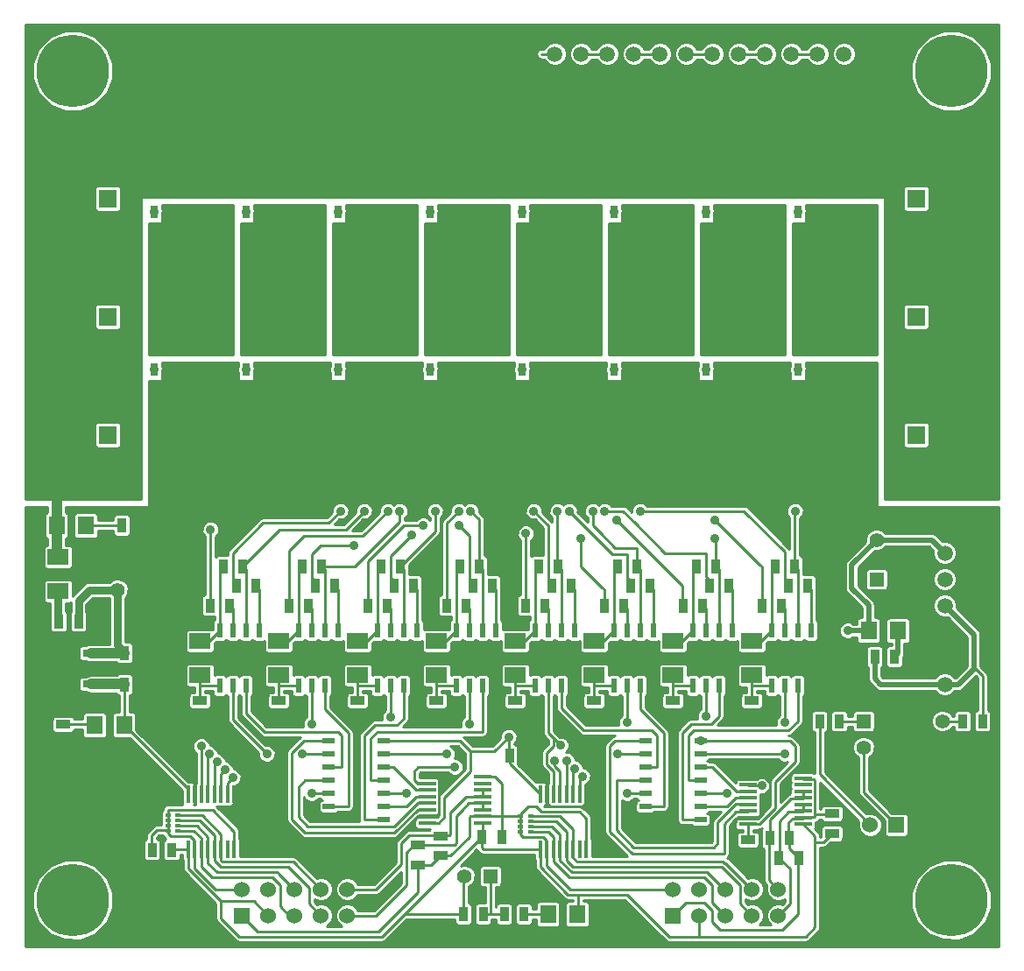
<source format=gtl>
G04 (created by PCBNEW (2013-07-07 BZR 4022)-stable) date 2015/05/03 21:07:57*
%MOIN*%
G04 Gerber Fmt 3.4, Leading zero omitted, Abs format*
%FSLAX34Y34*%
G01*
G70*
G90*
G04 APERTURE LIST*
%ADD10C,0.00590551*%
%ADD11R,2.75591X0.19685*%
%ADD12R,0.065X0.016*%
%ADD13R,0.016X0.065*%
%ADD14C,0.19685*%
%ADD15C,0.0393701*%
%ADD16R,0.0236X0.0551*%
%ADD17R,0.08X0.06*%
%ADD18R,0.035X0.055*%
%ADD19R,0.055X0.035*%
%ADD20R,0.019685X0.015748*%
%ADD21R,0.06X0.06*%
%ADD22C,0.06*%
%ADD23C,0.0590551*%
%ADD24R,0.0629X0.0709*%
%ADD25R,0.055X0.055*%
%ADD26C,0.055*%
%ADD27R,0.07X0.07*%
%ADD28C,0.07*%
%ADD29R,0.19685X0.185039*%
%ADD30R,0.125591X0.0472441*%
%ADD31R,0.0255906X0.0472441*%
%ADD32R,0.063X0.0276*%
%ADD33R,0.0827X0.0276*%
%ADD34R,0.1083X0.0787*%
%ADD35R,0.045X0.02*%
%ADD36C,0.275591*%
%ADD37C,0.035*%
%ADD38C,0.01*%
%ADD39C,0.0393701*%
%ADD40C,0.019685*%
%ADD41C,0.0295276*%
G04 APERTURE END LIST*
G54D10*
G54D11*
X100900Y-59700D03*
G54D12*
X99750Y-74525D03*
X99750Y-74275D03*
X99750Y-74025D03*
X99750Y-73775D03*
X97650Y-75275D03*
X99750Y-75275D03*
X99750Y-75025D03*
X99750Y-74775D03*
X97650Y-73525D03*
X97650Y-73775D03*
X97650Y-74025D03*
X97650Y-74275D03*
X97650Y-74525D03*
X97650Y-74775D03*
X99750Y-73525D03*
X97650Y-75025D03*
G54D13*
X89300Y-76275D03*
X89550Y-76275D03*
X89800Y-76275D03*
X90050Y-76275D03*
X88550Y-74175D03*
X88550Y-76275D03*
X88800Y-76275D03*
X89050Y-76275D03*
X90300Y-74175D03*
X90050Y-74175D03*
X89800Y-74175D03*
X89550Y-74175D03*
X89300Y-74175D03*
X89050Y-74175D03*
X90300Y-76275D03*
X88800Y-74175D03*
G54D12*
X111950Y-74575D03*
X111950Y-74325D03*
X111950Y-74075D03*
X111950Y-73825D03*
X109850Y-75325D03*
X111950Y-75325D03*
X111950Y-75075D03*
X111950Y-74825D03*
X109850Y-73575D03*
X109850Y-73825D03*
X109850Y-74075D03*
X109850Y-74325D03*
X109850Y-74575D03*
X109850Y-74825D03*
X111950Y-73575D03*
X109850Y-75075D03*
G54D13*
X102700Y-76275D03*
X102950Y-76275D03*
X103200Y-76275D03*
X103450Y-76275D03*
X101950Y-74175D03*
X101950Y-76275D03*
X102200Y-76275D03*
X102450Y-76275D03*
X103700Y-74175D03*
X103450Y-74175D03*
X103200Y-74175D03*
X102950Y-74175D03*
X102700Y-74175D03*
X102450Y-74175D03*
X103700Y-76275D03*
X102200Y-74175D03*
G54D14*
X99000Y-54000D03*
G54D15*
X99700Y-54000D03*
X99000Y-53300D03*
X98500Y-53500D03*
X98300Y-54000D03*
X98500Y-54500D03*
X99000Y-54700D03*
X99500Y-54500D03*
X99500Y-53500D03*
G54D14*
X95500Y-54000D03*
G54D15*
X96200Y-54000D03*
X95500Y-53300D03*
X95000Y-53500D03*
X94800Y-54000D03*
X95000Y-54500D03*
X95500Y-54700D03*
X96000Y-54500D03*
X96000Y-53500D03*
G54D14*
X102500Y-54000D03*
G54D15*
X103200Y-54000D03*
X102500Y-53300D03*
X102000Y-53500D03*
X101800Y-54000D03*
X102000Y-54500D03*
X102500Y-54700D03*
X103000Y-54500D03*
X103000Y-53500D03*
G54D14*
X109500Y-54000D03*
G54D15*
X110200Y-54000D03*
X109500Y-53300D03*
X109000Y-53500D03*
X108800Y-54000D03*
X109000Y-54500D03*
X109500Y-54700D03*
X110000Y-54500D03*
X110000Y-53500D03*
G54D14*
X92000Y-54000D03*
G54D15*
X92700Y-54000D03*
X92000Y-53300D03*
X91500Y-53500D03*
X91300Y-54000D03*
X91500Y-54500D03*
X92000Y-54700D03*
X92500Y-54500D03*
X92500Y-53500D03*
G54D14*
X100500Y-46000D03*
G54D15*
X101200Y-46000D03*
X100500Y-45300D03*
X100000Y-45500D03*
X99800Y-46000D03*
X100000Y-46500D03*
X100500Y-46700D03*
X101000Y-46500D03*
X101000Y-45500D03*
G54D14*
X106000Y-54000D03*
G54D15*
X106700Y-54000D03*
X106000Y-53300D03*
X105500Y-53500D03*
X105300Y-54000D03*
X105500Y-54500D03*
X106000Y-54700D03*
X106500Y-54500D03*
X106500Y-53500D03*
G54D14*
X113000Y-54000D03*
G54D15*
X113700Y-54000D03*
X113000Y-53300D03*
X112500Y-53500D03*
X112300Y-54000D03*
X112500Y-54500D03*
X113000Y-54700D03*
X113500Y-54500D03*
X113500Y-53500D03*
G54D14*
X100500Y-61900D03*
G54D15*
X101200Y-61900D03*
X100500Y-61200D03*
X100000Y-61400D03*
X99800Y-61900D03*
X100000Y-62400D03*
X100500Y-62600D03*
X101000Y-62400D03*
X101000Y-61400D03*
G54D14*
X88500Y-54000D03*
G54D15*
X89200Y-54000D03*
X88500Y-53300D03*
X88000Y-53500D03*
X87800Y-54000D03*
X88000Y-54500D03*
X88500Y-54700D03*
X89000Y-54500D03*
X89000Y-53500D03*
G54D16*
X104750Y-67950D03*
X104750Y-70050D03*
X105250Y-67950D03*
X105750Y-67950D03*
X106250Y-67950D03*
X105250Y-70050D03*
X105750Y-70050D03*
X106250Y-70050D03*
X101750Y-67950D03*
X101750Y-70050D03*
X102250Y-67950D03*
X102750Y-67950D03*
X103250Y-67950D03*
X102250Y-70050D03*
X102750Y-70050D03*
X103250Y-70050D03*
X107750Y-67950D03*
X107750Y-70050D03*
X108250Y-67950D03*
X108750Y-67950D03*
X109250Y-67950D03*
X108250Y-70050D03*
X108750Y-70050D03*
X109250Y-70050D03*
X110750Y-67950D03*
X110750Y-70050D03*
X111250Y-67950D03*
X111750Y-67950D03*
X112250Y-67950D03*
X111250Y-70050D03*
X111750Y-70050D03*
X112250Y-70050D03*
X98750Y-67950D03*
X98750Y-70050D03*
X99250Y-67950D03*
X99750Y-67950D03*
X100250Y-67950D03*
X99250Y-70050D03*
X99750Y-70050D03*
X100250Y-70050D03*
X89750Y-67950D03*
X89750Y-70050D03*
X90250Y-67950D03*
X90750Y-67950D03*
X91250Y-67950D03*
X90250Y-70050D03*
X90750Y-70050D03*
X91250Y-70050D03*
X95750Y-67950D03*
X95750Y-70050D03*
X96250Y-67950D03*
X96750Y-67950D03*
X97250Y-67950D03*
X96250Y-70050D03*
X96750Y-70050D03*
X97250Y-70050D03*
X92750Y-67950D03*
X92750Y-70050D03*
X93250Y-67950D03*
X93750Y-67950D03*
X94250Y-67950D03*
X93250Y-70050D03*
X93750Y-70050D03*
X94250Y-70050D03*
G54D17*
X110750Y-58150D03*
X110750Y-56850D03*
X83600Y-65150D03*
X83600Y-66450D03*
X104000Y-69650D03*
X104000Y-68350D03*
X92000Y-69650D03*
X92000Y-68350D03*
X89000Y-69650D03*
X89000Y-68350D03*
X100250Y-58150D03*
X100250Y-56850D03*
X93250Y-52150D03*
X93250Y-50850D03*
X93250Y-58150D03*
X93250Y-56850D03*
X100250Y-52150D03*
X100250Y-50850D03*
X98000Y-69650D03*
X98000Y-68350D03*
X110750Y-52150D03*
X110750Y-50850D03*
X96750Y-52150D03*
X96750Y-50850D03*
X96750Y-58150D03*
X96750Y-56850D03*
X95000Y-69650D03*
X95000Y-68350D03*
X110000Y-69650D03*
X110000Y-68350D03*
X101000Y-69650D03*
X101000Y-68350D03*
X89750Y-58150D03*
X89750Y-56850D03*
X89750Y-52150D03*
X89750Y-50850D03*
X103750Y-52150D03*
X103750Y-50850D03*
X103750Y-58150D03*
X103750Y-56850D03*
X107250Y-58150D03*
X107250Y-56850D03*
X107250Y-52150D03*
X107250Y-50850D03*
X114250Y-52150D03*
X114250Y-50850D03*
X107000Y-69650D03*
X107000Y-68350D03*
X114250Y-58150D03*
X114250Y-56850D03*
G54D18*
X89375Y-67000D03*
X90125Y-67000D03*
X86775Y-63950D03*
X86025Y-63950D03*
G54D19*
X89000Y-70625D03*
X89000Y-71375D03*
G54D18*
X110375Y-67000D03*
X111125Y-67000D03*
G54D19*
X109850Y-75925D03*
X109850Y-76675D03*
G54D18*
X87925Y-76300D03*
X87175Y-76300D03*
X99025Y-78750D03*
X99775Y-78750D03*
X89875Y-65500D03*
X90625Y-65500D03*
X111425Y-75850D03*
X110675Y-75850D03*
X111775Y-76600D03*
X111025Y-76600D03*
X100775Y-72700D03*
X101525Y-72700D03*
X99725Y-75800D03*
X100475Y-75800D03*
G54D19*
X97300Y-76875D03*
X97300Y-76125D03*
X113050Y-75675D03*
X113050Y-74925D03*
G54D18*
X113325Y-71400D03*
X112575Y-71400D03*
X118775Y-71400D03*
X118025Y-71400D03*
X101325Y-78750D03*
X100575Y-78750D03*
G54D19*
X83800Y-70775D03*
X83800Y-71525D03*
G54D18*
X95375Y-67000D03*
X96125Y-67000D03*
X90375Y-66250D03*
X91125Y-66250D03*
G54D19*
X98150Y-76525D03*
X98150Y-75775D03*
G54D18*
X102375Y-66250D03*
X103125Y-66250D03*
X107875Y-65500D03*
X108625Y-65500D03*
X108375Y-66250D03*
X109125Y-66250D03*
G54D19*
X110000Y-70625D03*
X110000Y-71375D03*
G54D18*
X107375Y-67000D03*
X108125Y-67000D03*
X84375Y-67600D03*
X83625Y-67600D03*
G54D19*
X98000Y-70625D03*
X98000Y-71375D03*
G54D18*
X95875Y-65500D03*
X96625Y-65500D03*
G54D19*
X104000Y-70625D03*
X104000Y-71375D03*
G54D18*
X92875Y-65500D03*
X93625Y-65500D03*
X111375Y-66250D03*
X112125Y-66250D03*
X101375Y-67000D03*
X102125Y-67000D03*
X93375Y-66250D03*
X94125Y-66250D03*
X92375Y-67000D03*
X93125Y-67000D03*
X101875Y-65500D03*
X102625Y-65500D03*
G54D19*
X107000Y-70625D03*
X107000Y-71375D03*
X95000Y-70625D03*
X95000Y-71375D03*
G54D18*
X110875Y-65500D03*
X111625Y-65500D03*
G54D19*
X101000Y-70625D03*
X101000Y-71375D03*
G54D18*
X86125Y-68800D03*
X86875Y-68800D03*
X86125Y-70000D03*
X86875Y-70000D03*
X104375Y-67000D03*
X105125Y-67000D03*
X105375Y-66250D03*
X106125Y-66250D03*
X104875Y-65500D03*
X105625Y-65500D03*
G54D19*
X92000Y-70625D03*
X92000Y-71375D03*
G54D18*
X115425Y-68950D03*
X114675Y-68950D03*
X96375Y-66250D03*
X97125Y-66250D03*
X98375Y-67000D03*
X99125Y-67000D03*
X99375Y-66250D03*
X100125Y-66250D03*
X98875Y-65500D03*
X99625Y-65500D03*
G54D20*
X101596Y-75201D03*
X101596Y-75398D03*
X101596Y-75004D03*
X101596Y-75595D03*
X101203Y-75004D03*
X101203Y-75201D03*
X101203Y-75398D03*
X101203Y-75595D03*
X88171Y-75176D03*
X88171Y-75373D03*
X88171Y-74979D03*
X88171Y-75570D03*
X87778Y-74979D03*
X87778Y-75176D03*
X87778Y-75373D03*
X87778Y-75570D03*
G54D21*
X90600Y-78800D03*
G54D22*
X90600Y-77800D03*
X91600Y-78800D03*
X91600Y-77800D03*
X92600Y-78800D03*
X92600Y-77800D03*
X93600Y-78800D03*
X93600Y-77800D03*
X94600Y-78800D03*
X94600Y-77800D03*
G54D21*
X107000Y-78800D03*
G54D22*
X107000Y-77800D03*
X108000Y-78800D03*
X108000Y-77800D03*
X109000Y-78800D03*
X109000Y-77800D03*
X110000Y-78800D03*
X110000Y-77800D03*
X111000Y-78800D03*
X111000Y-77800D03*
G54D21*
X115500Y-75350D03*
G54D22*
X114500Y-75350D03*
G54D23*
X117350Y-70000D03*
X117350Y-69000D03*
X117350Y-67000D03*
X117350Y-66000D03*
X117350Y-65000D03*
G54D24*
X103359Y-78750D03*
X102241Y-78750D03*
X86109Y-71550D03*
X84991Y-71550D03*
X83541Y-63950D03*
X84659Y-63950D03*
X114441Y-67950D03*
X115559Y-67950D03*
G54D25*
X114250Y-71400D03*
G54D26*
X114250Y-72400D03*
X117250Y-72400D03*
X117250Y-71400D03*
G54D27*
X85500Y-56000D03*
G54D28*
X83500Y-56000D03*
G54D27*
X116250Y-51500D03*
G54D28*
X118250Y-51500D03*
G54D27*
X85500Y-60500D03*
G54D28*
X83500Y-60500D03*
G54D27*
X116250Y-56000D03*
G54D28*
X118250Y-56000D03*
G54D27*
X116250Y-60500D03*
G54D28*
X118250Y-60500D03*
G54D27*
X85500Y-51500D03*
G54D28*
X83500Y-51500D03*
G54D25*
X100050Y-77300D03*
G54D26*
X99050Y-77300D03*
G54D25*
X114750Y-66000D03*
G54D26*
X114750Y-64500D03*
G54D29*
X88000Y-50523D03*
G54D30*
X88250Y-52000D03*
G54D31*
X87250Y-52000D03*
G54D29*
X91500Y-50523D03*
G54D30*
X91750Y-52000D03*
G54D31*
X90750Y-52000D03*
G54D29*
X95000Y-50523D03*
G54D30*
X95250Y-52000D03*
G54D31*
X94250Y-52000D03*
G54D29*
X98500Y-50523D03*
G54D30*
X98750Y-52000D03*
G54D31*
X97750Y-52000D03*
G54D29*
X102000Y-50523D03*
G54D30*
X102250Y-52000D03*
G54D31*
X101250Y-52000D03*
G54D29*
X105500Y-50523D03*
G54D30*
X105750Y-52000D03*
G54D31*
X104750Y-52000D03*
G54D29*
X109000Y-50523D03*
G54D30*
X109250Y-52000D03*
G54D31*
X108250Y-52000D03*
G54D29*
X112500Y-50523D03*
G54D30*
X112750Y-52000D03*
G54D31*
X111750Y-52000D03*
G54D29*
X88000Y-56523D03*
G54D30*
X88250Y-58000D03*
G54D31*
X87250Y-58000D03*
G54D29*
X91500Y-56523D03*
G54D30*
X91750Y-58000D03*
G54D31*
X90750Y-58000D03*
G54D29*
X95000Y-56523D03*
G54D30*
X95250Y-58000D03*
G54D31*
X94250Y-58000D03*
G54D29*
X102000Y-56523D03*
G54D30*
X102250Y-58000D03*
G54D31*
X101250Y-58000D03*
G54D29*
X105500Y-56523D03*
G54D30*
X105750Y-58000D03*
G54D31*
X104750Y-58000D03*
G54D29*
X109000Y-56523D03*
G54D30*
X109250Y-58000D03*
G54D31*
X108250Y-58000D03*
G54D29*
X112500Y-56523D03*
G54D30*
X112750Y-58000D03*
G54D31*
X111750Y-58000D03*
G54D29*
X98500Y-56523D03*
G54D30*
X98750Y-58000D03*
G54D31*
X97750Y-58000D03*
G54D11*
X100900Y-48300D03*
G54D32*
X84848Y-69991D03*
G54D33*
X84750Y-69400D03*
G54D32*
X84848Y-68809D03*
G54D34*
X83805Y-69400D03*
G54D35*
X105950Y-72150D03*
X105950Y-72650D03*
X105950Y-73150D03*
X105950Y-73650D03*
X105950Y-74150D03*
X105950Y-74650D03*
X105950Y-75150D03*
X108050Y-75150D03*
X108050Y-74650D03*
X108050Y-74150D03*
X108050Y-73650D03*
X108050Y-73150D03*
X108050Y-72650D03*
X108050Y-72150D03*
X93900Y-72150D03*
X93900Y-72650D03*
X93900Y-73150D03*
X93900Y-73650D03*
X93900Y-74150D03*
X93900Y-74650D03*
X93900Y-75150D03*
X96000Y-75150D03*
X96000Y-74650D03*
X96000Y-74150D03*
X96000Y-73650D03*
X96000Y-73150D03*
X96000Y-72650D03*
X96000Y-72150D03*
G54D25*
X87350Y-66400D03*
G54D26*
X85850Y-66400D03*
G54D36*
X84150Y-78200D03*
X117600Y-78200D03*
X117600Y-46650D03*
X84150Y-46650D03*
G54D23*
X113500Y-46000D03*
X112500Y-46000D03*
X111500Y-46000D03*
X110500Y-46000D03*
X109500Y-46000D03*
X108500Y-46000D03*
X107500Y-46000D03*
X106500Y-46000D03*
X105500Y-46000D03*
X104500Y-46000D03*
X103500Y-46000D03*
X102500Y-46000D03*
X113500Y-47000D03*
X112500Y-47000D03*
X111500Y-47000D03*
X110500Y-47000D03*
X109500Y-47000D03*
X108500Y-47000D03*
X107500Y-47000D03*
X106500Y-47000D03*
X105500Y-47000D03*
X104500Y-47000D03*
X103500Y-47000D03*
X102500Y-47000D03*
X101500Y-47000D03*
X88000Y-46500D03*
X99500Y-47000D03*
X98500Y-47000D03*
X97500Y-47000D03*
X96500Y-47000D03*
X95500Y-47000D03*
X94500Y-47000D03*
X93500Y-47000D03*
X92500Y-47000D03*
X91500Y-47000D03*
X90500Y-47000D03*
X89500Y-47000D03*
X88500Y-47000D03*
X99000Y-46500D03*
X98000Y-46500D03*
X97000Y-46500D03*
X96000Y-46500D03*
X95000Y-46500D03*
X94000Y-46500D03*
X93000Y-46500D03*
X92000Y-46500D03*
X91000Y-46500D03*
X90000Y-46500D03*
X89000Y-46500D03*
X98500Y-46000D03*
X97500Y-46000D03*
X96500Y-46000D03*
X95500Y-46000D03*
X94500Y-46000D03*
X93500Y-46000D03*
X92500Y-46000D03*
X91500Y-46000D03*
X90500Y-46000D03*
X89500Y-46000D03*
X88500Y-46000D03*
X88000Y-45500D03*
X89000Y-45500D03*
X90000Y-45500D03*
X91000Y-45500D03*
X92000Y-45500D03*
X93000Y-45500D03*
X94000Y-45500D03*
X95000Y-45500D03*
X96000Y-45500D03*
X97000Y-45500D03*
X98000Y-45500D03*
X99000Y-45500D03*
X114000Y-46500D03*
X113000Y-46500D03*
X112000Y-46500D03*
X111000Y-46500D03*
X110000Y-46500D03*
X109000Y-46500D03*
X108000Y-46500D03*
X107000Y-46500D03*
X106000Y-46500D03*
X105000Y-46500D03*
X104000Y-46500D03*
X103000Y-46500D03*
X102000Y-46500D03*
X114000Y-45500D03*
X102000Y-45500D03*
X103000Y-45500D03*
X104000Y-45500D03*
X105000Y-45500D03*
X106000Y-45500D03*
X107000Y-45500D03*
X108000Y-45500D03*
X109000Y-45500D03*
X110000Y-45500D03*
X111000Y-45500D03*
X112000Y-45500D03*
X113000Y-45500D03*
G54D37*
X108050Y-72150D03*
X100750Y-72000D03*
X86125Y-70000D03*
X113650Y-67950D03*
X89000Y-69650D03*
X92000Y-69650D03*
X95000Y-69650D03*
X98000Y-69650D03*
X101000Y-69650D03*
X104000Y-69650D03*
X110000Y-69650D03*
X107000Y-69650D03*
X90250Y-73550D03*
X110400Y-73850D03*
X103550Y-73500D03*
X98700Y-73150D03*
G54D23*
X107500Y-62500D03*
X107500Y-61500D03*
X108000Y-60000D03*
X107500Y-60500D03*
X108500Y-62500D03*
X109500Y-62500D03*
X110500Y-62500D03*
X111500Y-62500D03*
X112500Y-62500D03*
X113500Y-62500D03*
X113000Y-59000D03*
X114000Y-59000D03*
X114000Y-60000D03*
X114000Y-61000D03*
X114000Y-62000D03*
X113500Y-60500D03*
X113500Y-59500D03*
X113000Y-60000D03*
X113000Y-61000D03*
X113500Y-61500D03*
X113000Y-62000D03*
X92000Y-61500D03*
X92000Y-62500D03*
X93000Y-62500D03*
X93000Y-61500D03*
X93000Y-60500D03*
X92500Y-60000D03*
X92000Y-60500D03*
X91500Y-60000D03*
X92000Y-59500D03*
X91000Y-59500D03*
X91000Y-60500D03*
X91000Y-61500D03*
X91000Y-62500D03*
X90000Y-62500D03*
X90000Y-61500D03*
X90000Y-60500D03*
X90000Y-59500D03*
X89000Y-59500D03*
X89000Y-60500D03*
X89000Y-61500D03*
X89000Y-62500D03*
X88000Y-62500D03*
X88000Y-61500D03*
X88000Y-60500D03*
X88000Y-59500D03*
X112500Y-61500D03*
X112500Y-60500D03*
X112500Y-59500D03*
X111500Y-59500D03*
X110500Y-59500D03*
X109000Y-60000D03*
X110000Y-60000D03*
X111000Y-60000D03*
X110500Y-60500D03*
X109500Y-60500D03*
X108500Y-60500D03*
X108500Y-61500D03*
X109500Y-61500D03*
X110500Y-61500D03*
X111500Y-61500D03*
X111500Y-60500D03*
G54D37*
X109850Y-76675D03*
G54D23*
X112000Y-60000D03*
X112000Y-61000D03*
X112000Y-62000D03*
X111000Y-61000D03*
X110000Y-61000D03*
X109000Y-61000D03*
X108000Y-61000D03*
X108000Y-62000D03*
X109000Y-62000D03*
X110000Y-62000D03*
X111000Y-62000D03*
X91500Y-62000D03*
X91500Y-61000D03*
X93500Y-62000D03*
X92500Y-62000D03*
X92500Y-61000D03*
X93500Y-61000D03*
G54D37*
X101525Y-72700D03*
X101000Y-71375D03*
X110000Y-71375D03*
X107000Y-71375D03*
X104000Y-71375D03*
X98000Y-71375D03*
X95000Y-71375D03*
X92000Y-71375D03*
X89000Y-71375D03*
X112250Y-70050D03*
X106250Y-70050D03*
X100250Y-70050D03*
X94250Y-70050D03*
X91250Y-70050D03*
X97250Y-70050D03*
X103250Y-70050D03*
X109250Y-70050D03*
X86875Y-70000D03*
G54D23*
X87500Y-59000D03*
X87500Y-60000D03*
X87500Y-61000D03*
X87500Y-62000D03*
X88500Y-62000D03*
X88500Y-61000D03*
X88500Y-60000D03*
X88500Y-59000D03*
X89500Y-60000D03*
X89500Y-61000D03*
X89500Y-62000D03*
X90500Y-62000D03*
X90500Y-61000D03*
X90500Y-60000D03*
G54D37*
X100500Y-75800D03*
X89050Y-72350D03*
X91550Y-72650D03*
X92900Y-72650D03*
X89350Y-72650D03*
X93250Y-71500D03*
X93250Y-74150D03*
X89650Y-72950D03*
X96250Y-71250D03*
X96850Y-74150D03*
X89950Y-73250D03*
X99250Y-71500D03*
X98400Y-72650D03*
X102725Y-72325D03*
X104900Y-72650D03*
X102500Y-72900D03*
X105250Y-71450D03*
X105250Y-74150D03*
X102950Y-72900D03*
X108250Y-71200D03*
X109050Y-74150D03*
X103250Y-73200D03*
X111250Y-71450D03*
X111250Y-72650D03*
X101250Y-52000D03*
X101400Y-64250D03*
X102600Y-63400D03*
X103050Y-63400D03*
X104750Y-58000D03*
X98850Y-63950D03*
X97750Y-58000D03*
X103950Y-63400D03*
X103500Y-64450D03*
X104750Y-52000D03*
X94850Y-64700D03*
X90750Y-58000D03*
X90750Y-52000D03*
X96150Y-63400D03*
X98850Y-63400D03*
X97750Y-52000D03*
X99300Y-63400D03*
X105750Y-63400D03*
X111750Y-58000D03*
X108600Y-63750D03*
X111750Y-52000D03*
X111650Y-63400D03*
X96600Y-63400D03*
X94250Y-58000D03*
X97050Y-64300D03*
X87250Y-58000D03*
X94350Y-63400D03*
X89400Y-64100D03*
X87250Y-52000D03*
X95250Y-63400D03*
X97500Y-63950D03*
X94250Y-52000D03*
X104850Y-63750D03*
X108250Y-52000D03*
X104400Y-63400D03*
X108250Y-58000D03*
X108600Y-64450D03*
X97950Y-63400D03*
X101250Y-58000D03*
X101700Y-63400D03*
G54D38*
X102000Y-46000D02*
X102500Y-46000D01*
X111500Y-46000D02*
X112500Y-46000D01*
X109500Y-46000D02*
X110500Y-46000D01*
X107500Y-46000D02*
X108500Y-46000D01*
X105500Y-46000D02*
X106500Y-46000D01*
X103500Y-46000D02*
X104500Y-46000D01*
X102000Y-46500D02*
X101500Y-47000D01*
X112500Y-47000D02*
X113500Y-47000D01*
X110500Y-47000D02*
X111500Y-47000D01*
X108500Y-47000D02*
X109500Y-47000D01*
X106500Y-47000D02*
X107500Y-47000D01*
X104500Y-47000D02*
X105500Y-47000D01*
X102500Y-47000D02*
X103500Y-47000D01*
X88000Y-46500D02*
X88500Y-47000D01*
X97500Y-47000D02*
X98500Y-47000D01*
X95500Y-47000D02*
X96500Y-47000D01*
X93500Y-47000D02*
X94500Y-47000D01*
X91500Y-47000D02*
X92500Y-47000D01*
X89500Y-47000D02*
X90500Y-47000D01*
X98000Y-46500D02*
X97000Y-46500D01*
X96000Y-46500D02*
X95000Y-46500D01*
X94000Y-46500D02*
X93000Y-46500D01*
X92000Y-46500D02*
X91000Y-46500D01*
X90000Y-46500D02*
X89000Y-46500D01*
X99000Y-45500D02*
X99000Y-46500D01*
X96500Y-46000D02*
X97500Y-46000D01*
X94500Y-46000D02*
X95500Y-46000D01*
X92500Y-46000D02*
X93500Y-46000D01*
X90500Y-46000D02*
X91500Y-46000D01*
X88500Y-46000D02*
X89500Y-46000D01*
X100500Y-46000D02*
X99500Y-46000D01*
X90000Y-45500D02*
X89000Y-45500D01*
X92000Y-45500D02*
X91000Y-45500D01*
X94000Y-45500D02*
X93000Y-45500D01*
X96000Y-45500D02*
X95000Y-45500D01*
X98000Y-45500D02*
X97000Y-45500D01*
X99500Y-46000D02*
X99000Y-45500D01*
X112000Y-46500D02*
X113000Y-46500D01*
X110000Y-46500D02*
X111000Y-46500D01*
X108000Y-46500D02*
X109000Y-46500D01*
X106000Y-46500D02*
X107000Y-46500D01*
X104000Y-46500D02*
X105000Y-46500D01*
X102000Y-46500D02*
X103000Y-46500D01*
X101500Y-46000D02*
X102000Y-45500D01*
X103000Y-45500D02*
X104000Y-45500D01*
X105000Y-45500D02*
X106000Y-45500D01*
X107000Y-45500D02*
X108000Y-45500D01*
X109000Y-45500D02*
X110000Y-45500D01*
X111000Y-45500D02*
X112000Y-45500D01*
X114000Y-45500D02*
X113000Y-45500D01*
X101500Y-46000D02*
X100500Y-46000D01*
G54D39*
X83541Y-63950D02*
X83541Y-65141D01*
X83541Y-65141D02*
X83550Y-65150D01*
X83541Y-63950D02*
X83541Y-60541D01*
X83541Y-60541D02*
X83500Y-60500D01*
G54D38*
X99050Y-77300D02*
X99025Y-77325D01*
X99025Y-77325D02*
X99025Y-78750D01*
X99025Y-78750D02*
X96775Y-78750D01*
X103359Y-78750D02*
X103400Y-78709D01*
X103400Y-78709D02*
X103400Y-78000D01*
X87925Y-76300D02*
X87950Y-76275D01*
X87950Y-76275D02*
X88550Y-76275D01*
X113050Y-75675D02*
X112725Y-76000D01*
X112725Y-76000D02*
X112400Y-76000D01*
X103000Y-78000D02*
X103400Y-78000D01*
X103400Y-78000D02*
X105250Y-78000D01*
X105250Y-78000D02*
X106850Y-79600D01*
X111950Y-75325D02*
X112400Y-75775D01*
X112400Y-75775D02*
X112400Y-76000D01*
X112400Y-76000D02*
X112400Y-79250D01*
X108000Y-78800D02*
X108000Y-79600D01*
X101950Y-76950D02*
X103000Y-78000D01*
X101950Y-76950D02*
X101950Y-76275D01*
X106850Y-79600D02*
X108000Y-79600D01*
X108000Y-79600D02*
X108200Y-79600D01*
X108200Y-79600D02*
X111700Y-79600D01*
X111700Y-79600D02*
X112050Y-79600D01*
X112050Y-79600D02*
X112400Y-79250D01*
X89800Y-78250D02*
X89800Y-78900D01*
X95925Y-79600D02*
X96775Y-78750D01*
X96775Y-78750D02*
X99725Y-75800D01*
X90500Y-79600D02*
X95925Y-79600D01*
X89800Y-78900D02*
X90500Y-79600D01*
X99725Y-75800D02*
X99725Y-76225D01*
X99775Y-76275D02*
X101950Y-76275D01*
X99725Y-76225D02*
X99775Y-76275D01*
X88550Y-76275D02*
X88550Y-77000D01*
X91050Y-78250D02*
X91600Y-78800D01*
X89800Y-78250D02*
X91050Y-78250D01*
X88550Y-77000D02*
X89800Y-78250D01*
X99750Y-75275D02*
X99750Y-75775D01*
X99750Y-75775D02*
X99725Y-75800D01*
X108050Y-72150D02*
X111450Y-72150D01*
X111650Y-72950D02*
X111650Y-72350D01*
X110900Y-73700D02*
X111650Y-72950D01*
X110900Y-74700D02*
X110900Y-73700D01*
X110300Y-75300D02*
X110900Y-74700D01*
X109875Y-75300D02*
X110300Y-75300D01*
X109850Y-75325D02*
X109875Y-75300D01*
X111450Y-72150D02*
X111650Y-72350D01*
X118775Y-71400D02*
X118775Y-69675D01*
X118775Y-69675D02*
X118450Y-69350D01*
X109850Y-75325D02*
X109850Y-75925D01*
X101950Y-74175D02*
X100775Y-73000D01*
X100775Y-73000D02*
X100775Y-72700D01*
X88550Y-74175D02*
X88550Y-73991D01*
X88550Y-73991D02*
X86109Y-71550D01*
X100750Y-72000D02*
X100750Y-72675D01*
X100750Y-72675D02*
X100775Y-72700D01*
X99300Y-72550D02*
X100200Y-72550D01*
X100200Y-72550D02*
X100750Y-72000D01*
X98300Y-75050D02*
X98300Y-74300D01*
X98300Y-74300D02*
X99300Y-73300D01*
X99300Y-72550D02*
X99300Y-73300D01*
X98900Y-72150D02*
X99300Y-72550D01*
X96000Y-72150D02*
X98900Y-72150D01*
X98075Y-75275D02*
X97650Y-75275D01*
X98300Y-75050D02*
X98075Y-75275D01*
G54D40*
X117350Y-70000D02*
X117850Y-70000D01*
X118450Y-68100D02*
X117350Y-67000D01*
X118450Y-69400D02*
X118450Y-69350D01*
X118450Y-69350D02*
X118450Y-68100D01*
X117850Y-70000D02*
X118450Y-69400D01*
X114675Y-68950D02*
X114675Y-69775D01*
X114900Y-70000D02*
X117350Y-70000D01*
X114675Y-69775D02*
X114900Y-70000D01*
G54D38*
X86109Y-71550D02*
X86109Y-70016D01*
X86109Y-70016D02*
X86125Y-70000D01*
G54D39*
X84848Y-69991D02*
X86116Y-69991D01*
X86116Y-69991D02*
X86125Y-70000D01*
G54D41*
X84375Y-67600D02*
X84375Y-66825D01*
X84800Y-66400D02*
X85850Y-66400D01*
X84375Y-66825D02*
X84800Y-66400D01*
X85850Y-66400D02*
X85850Y-68525D01*
X85850Y-68525D02*
X86125Y-68800D01*
G54D39*
X84848Y-68809D02*
X86116Y-68809D01*
X86116Y-68809D02*
X86125Y-68800D01*
G54D40*
X114750Y-64500D02*
X116850Y-64500D01*
X116850Y-64500D02*
X117350Y-65000D01*
X114441Y-67950D02*
X114441Y-66991D01*
X113800Y-65450D02*
X114750Y-64500D01*
X113800Y-66350D02*
X113800Y-65450D01*
X114441Y-66991D02*
X113800Y-66350D01*
X113650Y-67950D02*
X114441Y-67950D01*
G54D38*
X89000Y-69650D02*
X89000Y-70000D01*
X92000Y-69650D02*
X92000Y-70250D01*
X95000Y-69650D02*
X95000Y-70000D01*
X98000Y-69650D02*
X98000Y-70000D01*
X101000Y-69650D02*
X101000Y-70000D01*
X104000Y-69650D02*
X104000Y-70000D01*
X107000Y-70000D02*
X107000Y-69650D01*
X110000Y-69650D02*
X110000Y-70000D01*
X110750Y-70050D02*
X110000Y-70050D01*
X110000Y-70050D02*
X110000Y-70000D01*
X110000Y-70000D02*
X110000Y-70625D01*
X107750Y-70050D02*
X107000Y-70050D01*
X107000Y-70050D02*
X107000Y-70000D01*
X107000Y-70000D02*
X107000Y-70625D01*
X104750Y-70050D02*
X104000Y-70050D01*
X104000Y-70050D02*
X104000Y-70000D01*
X104000Y-70000D02*
X104000Y-70625D01*
X101750Y-70050D02*
X101000Y-70050D01*
X101000Y-70050D02*
X101000Y-70000D01*
X101000Y-70000D02*
X101000Y-70625D01*
X92750Y-70050D02*
X92000Y-70050D01*
X92000Y-70050D02*
X92000Y-70250D01*
X92000Y-70625D02*
X92000Y-70250D01*
X89750Y-70050D02*
X89000Y-70050D01*
X89000Y-70050D02*
X89000Y-70000D01*
X89000Y-70000D02*
X89000Y-70625D01*
X98750Y-70050D02*
X98000Y-70050D01*
X98000Y-70050D02*
X98000Y-70000D01*
X98000Y-70000D02*
X98000Y-70625D01*
X95750Y-70050D02*
X95000Y-70050D01*
X95000Y-70050D02*
X95000Y-70000D01*
X95000Y-70000D02*
X95000Y-70625D01*
X117250Y-71400D02*
X118025Y-71400D01*
X90050Y-73750D02*
X90050Y-74175D01*
X90050Y-73750D02*
X90250Y-73550D01*
X109875Y-73850D02*
X110400Y-73850D01*
X109875Y-73850D02*
X109850Y-73825D01*
X103450Y-74175D02*
X103450Y-73550D01*
X103500Y-73550D02*
X103550Y-73500D01*
X103450Y-73550D02*
X103500Y-73550D01*
X98700Y-73150D02*
X97300Y-73150D01*
X97275Y-73775D02*
X97650Y-73775D01*
X97150Y-73650D02*
X97275Y-73775D01*
X97150Y-73300D02*
X97150Y-73650D01*
X97300Y-73150D02*
X97150Y-73300D01*
G54D41*
X87350Y-66400D02*
X87350Y-64525D01*
X87350Y-64525D02*
X86775Y-63950D01*
X87350Y-66400D02*
X87350Y-68325D01*
X87350Y-68325D02*
X86875Y-68800D01*
G54D39*
X86875Y-69375D02*
X86875Y-68800D01*
X86850Y-69400D02*
X86875Y-69375D01*
G54D38*
X107500Y-61500D02*
X107500Y-62500D01*
X107500Y-60500D02*
X108000Y-60000D01*
X113500Y-62500D02*
X114000Y-62000D01*
X109500Y-62500D02*
X110500Y-62500D01*
X111500Y-62500D02*
X112500Y-62500D01*
X108000Y-62000D02*
X108500Y-62500D01*
X114000Y-59000D02*
X113000Y-59000D01*
X114000Y-61000D02*
X114000Y-60000D01*
X112000Y-62000D02*
X113000Y-62000D01*
X113500Y-60500D02*
X100900Y-59700D01*
X113000Y-60000D02*
X113500Y-59500D01*
X113500Y-61500D02*
X113000Y-61000D01*
X93000Y-62500D02*
X92000Y-62500D01*
X93000Y-60500D02*
X93000Y-61500D01*
X92000Y-60500D02*
X92500Y-60000D01*
X92000Y-59500D02*
X91500Y-60000D01*
X91000Y-60500D02*
X91000Y-59500D01*
X91000Y-62500D02*
X91000Y-61500D01*
X90000Y-61500D02*
X90000Y-62500D01*
X90000Y-59500D02*
X90000Y-60500D01*
X89000Y-60500D02*
X89000Y-59500D01*
X89000Y-62500D02*
X89000Y-61500D01*
X88000Y-61500D02*
X88000Y-62500D01*
X88000Y-59500D02*
X88000Y-60500D01*
X108000Y-61000D02*
X108500Y-60500D01*
X112500Y-60500D02*
X112500Y-61500D01*
X111500Y-59500D02*
X112500Y-59500D01*
X109500Y-59500D02*
X110500Y-59500D01*
X109000Y-60000D02*
X109500Y-59500D01*
X111000Y-60000D02*
X110000Y-60000D01*
X109500Y-60500D02*
X110500Y-60500D01*
X108500Y-61500D02*
X109500Y-61500D01*
X110500Y-61500D02*
X111500Y-61500D01*
X111500Y-60500D02*
X110700Y-59700D01*
X110700Y-59700D02*
X100900Y-59700D01*
X92750Y-75900D02*
X92650Y-75900D01*
X92650Y-75900D02*
X90750Y-74000D01*
X96400Y-75900D02*
X92750Y-75900D01*
X97650Y-75025D02*
X97275Y-75025D01*
X97275Y-75025D02*
X96400Y-75900D01*
X109250Y-76075D02*
X109250Y-75250D01*
X109250Y-75250D02*
X109400Y-75100D01*
X109400Y-75100D02*
X109825Y-75100D01*
X109850Y-75075D02*
X109825Y-75100D01*
X109850Y-76675D02*
X109250Y-76075D01*
X112000Y-62000D02*
X111000Y-62000D01*
X112000Y-60000D02*
X112000Y-61000D01*
X113250Y-59000D02*
X112250Y-60000D01*
X112000Y-60000D02*
X112250Y-60000D01*
X109000Y-61000D02*
X110000Y-61000D01*
X108000Y-62000D02*
X108000Y-61000D01*
X110000Y-62000D02*
X109000Y-62000D01*
X90500Y-62000D02*
X91500Y-62000D01*
X91500Y-61000D02*
X92000Y-61500D01*
X92000Y-61500D02*
X92500Y-62000D01*
X92500Y-61000D02*
X93500Y-61000D01*
X110250Y-75075D02*
X110450Y-74875D01*
X110450Y-74200D02*
X110700Y-73950D01*
X110450Y-74875D02*
X110450Y-74200D01*
X102200Y-74175D02*
X102200Y-73400D01*
X102200Y-73375D02*
X101525Y-72700D01*
X102200Y-73400D02*
X102200Y-73375D01*
X110250Y-75075D02*
X109850Y-75075D01*
X110500Y-73550D02*
X110700Y-73750D01*
X109875Y-73550D02*
X110500Y-73550D01*
X110700Y-73750D02*
X110700Y-73950D01*
X109850Y-73575D02*
X109875Y-73550D01*
X90300Y-74175D02*
X90575Y-74175D01*
X89525Y-71375D02*
X89000Y-71375D01*
X90750Y-72600D02*
X89525Y-71375D01*
X90750Y-74000D02*
X90750Y-72600D01*
X90575Y-74175D02*
X90750Y-74000D01*
X88800Y-74175D02*
X88800Y-73550D01*
X88450Y-71925D02*
X89000Y-71375D01*
X88450Y-73200D02*
X88450Y-71925D01*
X88800Y-73550D02*
X88450Y-73200D01*
X102200Y-74175D02*
X102200Y-74500D01*
X103700Y-74500D02*
X103700Y-74175D01*
X103550Y-74650D02*
X103700Y-74500D01*
X102350Y-74650D02*
X103550Y-74650D01*
X102200Y-74500D02*
X102350Y-74650D01*
X101525Y-72700D02*
X101525Y-71900D01*
X101525Y-71900D02*
X101000Y-71375D01*
X97650Y-75025D02*
X97975Y-75025D01*
X98025Y-73525D02*
X97650Y-73525D01*
X98100Y-73600D02*
X98025Y-73525D01*
X98100Y-74900D02*
X98100Y-73600D01*
X97975Y-75025D02*
X98100Y-74900D01*
X107000Y-71375D02*
X107000Y-75150D01*
X107000Y-75150D02*
X105950Y-75150D01*
X93900Y-75150D02*
X94750Y-75150D01*
X95000Y-74900D02*
X95000Y-71375D01*
X94750Y-75150D02*
X94875Y-75025D01*
X94875Y-75025D02*
X95000Y-74900D01*
G54D41*
X86875Y-69925D02*
X86875Y-70000D01*
X86850Y-69900D02*
X86875Y-69925D01*
G54D38*
X83800Y-70775D02*
X83800Y-69405D01*
X83800Y-69405D02*
X83805Y-69400D01*
G54D39*
X86850Y-69400D02*
X86850Y-69975D01*
X86850Y-69975D02*
X86875Y-70000D01*
X84750Y-69400D02*
X86850Y-69400D01*
G54D38*
X88250Y-58250D02*
X87500Y-59000D01*
X87500Y-60000D02*
X87500Y-61000D01*
X88250Y-58000D02*
X88250Y-58250D01*
X87500Y-62000D02*
X88500Y-62000D01*
X88500Y-61000D02*
X88500Y-60000D01*
X88500Y-59000D02*
X89500Y-60000D01*
X89500Y-61000D02*
X89500Y-62000D01*
X90500Y-62000D02*
X90500Y-61000D01*
X113250Y-59000D02*
X113250Y-58500D01*
X113250Y-58500D02*
X112750Y-58000D01*
X100500Y-75800D02*
X100475Y-75800D01*
X100050Y-77300D02*
X100050Y-78750D01*
X99775Y-78750D02*
X100050Y-78750D01*
X100050Y-78750D02*
X100575Y-78750D01*
X87778Y-75570D02*
X87757Y-75550D01*
X87150Y-76275D02*
X87175Y-76300D01*
X87150Y-75750D02*
X87150Y-76275D01*
X87350Y-75550D02*
X87150Y-75750D01*
X87757Y-75550D02*
X87350Y-75550D01*
X113050Y-74925D02*
X113025Y-74950D01*
X113025Y-74950D02*
X112400Y-74950D01*
X111775Y-76600D02*
X111750Y-76625D01*
X107500Y-78300D02*
X107000Y-78800D01*
X108200Y-78300D02*
X107500Y-78300D01*
X108500Y-78600D02*
X108200Y-78300D01*
X108500Y-79050D02*
X108500Y-78600D01*
X108800Y-79350D02*
X108500Y-79050D01*
X111150Y-79350D02*
X108800Y-79350D01*
X111750Y-78750D02*
X111150Y-79350D01*
X111750Y-76625D02*
X111750Y-78750D01*
X111775Y-76600D02*
X111425Y-76250D01*
X111425Y-76250D02*
X111425Y-75850D01*
X111425Y-75850D02*
X111400Y-75825D01*
X111925Y-75100D02*
X111950Y-75075D01*
X111550Y-75100D02*
X111925Y-75100D01*
X111400Y-75250D02*
X111550Y-75100D01*
X111400Y-75825D02*
X111400Y-75250D01*
X99750Y-75025D02*
X101182Y-75025D01*
X101182Y-75025D02*
X101203Y-75004D01*
X90600Y-78800D02*
X91200Y-79400D01*
X97300Y-77900D02*
X97000Y-78200D01*
X97300Y-77900D02*
X97300Y-76875D01*
X95800Y-79400D02*
X97000Y-78200D01*
X91200Y-79400D02*
X95800Y-79400D01*
X107000Y-77800D02*
X103100Y-77800D01*
X102200Y-76900D02*
X102200Y-76275D01*
X103100Y-77800D02*
X102200Y-76900D01*
X88800Y-76275D02*
X88800Y-77000D01*
X89600Y-77800D02*
X90600Y-77800D01*
X88800Y-77000D02*
X89600Y-77800D01*
X98150Y-76525D02*
X98525Y-76525D01*
X98525Y-76525D02*
X99250Y-75800D01*
X97300Y-76875D02*
X97800Y-76875D01*
X97800Y-76875D02*
X98150Y-76525D01*
X111950Y-75075D02*
X111975Y-75050D01*
X111975Y-75050D02*
X112400Y-75050D01*
X111975Y-73600D02*
X111950Y-73575D01*
X112400Y-75050D02*
X112400Y-74950D01*
X112400Y-74950D02*
X112400Y-73650D01*
X112400Y-73650D02*
X112350Y-73600D01*
X112350Y-73600D02*
X111975Y-73600D01*
X99250Y-75050D02*
X99275Y-75025D01*
X99250Y-75800D02*
X99250Y-75050D01*
X99275Y-75025D02*
X99750Y-75025D01*
X101203Y-75004D02*
X101203Y-74946D01*
X101203Y-74946D02*
X101500Y-74650D01*
X101500Y-74650D02*
X101800Y-74650D01*
X101800Y-74650D02*
X102000Y-74850D01*
X102000Y-74850D02*
X103450Y-74850D01*
X103450Y-74850D02*
X103700Y-75100D01*
X103700Y-75100D02*
X103700Y-75300D01*
X103700Y-75300D02*
X103700Y-76275D01*
X101203Y-75201D02*
X101203Y-75004D01*
X101203Y-75398D02*
X101203Y-75201D01*
X101203Y-75595D02*
X101203Y-75398D01*
X102200Y-76275D02*
X102200Y-75950D01*
X101203Y-75703D02*
X101203Y-75595D01*
X101300Y-75800D02*
X101203Y-75703D01*
X102050Y-75800D02*
X101300Y-75800D01*
X102200Y-75950D02*
X102050Y-75800D01*
X100328Y-73628D02*
X100350Y-73650D01*
X100475Y-75050D02*
X100475Y-73775D01*
X100475Y-73775D02*
X100350Y-73650D01*
X100350Y-73650D02*
X100225Y-73525D01*
X100225Y-73525D02*
X99750Y-73525D01*
X100475Y-75800D02*
X100475Y-75050D01*
X100475Y-75050D02*
X100475Y-75025D01*
X99750Y-75025D02*
X100475Y-75025D01*
X100225Y-73525D02*
X99750Y-73525D01*
X87778Y-74979D02*
X87778Y-74778D01*
X90300Y-75600D02*
X90300Y-76275D01*
X89475Y-74775D02*
X90300Y-75600D01*
X87781Y-74775D02*
X89475Y-74775D01*
X87778Y-74778D02*
X87781Y-74775D01*
X87778Y-75570D02*
X87778Y-75678D01*
X88800Y-75950D02*
X88800Y-76275D01*
X88625Y-75775D02*
X88800Y-75950D01*
X87875Y-75775D02*
X88625Y-75775D01*
X87778Y-75678D02*
X87875Y-75775D01*
X87778Y-75373D02*
X87778Y-75570D01*
X87778Y-75176D02*
X87778Y-75373D01*
X87778Y-74979D02*
X87778Y-75176D01*
X89050Y-72350D02*
X89050Y-72650D01*
X89050Y-72650D02*
X89050Y-74175D01*
X93900Y-72650D02*
X92900Y-72650D01*
X90250Y-70050D02*
X90250Y-71350D01*
X90250Y-71350D02*
X91550Y-72650D01*
X89300Y-72700D02*
X89300Y-73150D01*
X89350Y-72650D02*
X89300Y-72700D01*
X89300Y-74175D02*
X89300Y-73150D01*
X93250Y-70450D02*
X93250Y-71500D01*
X93900Y-74150D02*
X93250Y-74150D01*
X93250Y-70050D02*
X93250Y-70450D01*
X89550Y-73050D02*
X89550Y-73500D01*
X89650Y-72950D02*
X89550Y-73050D01*
X89550Y-74175D02*
X89550Y-73500D01*
X96250Y-70450D02*
X96250Y-71250D01*
X96000Y-74150D02*
X96850Y-74150D01*
X96250Y-70050D02*
X96250Y-70450D01*
X89800Y-73400D02*
X89800Y-73700D01*
X89950Y-73250D02*
X89800Y-73400D01*
X89800Y-74175D02*
X89800Y-73700D01*
X99250Y-70450D02*
X99250Y-71500D01*
X96000Y-72650D02*
X98400Y-72650D01*
X99250Y-70050D02*
X99250Y-70450D01*
X102450Y-73300D02*
X102200Y-73050D01*
X102200Y-72600D02*
X102450Y-72350D01*
X102200Y-73050D02*
X102200Y-72600D01*
X102450Y-74175D02*
X102450Y-73300D01*
X102450Y-72350D02*
X102450Y-72050D01*
X102250Y-70050D02*
X102250Y-71850D01*
X102250Y-71850D02*
X102450Y-72050D01*
X102450Y-72050D02*
X102725Y-72325D01*
X105950Y-72650D02*
X104900Y-72650D01*
X102500Y-73100D02*
X102700Y-73300D01*
X102500Y-72900D02*
X102500Y-73100D01*
X102700Y-74175D02*
X102700Y-73300D01*
X105250Y-70450D02*
X105250Y-71450D01*
X105250Y-70050D02*
X105250Y-70450D01*
X105250Y-74150D02*
X105950Y-74150D01*
X102950Y-72900D02*
X102950Y-73400D01*
X102950Y-73400D02*
X102950Y-73450D01*
X102950Y-74175D02*
X102950Y-73450D01*
X108250Y-70450D02*
X108250Y-71200D01*
X108250Y-70050D02*
X108250Y-70450D01*
X109050Y-74150D02*
X108050Y-74150D01*
X103200Y-74175D02*
X103200Y-73500D01*
X103200Y-73500D02*
X103200Y-73250D01*
X103200Y-73250D02*
X103250Y-73200D01*
X111250Y-70450D02*
X111250Y-71450D01*
X111250Y-70050D02*
X111250Y-70450D01*
X111250Y-72650D02*
X108050Y-72650D01*
X94600Y-78800D02*
X95700Y-78800D01*
X97125Y-76125D02*
X96850Y-76400D01*
X96850Y-76400D02*
X96850Y-77650D01*
X96850Y-77650D02*
X96750Y-77750D01*
X97125Y-76125D02*
X97300Y-76125D01*
X95700Y-78800D02*
X96750Y-77750D01*
X98950Y-74800D02*
X98750Y-75000D01*
X99225Y-74525D02*
X98950Y-74800D01*
X99750Y-74525D02*
X99225Y-74525D01*
X98675Y-76125D02*
X97300Y-76125D01*
X98750Y-76050D02*
X98675Y-76125D01*
X98750Y-75000D02*
X98750Y-76050D01*
X99750Y-74775D02*
X99750Y-74525D01*
X101400Y-64250D02*
X101400Y-66975D01*
X101400Y-66975D02*
X101375Y-67000D01*
X102600Y-63400D02*
X102600Y-65475D01*
X102600Y-65475D02*
X102625Y-65500D01*
X102750Y-67950D02*
X102750Y-66100D01*
X102750Y-66100D02*
X102750Y-66000D01*
X102750Y-65625D02*
X102625Y-65500D01*
X102750Y-66000D02*
X102750Y-65625D01*
X103750Y-52150D02*
X102400Y-52150D01*
X102500Y-56023D02*
X102000Y-56523D01*
X102500Y-52250D02*
X102500Y-56023D01*
X102400Y-52150D02*
X102500Y-52250D01*
X102000Y-56523D02*
X103423Y-56523D01*
X103423Y-56523D02*
X103750Y-56850D01*
X103750Y-56850D02*
X103750Y-52150D01*
X113325Y-71400D02*
X114250Y-71400D01*
X112575Y-71400D02*
X112575Y-73425D01*
X112575Y-73425D02*
X114500Y-75350D01*
X108950Y-76450D02*
X108950Y-76450D01*
X105950Y-72150D02*
X104800Y-72150D01*
X104600Y-72350D02*
X104600Y-75600D01*
X104600Y-75600D02*
X105450Y-76450D01*
X105450Y-76450D02*
X108950Y-76450D01*
X104800Y-72150D02*
X104600Y-72350D01*
X109825Y-74850D02*
X109850Y-74825D01*
X109400Y-74850D02*
X109825Y-74850D01*
X108950Y-75300D02*
X109400Y-74850D01*
X108950Y-76450D02*
X108950Y-75300D01*
X102241Y-78750D02*
X101325Y-78750D01*
X84659Y-63950D02*
X86025Y-63950D01*
X108700Y-75250D02*
X108700Y-76050D01*
X104850Y-73650D02*
X104850Y-75500D01*
X104850Y-75500D02*
X104850Y-75550D01*
X104850Y-75550D02*
X105500Y-76200D01*
X105500Y-76200D02*
X108550Y-76200D01*
X108700Y-75250D02*
X109400Y-74550D01*
X109400Y-74550D02*
X109825Y-74550D01*
X109850Y-74575D02*
X109825Y-74550D01*
X104850Y-73650D02*
X105950Y-73650D01*
X108550Y-76200D02*
X108700Y-76050D01*
X108050Y-74650D02*
X108750Y-74650D01*
X109375Y-74325D02*
X109850Y-74325D01*
X109050Y-74650D02*
X109375Y-74325D01*
X108750Y-74650D02*
X109050Y-74650D01*
X109850Y-74075D02*
X109425Y-74075D01*
X108500Y-73150D02*
X108050Y-73150D01*
X109425Y-74075D02*
X108500Y-73150D01*
X110675Y-75850D02*
X110650Y-75875D01*
X110650Y-77450D02*
X111000Y-77800D01*
X110650Y-75875D02*
X110650Y-77450D01*
X110675Y-75850D02*
X110700Y-75825D01*
X111925Y-74350D02*
X111950Y-74325D01*
X111500Y-74350D02*
X111925Y-74350D01*
X110700Y-75150D02*
X111500Y-74350D01*
X110700Y-75825D02*
X110700Y-75150D01*
X111950Y-74325D02*
X111950Y-74075D01*
X111025Y-76600D02*
X111450Y-77025D01*
X111450Y-78350D02*
X111000Y-78800D01*
X111450Y-77025D02*
X111450Y-78350D01*
X111025Y-76600D02*
X111050Y-76575D01*
X111925Y-74850D02*
X111950Y-74825D01*
X111400Y-74850D02*
X111925Y-74850D01*
X111050Y-75200D02*
X111400Y-74850D01*
X111050Y-75250D02*
X111050Y-75200D01*
X111050Y-76575D02*
X111050Y-75250D01*
X111950Y-74825D02*
X111950Y-74575D01*
X95750Y-67950D02*
X95750Y-65625D01*
X95750Y-65625D02*
X95875Y-65500D01*
X95000Y-68350D02*
X95350Y-68350D01*
X95350Y-68350D02*
X95750Y-67950D01*
X83800Y-71525D02*
X84966Y-71525D01*
X84966Y-71525D02*
X84991Y-71550D01*
X96250Y-67950D02*
X96250Y-67125D01*
X96250Y-67125D02*
X96125Y-67000D01*
X97250Y-67950D02*
X97250Y-66375D01*
X97250Y-66375D02*
X97125Y-66250D01*
X103250Y-67950D02*
X103250Y-66375D01*
X103250Y-66375D02*
X103125Y-66250D01*
X101750Y-67950D02*
X101750Y-65625D01*
X101750Y-65625D02*
X101875Y-65500D01*
X101000Y-68350D02*
X101350Y-68350D01*
X101350Y-68350D02*
X101750Y-67950D01*
X102250Y-67950D02*
X102250Y-67125D01*
X102250Y-67125D02*
X102125Y-67000D01*
X92600Y-78800D02*
X92400Y-78800D01*
X89050Y-76950D02*
X89050Y-76275D01*
X89450Y-77350D02*
X89050Y-76950D01*
X91750Y-77350D02*
X89450Y-77350D01*
X92050Y-77650D02*
X91750Y-77350D01*
X92050Y-78450D02*
X92050Y-77650D01*
X92400Y-78800D02*
X92050Y-78450D01*
X88171Y-75570D02*
X88770Y-75570D01*
X89050Y-75850D02*
X89050Y-76275D01*
X88770Y-75570D02*
X89050Y-75850D01*
X89800Y-76275D02*
X89800Y-76700D01*
X92550Y-76750D02*
X93600Y-77800D01*
X89850Y-76750D02*
X92550Y-76750D01*
X89800Y-76700D02*
X89850Y-76750D01*
X88171Y-74979D02*
X89079Y-74979D01*
X89800Y-75700D02*
X89800Y-76275D01*
X89079Y-74979D02*
X89800Y-75700D01*
X93600Y-78800D02*
X93150Y-78350D01*
X89550Y-76700D02*
X89550Y-76275D01*
X89800Y-76950D02*
X89550Y-76700D01*
X92350Y-76950D02*
X89800Y-76950D01*
X93150Y-77750D02*
X92350Y-76950D01*
X93150Y-78350D02*
X93150Y-77750D01*
X88171Y-75176D02*
X88976Y-75176D01*
X89550Y-75750D02*
X89550Y-76275D01*
X88976Y-75176D02*
X89550Y-75750D01*
X92600Y-77800D02*
X92000Y-77200D01*
X89300Y-76800D02*
X89300Y-76275D01*
X89650Y-77150D02*
X89300Y-76800D01*
X91950Y-77150D02*
X89650Y-77150D01*
X92000Y-77200D02*
X91950Y-77150D01*
X88171Y-75373D02*
X88773Y-75373D01*
X89300Y-75800D02*
X89300Y-76275D01*
X88875Y-75375D02*
X89300Y-75800D01*
X88775Y-75375D02*
X88875Y-75375D01*
X88773Y-75373D02*
X88775Y-75375D01*
X93000Y-75650D02*
X96400Y-75650D01*
X92500Y-75150D02*
X93000Y-75650D01*
X97275Y-74775D02*
X97650Y-74775D01*
X96400Y-75650D02*
X97275Y-74775D01*
X92500Y-75150D02*
X92500Y-75150D01*
X92950Y-72150D02*
X92500Y-72600D01*
X92500Y-75150D02*
X92500Y-72600D01*
X92950Y-72150D02*
X93900Y-72150D01*
X102450Y-76275D02*
X102450Y-76750D01*
X108500Y-78300D02*
X109000Y-78800D01*
X108500Y-77650D02*
X108500Y-78300D01*
X108200Y-77350D02*
X108500Y-77650D01*
X103050Y-77350D02*
X108200Y-77350D01*
X102450Y-76750D02*
X103050Y-77350D01*
X101596Y-75595D02*
X102245Y-75595D01*
X102245Y-75595D02*
X102250Y-75600D01*
X102450Y-75800D02*
X102450Y-76275D01*
X102250Y-75600D02*
X102450Y-75800D01*
X109000Y-77800D02*
X108950Y-77800D01*
X102700Y-76700D02*
X102700Y-76275D01*
X103150Y-77150D02*
X102700Y-76700D01*
X108300Y-77150D02*
X103150Y-77150D01*
X108950Y-77800D02*
X108300Y-77150D01*
X101596Y-75398D02*
X102398Y-75398D01*
X102700Y-75700D02*
X102700Y-76275D01*
X102398Y-75398D02*
X102700Y-75700D01*
X102950Y-76275D02*
X102950Y-76700D01*
X109550Y-78350D02*
X110000Y-78800D01*
X109550Y-77650D02*
X109550Y-78350D01*
X108850Y-76950D02*
X109550Y-77650D01*
X103200Y-76950D02*
X108850Y-76950D01*
X102950Y-76700D02*
X103200Y-76950D01*
X101596Y-75201D02*
X102551Y-75201D01*
X102551Y-75201D02*
X102550Y-75200D01*
X102950Y-75600D02*
X102950Y-76275D01*
X102550Y-75200D02*
X102950Y-75600D01*
X110000Y-77800D02*
X109000Y-76800D01*
X103200Y-76600D02*
X103200Y-76275D01*
X103350Y-76750D02*
X103200Y-76600D01*
X108900Y-76750D02*
X103350Y-76750D01*
X108950Y-76800D02*
X108900Y-76750D01*
X109000Y-76800D02*
X108950Y-76800D01*
X101596Y-75004D02*
X102704Y-75004D01*
X103200Y-75500D02*
X103200Y-76275D01*
X102704Y-75004D02*
X103200Y-75500D01*
X90250Y-67950D02*
X90250Y-67125D01*
X90250Y-67125D02*
X90125Y-67000D01*
X91250Y-67950D02*
X91250Y-66375D01*
X91250Y-66375D02*
X91125Y-66250D01*
X89000Y-68350D02*
X89350Y-68350D01*
X89350Y-68350D02*
X89750Y-67950D01*
X89750Y-67950D02*
X89750Y-65625D01*
X89750Y-65625D02*
X89875Y-65500D01*
X105250Y-67950D02*
X105250Y-67125D01*
X105250Y-67125D02*
X105125Y-67000D01*
X97650Y-74525D02*
X97275Y-74525D01*
X96400Y-75400D02*
X93100Y-75400D01*
X97275Y-74525D02*
X96400Y-75400D01*
X92750Y-73900D02*
X93000Y-73650D01*
X93100Y-75400D02*
X93100Y-75400D01*
X93100Y-75400D02*
X92750Y-75050D01*
X92750Y-73900D02*
X92750Y-75050D01*
X93000Y-73650D02*
X93900Y-73650D01*
X106250Y-67950D02*
X106250Y-66375D01*
X106250Y-66375D02*
X106125Y-66250D01*
X104750Y-67950D02*
X104750Y-65625D01*
X104750Y-65625D02*
X104875Y-65500D01*
X104000Y-68350D02*
X104350Y-68350D01*
X104350Y-68350D02*
X104750Y-67950D01*
X110750Y-67950D02*
X110750Y-65625D01*
X110750Y-65625D02*
X110875Y-65500D01*
X110000Y-68350D02*
X110350Y-68350D01*
X110350Y-68350D02*
X110750Y-67950D01*
X97650Y-74275D02*
X97225Y-74275D01*
X96850Y-74650D02*
X96000Y-74650D01*
X97225Y-74275D02*
X96850Y-74650D01*
X111250Y-67950D02*
X111250Y-67125D01*
X111250Y-67125D02*
X111125Y-67000D01*
X112250Y-67950D02*
X112250Y-66375D01*
X112250Y-66375D02*
X112125Y-66250D01*
X92750Y-67950D02*
X92750Y-65625D01*
X92750Y-65625D02*
X92875Y-65500D01*
X92000Y-68350D02*
X92350Y-68350D01*
X92350Y-68350D02*
X92750Y-67950D01*
X107750Y-67950D02*
X107750Y-65625D01*
X107750Y-65625D02*
X107875Y-65500D01*
X107000Y-68350D02*
X107350Y-68350D01*
X107350Y-68350D02*
X107750Y-67950D01*
X108250Y-67950D02*
X108250Y-67125D01*
X108250Y-67125D02*
X108125Y-67000D01*
X93250Y-67950D02*
X93250Y-67125D01*
X93250Y-67125D02*
X93125Y-67000D01*
X109250Y-67950D02*
X109250Y-66375D01*
X109250Y-66375D02*
X109125Y-66250D01*
X98750Y-67950D02*
X98750Y-65625D01*
X98750Y-65625D02*
X98875Y-65500D01*
X98000Y-68350D02*
X98350Y-68350D01*
X98350Y-68350D02*
X98750Y-67950D01*
X99250Y-67950D02*
X99250Y-67125D01*
X99250Y-67125D02*
X99125Y-67000D01*
X96000Y-73150D02*
X96350Y-73150D01*
X97225Y-74025D02*
X97650Y-74025D01*
X96350Y-73150D02*
X97225Y-74025D01*
X100250Y-67950D02*
X100250Y-66375D01*
X100250Y-66375D02*
X100125Y-66250D01*
X94250Y-67950D02*
X94250Y-66375D01*
X94250Y-66375D02*
X94125Y-66250D01*
X103050Y-63400D02*
X103050Y-63400D01*
X105375Y-66075D02*
X105375Y-66250D01*
X105250Y-65950D02*
X105375Y-66075D01*
X105250Y-65850D02*
X105250Y-65950D01*
X105250Y-65050D02*
X105250Y-65850D01*
X104700Y-65050D02*
X105250Y-65050D01*
X103050Y-63400D02*
X104700Y-65050D01*
X99250Y-64350D02*
X99250Y-65150D01*
X98850Y-63950D02*
X99250Y-64350D01*
X99250Y-66125D02*
X99375Y-66250D01*
X99250Y-65150D02*
X99250Y-66125D01*
X104250Y-64250D02*
X104800Y-64800D01*
X103950Y-63400D02*
X103950Y-63950D01*
X104250Y-64250D02*
X103950Y-63950D01*
X105625Y-64825D02*
X105625Y-65500D01*
X105600Y-64800D02*
X105625Y-64825D01*
X104800Y-64800D02*
X105600Y-64800D01*
X105750Y-67950D02*
X105750Y-65900D01*
X105750Y-65900D02*
X105750Y-65625D01*
X105750Y-65625D02*
X105625Y-65500D01*
X107250Y-56850D02*
X107250Y-52150D01*
X105750Y-52000D02*
X105750Y-53750D01*
X105750Y-53750D02*
X106000Y-54000D01*
X106000Y-54000D02*
X106000Y-56023D01*
X106000Y-56023D02*
X105500Y-56523D01*
X105500Y-56523D02*
X106923Y-56523D01*
X106923Y-56523D02*
X107250Y-56850D01*
X104300Y-66300D02*
X103500Y-65500D01*
X103500Y-65500D02*
X103500Y-64450D01*
X104375Y-66375D02*
X104375Y-67000D01*
X104300Y-66300D02*
X104375Y-66375D01*
X93600Y-64700D02*
X93250Y-65050D01*
X93375Y-66250D02*
X93375Y-66075D01*
X93250Y-65950D02*
X93375Y-66075D01*
X93250Y-65900D02*
X93250Y-65950D01*
X94850Y-64700D02*
X93600Y-64700D01*
X93250Y-65050D02*
X93250Y-65900D01*
X114250Y-72400D02*
X114250Y-74100D01*
X114250Y-74100D02*
X115500Y-75350D01*
X92375Y-64925D02*
X92375Y-67000D01*
X92950Y-64350D02*
X92375Y-64925D01*
X95200Y-64350D02*
X92950Y-64350D01*
X96150Y-63400D02*
X95200Y-64350D01*
X98400Y-64400D02*
X98400Y-63850D01*
X98400Y-63850D02*
X98850Y-63400D01*
X98400Y-66975D02*
X98375Y-67000D01*
X98400Y-64400D02*
X98400Y-66975D01*
X99625Y-63725D02*
X99625Y-65500D01*
X99300Y-63400D02*
X99625Y-63725D01*
X99750Y-67950D02*
X99750Y-65625D01*
X99750Y-65625D02*
X99625Y-65500D01*
X100250Y-52150D02*
X98900Y-52150D01*
X99000Y-56023D02*
X98500Y-56523D01*
X99000Y-52250D02*
X99000Y-56023D01*
X98900Y-52150D02*
X99000Y-52250D01*
X98500Y-56523D02*
X99923Y-56523D01*
X99923Y-56523D02*
X100250Y-56850D01*
X105750Y-63400D02*
X109700Y-63400D01*
X111250Y-66125D02*
X111375Y-66250D01*
X111250Y-64950D02*
X111250Y-66125D01*
X109700Y-63400D02*
X111250Y-64950D01*
X108600Y-63750D02*
X109250Y-64400D01*
X110375Y-66500D02*
X110375Y-65525D01*
X110375Y-65525D02*
X110300Y-65450D01*
X109250Y-64400D02*
X110300Y-65450D01*
X110375Y-66500D02*
X110375Y-67000D01*
X111625Y-63425D02*
X111625Y-65500D01*
X111650Y-63400D02*
X111625Y-63425D01*
X111750Y-67950D02*
X111750Y-65625D01*
X111750Y-65625D02*
X111625Y-65500D01*
X112750Y-52000D02*
X112750Y-53750D01*
X112500Y-54000D02*
X112500Y-56523D01*
X112750Y-53750D02*
X112500Y-54000D01*
X112500Y-56523D02*
X112826Y-56850D01*
X112826Y-56850D02*
X114250Y-56850D01*
X114250Y-56850D02*
X114250Y-52150D01*
X96050Y-64350D02*
X96600Y-63800D01*
X93625Y-65500D02*
X94900Y-65500D01*
X96050Y-64350D02*
X95100Y-65300D01*
X96600Y-63800D02*
X96600Y-63400D01*
X95100Y-65300D02*
X94900Y-65500D01*
X93750Y-67950D02*
X93750Y-65625D01*
X93750Y-65625D02*
X93625Y-65500D01*
X91500Y-56523D02*
X92923Y-56523D01*
X92923Y-56523D02*
X93250Y-56850D01*
X92000Y-54000D02*
X92000Y-56023D01*
X92000Y-56023D02*
X91500Y-56523D01*
X91750Y-52000D02*
X91750Y-53750D01*
X91750Y-53750D02*
X92000Y-54000D01*
X93250Y-52150D02*
X91900Y-52150D01*
X91900Y-52150D02*
X91750Y-52000D01*
G54D40*
X115559Y-67950D02*
X115559Y-68816D01*
X115559Y-68816D02*
X115425Y-68950D01*
G54D38*
X97050Y-64300D02*
X96250Y-65100D01*
X96375Y-66075D02*
X96375Y-66250D01*
X96250Y-65950D02*
X96375Y-66075D01*
X96250Y-65750D02*
X96250Y-65950D01*
X96250Y-65100D02*
X96250Y-65750D01*
X94600Y-77800D02*
X95700Y-77800D01*
X98500Y-75750D02*
X98525Y-75725D01*
X98525Y-75725D02*
X98525Y-75325D01*
X98525Y-74875D02*
X98525Y-75325D01*
X98525Y-74875D02*
X98650Y-74750D01*
X99125Y-74275D02*
X98650Y-74750D01*
X99125Y-74275D02*
X99750Y-74275D01*
X96650Y-76050D02*
X96650Y-76850D01*
X96950Y-75750D02*
X96650Y-76050D01*
X98100Y-75750D02*
X96950Y-75750D01*
X98100Y-75750D02*
X98500Y-75750D01*
X95700Y-77800D02*
X96650Y-76850D01*
X99750Y-74275D02*
X99750Y-74025D01*
G54D41*
X83600Y-66450D02*
X83600Y-67600D01*
X83600Y-67600D02*
X83625Y-67600D01*
G54D38*
X92750Y-63850D02*
X91400Y-63850D01*
X91400Y-63850D02*
X90250Y-65000D01*
X94350Y-63400D02*
X93900Y-63850D01*
X93900Y-63850D02*
X92750Y-63850D01*
X90250Y-66125D02*
X90375Y-66250D01*
X90250Y-65000D02*
X90250Y-66125D01*
X89400Y-64100D02*
X89375Y-64125D01*
X89375Y-67000D02*
X89375Y-64125D01*
X92850Y-64100D02*
X92025Y-64100D01*
X92025Y-64100D02*
X90625Y-65500D01*
X95250Y-63400D02*
X94550Y-64100D01*
X94550Y-64100D02*
X92850Y-64100D01*
X90750Y-67950D02*
X90750Y-65625D01*
X90750Y-65625D02*
X90625Y-65500D01*
X88250Y-52000D02*
X89600Y-52000D01*
X89600Y-52000D02*
X89750Y-52150D01*
X88500Y-54000D02*
X88500Y-52250D01*
X88500Y-52250D02*
X88250Y-52000D01*
X88000Y-56523D02*
X88000Y-54500D01*
X88000Y-54500D02*
X88500Y-54000D01*
X89750Y-56850D02*
X88326Y-56850D01*
X88326Y-56850D02*
X88000Y-56523D01*
X97500Y-63950D02*
X96750Y-63950D01*
X96750Y-63950D02*
X96100Y-64600D01*
X96100Y-64600D02*
X95375Y-65325D01*
X95375Y-65325D02*
X95375Y-67000D01*
X105450Y-64350D02*
X107350Y-66250D01*
X104850Y-63750D02*
X105450Y-64350D01*
X107350Y-66975D02*
X107375Y-67000D01*
X107350Y-66250D02*
X107350Y-66975D01*
X105550Y-63850D02*
X106700Y-65000D01*
X106700Y-65000D02*
X107250Y-65000D01*
X108250Y-65150D02*
X108250Y-65000D01*
X108250Y-65000D02*
X107250Y-65000D01*
X104400Y-63400D02*
X105100Y-63400D01*
X105100Y-63400D02*
X105550Y-63850D01*
X108375Y-66025D02*
X108375Y-66250D01*
X108250Y-65900D02*
X108375Y-66025D01*
X108250Y-65850D02*
X108250Y-65900D01*
X108250Y-65150D02*
X108250Y-65850D01*
X108600Y-64450D02*
X108625Y-64475D01*
X108625Y-64475D02*
X108625Y-65500D01*
X108750Y-65800D02*
X108750Y-65625D01*
X108750Y-67950D02*
X108750Y-65800D01*
X108750Y-65625D02*
X108625Y-65500D01*
X109250Y-52000D02*
X109250Y-53750D01*
X109000Y-54000D02*
X109000Y-56523D01*
X109250Y-53750D02*
X109000Y-54000D01*
X109000Y-56523D02*
X109326Y-56850D01*
X109326Y-56850D02*
X110750Y-56850D01*
X110750Y-56850D02*
X110750Y-52150D01*
X97950Y-64150D02*
X97950Y-64175D01*
X97950Y-64175D02*
X96625Y-65500D01*
X97950Y-63400D02*
X97950Y-64150D01*
X96750Y-67950D02*
X96750Y-65625D01*
X96750Y-65625D02*
X96625Y-65500D01*
X95500Y-54000D02*
X95500Y-56023D01*
X95500Y-56023D02*
X95000Y-56523D01*
X95250Y-52000D02*
X95250Y-53750D01*
X95250Y-53750D02*
X95500Y-54000D01*
X96750Y-52150D02*
X95400Y-52150D01*
X95400Y-52150D02*
X95250Y-52000D01*
X95000Y-56523D02*
X96423Y-56523D01*
X96423Y-56523D02*
X96750Y-56850D01*
X95500Y-56023D02*
X95000Y-56523D01*
X95250Y-53750D02*
X95500Y-54000D01*
X95400Y-52150D02*
X95250Y-52000D01*
X102250Y-66125D02*
X102375Y-66250D01*
X102250Y-63950D02*
X102250Y-66125D01*
X101700Y-63400D02*
X102250Y-63950D01*
X94400Y-71950D02*
X94400Y-73150D01*
X90750Y-71100D02*
X91450Y-71800D01*
X91450Y-71800D02*
X94250Y-71800D01*
X93900Y-73150D02*
X94400Y-73150D01*
X90750Y-71100D02*
X90750Y-70050D01*
X94250Y-71800D02*
X94400Y-71950D01*
X93750Y-70800D02*
X93750Y-70950D01*
X93750Y-70050D02*
X93750Y-70800D01*
X93750Y-70950D02*
X94650Y-71850D01*
X94650Y-74650D02*
X93900Y-74650D01*
X94650Y-71850D02*
X94650Y-74650D01*
X96750Y-70450D02*
X96750Y-71300D01*
X96500Y-71550D02*
X95650Y-71550D01*
X96750Y-71300D02*
X96500Y-71550D01*
X95250Y-71950D02*
X95250Y-75150D01*
X96750Y-70050D02*
X96750Y-70450D01*
X95250Y-75150D02*
X96000Y-75150D01*
X95650Y-71550D02*
X95250Y-71950D01*
X95500Y-72050D02*
X95500Y-73650D01*
X99750Y-70050D02*
X99750Y-71800D01*
X95500Y-72050D02*
X95750Y-71800D01*
X95750Y-71800D02*
X99750Y-71800D01*
X95500Y-73650D02*
X96000Y-73650D01*
X106400Y-71950D02*
X106200Y-71750D01*
X102750Y-70050D02*
X102750Y-70900D01*
X103600Y-71750D02*
X106200Y-71750D01*
X102750Y-70900D02*
X103600Y-71750D01*
X106400Y-73150D02*
X105950Y-73150D01*
X106400Y-71950D02*
X106400Y-73150D01*
X106650Y-71850D02*
X105750Y-70950D01*
X106650Y-71850D02*
X106650Y-74650D01*
X105950Y-74650D02*
X106650Y-74650D01*
X105750Y-70800D02*
X105750Y-70050D01*
X105750Y-70950D02*
X105750Y-70800D01*
X108750Y-70400D02*
X108750Y-71200D01*
X108450Y-71500D02*
X107700Y-71500D01*
X108750Y-71200D02*
X108450Y-71500D01*
X108750Y-70050D02*
X108750Y-70400D01*
X107350Y-75150D02*
X108050Y-75150D01*
X107350Y-71850D02*
X107350Y-75150D01*
X107700Y-71500D02*
X107350Y-71850D01*
X110350Y-71750D02*
X111400Y-71750D01*
X111750Y-71400D02*
X111750Y-70050D01*
X111400Y-71750D02*
X111750Y-71400D01*
X107600Y-73650D02*
X108050Y-73650D01*
X107600Y-71950D02*
X107600Y-73650D01*
X107800Y-71750D02*
X107600Y-71950D01*
X110350Y-71750D02*
X107800Y-71750D01*
G54D10*
G36*
X90250Y-57450D02*
X87050Y-57450D01*
X87050Y-52450D01*
X87550Y-52450D01*
X87550Y-52125D01*
X87574Y-52064D01*
X87575Y-51935D01*
X87550Y-51874D01*
X87550Y-51750D01*
X90250Y-51750D01*
X90250Y-57450D01*
X90250Y-57450D01*
G37*
G54D38*
X90250Y-57450D02*
X87050Y-57450D01*
X87050Y-52450D01*
X87550Y-52450D01*
X87550Y-52125D01*
X87574Y-52064D01*
X87575Y-51935D01*
X87550Y-51874D01*
X87550Y-51750D01*
X90250Y-51750D01*
X90250Y-57450D01*
G54D10*
G36*
X93750Y-57450D02*
X90550Y-57450D01*
X90550Y-52450D01*
X91050Y-52450D01*
X91050Y-52125D01*
X91074Y-52064D01*
X91075Y-51935D01*
X91050Y-51874D01*
X91050Y-51750D01*
X93750Y-51750D01*
X93750Y-57450D01*
X93750Y-57450D01*
G37*
G54D38*
X93750Y-57450D02*
X90550Y-57450D01*
X90550Y-52450D01*
X91050Y-52450D01*
X91050Y-52125D01*
X91074Y-52064D01*
X91075Y-51935D01*
X91050Y-51874D01*
X91050Y-51750D01*
X93750Y-51750D01*
X93750Y-57450D01*
G54D10*
G36*
X97250Y-57450D02*
X94050Y-57450D01*
X94050Y-52450D01*
X94550Y-52450D01*
X94550Y-52125D01*
X94574Y-52064D01*
X94575Y-51935D01*
X94550Y-51874D01*
X94550Y-51750D01*
X97250Y-51750D01*
X97250Y-57450D01*
X97250Y-57450D01*
G37*
G54D38*
X97250Y-57450D02*
X94050Y-57450D01*
X94050Y-52450D01*
X94550Y-52450D01*
X94550Y-52125D01*
X94574Y-52064D01*
X94575Y-51935D01*
X94550Y-51874D01*
X94550Y-51750D01*
X97250Y-51750D01*
X97250Y-57450D01*
G54D10*
G36*
X100750Y-57450D02*
X97550Y-57450D01*
X97550Y-52450D01*
X98050Y-52450D01*
X98050Y-52125D01*
X98074Y-52064D01*
X98075Y-51935D01*
X98050Y-51874D01*
X98050Y-51750D01*
X100750Y-51750D01*
X100750Y-57450D01*
X100750Y-57450D01*
G37*
G54D38*
X100750Y-57450D02*
X97550Y-57450D01*
X97550Y-52450D01*
X98050Y-52450D01*
X98050Y-52125D01*
X98074Y-52064D01*
X98075Y-51935D01*
X98050Y-51874D01*
X98050Y-51750D01*
X100750Y-51750D01*
X100750Y-57450D01*
G54D10*
G36*
X104250Y-57450D02*
X101050Y-57450D01*
X101050Y-52450D01*
X101550Y-52450D01*
X101550Y-52125D01*
X101574Y-52064D01*
X101575Y-51935D01*
X101550Y-51874D01*
X101550Y-51750D01*
X104250Y-51750D01*
X104250Y-57450D01*
X104250Y-57450D01*
G37*
G54D38*
X104250Y-57450D02*
X101050Y-57450D01*
X101050Y-52450D01*
X101550Y-52450D01*
X101550Y-52125D01*
X101574Y-52064D01*
X101575Y-51935D01*
X101550Y-51874D01*
X101550Y-51750D01*
X104250Y-51750D01*
X104250Y-57450D01*
G54D10*
G36*
X107750Y-57450D02*
X104550Y-57450D01*
X104550Y-52450D01*
X105050Y-52450D01*
X105050Y-52125D01*
X105074Y-52064D01*
X105075Y-51935D01*
X105050Y-51874D01*
X105050Y-51750D01*
X107750Y-51750D01*
X107750Y-57450D01*
X107750Y-57450D01*
G37*
G54D38*
X107750Y-57450D02*
X104550Y-57450D01*
X104550Y-52450D01*
X105050Y-52450D01*
X105050Y-52125D01*
X105074Y-52064D01*
X105075Y-51935D01*
X105050Y-51874D01*
X105050Y-51750D01*
X107750Y-51750D01*
X107750Y-57450D01*
G54D10*
G36*
X111250Y-57450D02*
X108050Y-57450D01*
X108050Y-52450D01*
X108550Y-52450D01*
X108550Y-52125D01*
X108574Y-52064D01*
X108575Y-51935D01*
X108550Y-51874D01*
X108550Y-51750D01*
X111250Y-51750D01*
X111250Y-57450D01*
X111250Y-57450D01*
G37*
G54D38*
X111250Y-57450D02*
X108050Y-57450D01*
X108050Y-52450D01*
X108550Y-52450D01*
X108550Y-52125D01*
X108574Y-52064D01*
X108575Y-51935D01*
X108550Y-51874D01*
X108550Y-51750D01*
X111250Y-51750D01*
X111250Y-57450D01*
G54D10*
G36*
X114750Y-57450D02*
X111550Y-57450D01*
X111550Y-52450D01*
X112050Y-52450D01*
X112050Y-52125D01*
X112074Y-52064D01*
X112075Y-51935D01*
X112050Y-51874D01*
X112050Y-51750D01*
X114750Y-51750D01*
X114750Y-57450D01*
X114750Y-57450D01*
G37*
G54D38*
X114750Y-57450D02*
X111550Y-57450D01*
X111550Y-52450D01*
X112050Y-52450D01*
X112050Y-52125D01*
X112074Y-52064D01*
X112075Y-51935D01*
X112050Y-51874D01*
X112050Y-51750D01*
X114750Y-51750D01*
X114750Y-57450D01*
G54D10*
G36*
X98100Y-74967D02*
X98017Y-75050D01*
X98004Y-75045D01*
X97945Y-75044D01*
X97295Y-75044D01*
X97282Y-75050D01*
X97327Y-75005D01*
X97354Y-75005D01*
X98004Y-75005D01*
X98059Y-74982D01*
X98100Y-74942D01*
X98100Y-74967D01*
X98100Y-74967D01*
G37*
G54D38*
X98100Y-74967D02*
X98017Y-75050D01*
X98004Y-75045D01*
X97945Y-75044D01*
X97295Y-75044D01*
X97282Y-75050D01*
X97327Y-75005D01*
X97354Y-75005D01*
X98004Y-75005D01*
X98059Y-74982D01*
X98100Y-74942D01*
X98100Y-74967D01*
G54D10*
G36*
X99100Y-73217D02*
X98158Y-74158D01*
X98125Y-74208D01*
X98125Y-74165D01*
X98118Y-74150D01*
X98124Y-74134D01*
X98125Y-74075D01*
X98125Y-73915D01*
X98118Y-73900D01*
X98124Y-73884D01*
X98125Y-73825D01*
X98125Y-73665D01*
X98102Y-73610D01*
X98060Y-73567D01*
X98004Y-73545D01*
X97945Y-73544D01*
X97350Y-73544D01*
X97350Y-73382D01*
X97382Y-73350D01*
X98440Y-73350D01*
X98515Y-73425D01*
X98635Y-73474D01*
X98764Y-73475D01*
X98883Y-73425D01*
X98975Y-73334D01*
X99024Y-73214D01*
X99025Y-73085D01*
X98975Y-72966D01*
X98884Y-72874D01*
X98764Y-72825D01*
X98679Y-72824D01*
X98724Y-72714D01*
X98725Y-72585D01*
X98675Y-72466D01*
X98584Y-72374D01*
X98525Y-72350D01*
X98817Y-72350D01*
X99100Y-72632D01*
X99100Y-73217D01*
X99100Y-73217D01*
G37*
G54D38*
X99100Y-73217D02*
X98158Y-74158D01*
X98125Y-74208D01*
X98125Y-74165D01*
X98118Y-74150D01*
X98124Y-74134D01*
X98125Y-74075D01*
X98125Y-73915D01*
X98118Y-73900D01*
X98124Y-73884D01*
X98125Y-73825D01*
X98125Y-73665D01*
X98102Y-73610D01*
X98060Y-73567D01*
X98004Y-73545D01*
X97945Y-73544D01*
X97350Y-73544D01*
X97350Y-73382D01*
X97382Y-73350D01*
X98440Y-73350D01*
X98515Y-73425D01*
X98635Y-73474D01*
X98764Y-73475D01*
X98883Y-73425D01*
X98975Y-73334D01*
X99024Y-73214D01*
X99025Y-73085D01*
X98975Y-72966D01*
X98884Y-72874D01*
X98764Y-72825D01*
X98679Y-72824D01*
X98724Y-72714D01*
X98725Y-72585D01*
X98675Y-72466D01*
X98584Y-72374D01*
X98525Y-72350D01*
X98817Y-72350D01*
X99100Y-72632D01*
X99100Y-73217D01*
G54D10*
G36*
X105267Y-76550D02*
X103930Y-76550D01*
X103930Y-75920D01*
X103907Y-75865D01*
X103900Y-75857D01*
X103900Y-75300D01*
X103900Y-75100D01*
X103884Y-75023D01*
X103884Y-75023D01*
X103870Y-75001D01*
X103841Y-74958D01*
X103841Y-74958D01*
X103591Y-74708D01*
X103526Y-74665D01*
X103450Y-74650D01*
X103559Y-74650D01*
X103614Y-74627D01*
X103657Y-74585D01*
X103679Y-74529D01*
X103680Y-74470D01*
X103680Y-73820D01*
X103672Y-73801D01*
X103733Y-73775D01*
X103825Y-73684D01*
X103874Y-73564D01*
X103875Y-73435D01*
X103825Y-73316D01*
X103734Y-73224D01*
X103614Y-73175D01*
X103575Y-73175D01*
X103575Y-73135D01*
X103525Y-73016D01*
X103434Y-72924D01*
X103314Y-72875D01*
X103275Y-72875D01*
X103275Y-72835D01*
X103225Y-72716D01*
X103134Y-72624D01*
X103014Y-72575D01*
X102934Y-72574D01*
X103000Y-72509D01*
X103049Y-72389D01*
X103050Y-72260D01*
X103000Y-72141D01*
X102909Y-72049D01*
X102789Y-72000D01*
X102682Y-71999D01*
X102591Y-71908D01*
X102591Y-71908D01*
X102591Y-71908D01*
X102450Y-71767D01*
X102450Y-70453D01*
X102452Y-70452D01*
X102495Y-70410D01*
X102499Y-70398D01*
X102504Y-70410D01*
X102546Y-70452D01*
X102550Y-70453D01*
X102550Y-70900D01*
X102565Y-70976D01*
X102608Y-71041D01*
X103458Y-71891D01*
X103523Y-71934D01*
X103523Y-71934D01*
X103600Y-71950D01*
X104800Y-71950D01*
X104723Y-71965D01*
X104701Y-71979D01*
X104658Y-72008D01*
X104458Y-72208D01*
X104415Y-72273D01*
X104400Y-72350D01*
X104400Y-75600D01*
X104415Y-75676D01*
X104458Y-75741D01*
X105267Y-76550D01*
X105267Y-76550D01*
G37*
G54D38*
X105267Y-76550D02*
X103930Y-76550D01*
X103930Y-75920D01*
X103907Y-75865D01*
X103900Y-75857D01*
X103900Y-75300D01*
X103900Y-75100D01*
X103884Y-75023D01*
X103884Y-75023D01*
X103870Y-75001D01*
X103841Y-74958D01*
X103841Y-74958D01*
X103591Y-74708D01*
X103526Y-74665D01*
X103450Y-74650D01*
X103559Y-74650D01*
X103614Y-74627D01*
X103657Y-74585D01*
X103679Y-74529D01*
X103680Y-74470D01*
X103680Y-73820D01*
X103672Y-73801D01*
X103733Y-73775D01*
X103825Y-73684D01*
X103874Y-73564D01*
X103875Y-73435D01*
X103825Y-73316D01*
X103734Y-73224D01*
X103614Y-73175D01*
X103575Y-73175D01*
X103575Y-73135D01*
X103525Y-73016D01*
X103434Y-72924D01*
X103314Y-72875D01*
X103275Y-72875D01*
X103275Y-72835D01*
X103225Y-72716D01*
X103134Y-72624D01*
X103014Y-72575D01*
X102934Y-72574D01*
X103000Y-72509D01*
X103049Y-72389D01*
X103050Y-72260D01*
X103000Y-72141D01*
X102909Y-72049D01*
X102789Y-72000D01*
X102682Y-71999D01*
X102591Y-71908D01*
X102591Y-71908D01*
X102591Y-71908D01*
X102450Y-71767D01*
X102450Y-70453D01*
X102452Y-70452D01*
X102495Y-70410D01*
X102499Y-70398D01*
X102504Y-70410D01*
X102546Y-70452D01*
X102550Y-70453D01*
X102550Y-70900D01*
X102565Y-70976D01*
X102608Y-71041D01*
X103458Y-71891D01*
X103523Y-71934D01*
X103523Y-71934D01*
X103600Y-71950D01*
X104800Y-71950D01*
X104723Y-71965D01*
X104701Y-71979D01*
X104658Y-72008D01*
X104458Y-72208D01*
X104415Y-72273D01*
X104400Y-72350D01*
X104400Y-75600D01*
X104415Y-75676D01*
X104458Y-75741D01*
X105267Y-76550D01*
G54D10*
G36*
X111250Y-78267D02*
X111144Y-78372D01*
X111089Y-78350D01*
X110910Y-78349D01*
X110745Y-78418D01*
X110618Y-78544D01*
X110550Y-78710D01*
X110549Y-78889D01*
X110618Y-79054D01*
X110713Y-79150D01*
X110286Y-79150D01*
X110381Y-79055D01*
X110449Y-78889D01*
X110450Y-78710D01*
X110381Y-78545D01*
X110255Y-78418D01*
X110089Y-78350D01*
X109910Y-78349D01*
X109855Y-78372D01*
X109750Y-78267D01*
X109750Y-78183D01*
X109910Y-78249D01*
X110089Y-78250D01*
X110254Y-78181D01*
X110381Y-78055D01*
X110449Y-77889D01*
X110450Y-77710D01*
X110381Y-77545D01*
X110255Y-77418D01*
X110089Y-77350D01*
X109910Y-77349D01*
X109855Y-77372D01*
X109141Y-76658D01*
X109076Y-76615D01*
X109060Y-76612D01*
X109091Y-76591D01*
X109134Y-76526D01*
X109150Y-76450D01*
X109150Y-75382D01*
X109482Y-75050D01*
X109483Y-75050D01*
X109495Y-75054D01*
X109554Y-75055D01*
X110204Y-75055D01*
X110259Y-75032D01*
X110302Y-74990D01*
X110324Y-74934D01*
X110325Y-74875D01*
X110325Y-74715D01*
X110318Y-74700D01*
X110324Y-74684D01*
X110325Y-74625D01*
X110325Y-74465D01*
X110318Y-74450D01*
X110324Y-74434D01*
X110325Y-74375D01*
X110325Y-74215D01*
X110318Y-74200D01*
X110324Y-74184D01*
X110324Y-74170D01*
X110335Y-74174D01*
X110464Y-74175D01*
X110583Y-74125D01*
X110675Y-74034D01*
X110700Y-73975D01*
X110700Y-74617D01*
X110217Y-75100D01*
X110216Y-75100D01*
X110204Y-75095D01*
X110145Y-75094D01*
X109495Y-75094D01*
X109440Y-75117D01*
X109397Y-75159D01*
X109375Y-75215D01*
X109374Y-75274D01*
X109374Y-75434D01*
X109397Y-75489D01*
X109439Y-75532D01*
X109495Y-75554D01*
X109554Y-75555D01*
X109650Y-75555D01*
X109650Y-75599D01*
X109545Y-75599D01*
X109490Y-75622D01*
X109447Y-75664D01*
X109425Y-75720D01*
X109424Y-75779D01*
X109424Y-76129D01*
X109447Y-76184D01*
X109489Y-76227D01*
X109545Y-76249D01*
X109604Y-76250D01*
X110154Y-76250D01*
X110209Y-76227D01*
X110252Y-76185D01*
X110274Y-76129D01*
X110275Y-76070D01*
X110275Y-75720D01*
X110252Y-75665D01*
X110210Y-75622D01*
X110154Y-75600D01*
X110095Y-75599D01*
X110050Y-75599D01*
X110050Y-75555D01*
X110204Y-75555D01*
X110259Y-75532D01*
X110292Y-75500D01*
X110300Y-75500D01*
X110376Y-75484D01*
X110381Y-75481D01*
X110372Y-75489D01*
X110350Y-75545D01*
X110349Y-75604D01*
X110349Y-76154D01*
X110372Y-76209D01*
X110414Y-76252D01*
X110450Y-76266D01*
X110450Y-77450D01*
X110465Y-77526D01*
X110508Y-77591D01*
X110572Y-77655D01*
X110550Y-77710D01*
X110549Y-77889D01*
X110618Y-78054D01*
X110744Y-78181D01*
X110910Y-78249D01*
X111089Y-78250D01*
X111250Y-78183D01*
X111250Y-78267D01*
X111250Y-78267D01*
G37*
G54D38*
X111250Y-78267D02*
X111144Y-78372D01*
X111089Y-78350D01*
X110910Y-78349D01*
X110745Y-78418D01*
X110618Y-78544D01*
X110550Y-78710D01*
X110549Y-78889D01*
X110618Y-79054D01*
X110713Y-79150D01*
X110286Y-79150D01*
X110381Y-79055D01*
X110449Y-78889D01*
X110450Y-78710D01*
X110381Y-78545D01*
X110255Y-78418D01*
X110089Y-78350D01*
X109910Y-78349D01*
X109855Y-78372D01*
X109750Y-78267D01*
X109750Y-78183D01*
X109910Y-78249D01*
X110089Y-78250D01*
X110254Y-78181D01*
X110381Y-78055D01*
X110449Y-77889D01*
X110450Y-77710D01*
X110381Y-77545D01*
X110255Y-77418D01*
X110089Y-77350D01*
X109910Y-77349D01*
X109855Y-77372D01*
X109141Y-76658D01*
X109076Y-76615D01*
X109060Y-76612D01*
X109091Y-76591D01*
X109134Y-76526D01*
X109150Y-76450D01*
X109150Y-75382D01*
X109482Y-75050D01*
X109483Y-75050D01*
X109495Y-75054D01*
X109554Y-75055D01*
X110204Y-75055D01*
X110259Y-75032D01*
X110302Y-74990D01*
X110324Y-74934D01*
X110325Y-74875D01*
X110325Y-74715D01*
X110318Y-74700D01*
X110324Y-74684D01*
X110325Y-74625D01*
X110325Y-74465D01*
X110318Y-74450D01*
X110324Y-74434D01*
X110325Y-74375D01*
X110325Y-74215D01*
X110318Y-74200D01*
X110324Y-74184D01*
X110324Y-74170D01*
X110335Y-74174D01*
X110464Y-74175D01*
X110583Y-74125D01*
X110675Y-74034D01*
X110700Y-73975D01*
X110700Y-74617D01*
X110217Y-75100D01*
X110216Y-75100D01*
X110204Y-75095D01*
X110145Y-75094D01*
X109495Y-75094D01*
X109440Y-75117D01*
X109397Y-75159D01*
X109375Y-75215D01*
X109374Y-75274D01*
X109374Y-75434D01*
X109397Y-75489D01*
X109439Y-75532D01*
X109495Y-75554D01*
X109554Y-75555D01*
X109650Y-75555D01*
X109650Y-75599D01*
X109545Y-75599D01*
X109490Y-75622D01*
X109447Y-75664D01*
X109425Y-75720D01*
X109424Y-75779D01*
X109424Y-76129D01*
X109447Y-76184D01*
X109489Y-76227D01*
X109545Y-76249D01*
X109604Y-76250D01*
X110154Y-76250D01*
X110209Y-76227D01*
X110252Y-76185D01*
X110274Y-76129D01*
X110275Y-76070D01*
X110275Y-75720D01*
X110252Y-75665D01*
X110210Y-75622D01*
X110154Y-75600D01*
X110095Y-75599D01*
X110050Y-75599D01*
X110050Y-75555D01*
X110204Y-75555D01*
X110259Y-75532D01*
X110292Y-75500D01*
X110300Y-75500D01*
X110376Y-75484D01*
X110381Y-75481D01*
X110372Y-75489D01*
X110350Y-75545D01*
X110349Y-75604D01*
X110349Y-76154D01*
X110372Y-76209D01*
X110414Y-76252D01*
X110450Y-76266D01*
X110450Y-77450D01*
X110465Y-77526D01*
X110508Y-77591D01*
X110572Y-77655D01*
X110550Y-77710D01*
X110549Y-77889D01*
X110618Y-78054D01*
X110744Y-78181D01*
X110910Y-78249D01*
X111089Y-78250D01*
X111250Y-78183D01*
X111250Y-78267D01*
G54D10*
G36*
X111361Y-72955D02*
X110758Y-73558D01*
X110715Y-73623D01*
X110700Y-73700D01*
X110700Y-73724D01*
X110675Y-73666D01*
X110584Y-73574D01*
X110464Y-73525D01*
X110335Y-73524D01*
X110216Y-73574D01*
X110195Y-73595D01*
X110145Y-73594D01*
X109495Y-73594D01*
X109440Y-73617D01*
X109397Y-73659D01*
X109375Y-73715D01*
X109375Y-73742D01*
X108641Y-73008D01*
X108576Y-72965D01*
X108500Y-72950D01*
X108387Y-72950D01*
X108360Y-72922D01*
X108304Y-72900D01*
X108304Y-72900D01*
X108359Y-72877D01*
X108387Y-72850D01*
X110990Y-72850D01*
X111065Y-72925D01*
X111185Y-72974D01*
X111314Y-72975D01*
X111361Y-72955D01*
X111361Y-72955D01*
G37*
G54D38*
X111361Y-72955D02*
X110758Y-73558D01*
X110715Y-73623D01*
X110700Y-73700D01*
X110700Y-73724D01*
X110675Y-73666D01*
X110584Y-73574D01*
X110464Y-73525D01*
X110335Y-73524D01*
X110216Y-73574D01*
X110195Y-73595D01*
X110145Y-73594D01*
X109495Y-73594D01*
X109440Y-73617D01*
X109397Y-73659D01*
X109375Y-73715D01*
X109375Y-73742D01*
X108641Y-73008D01*
X108576Y-72965D01*
X108500Y-72950D01*
X108387Y-72950D01*
X108360Y-72922D01*
X108304Y-72900D01*
X108304Y-72900D01*
X108359Y-72877D01*
X108387Y-72850D01*
X110990Y-72850D01*
X111065Y-72925D01*
X111185Y-72974D01*
X111314Y-72975D01*
X111361Y-72955D01*
G54D10*
G36*
X119380Y-79980D02*
X119128Y-79980D01*
X119128Y-77897D01*
X119100Y-77829D01*
X119100Y-71645D01*
X119100Y-71095D01*
X119077Y-71040D01*
X119035Y-70997D01*
X118979Y-70975D01*
X118975Y-70975D01*
X118975Y-69675D01*
X118962Y-69611D01*
X118959Y-69598D01*
X118959Y-69598D01*
X118916Y-69533D01*
X118698Y-69315D01*
X118698Y-68100D01*
X118679Y-68004D01*
X118679Y-68004D01*
X118661Y-67978D01*
X118625Y-67924D01*
X118625Y-67924D01*
X117793Y-67092D01*
X117795Y-67088D01*
X117795Y-66911D01*
X117795Y-65911D01*
X117795Y-64911D01*
X117727Y-64748D01*
X117602Y-64622D01*
X117438Y-64554D01*
X117261Y-64554D01*
X117257Y-64556D01*
X117025Y-64324D01*
X116945Y-64270D01*
X116850Y-64251D01*
X115102Y-64251D01*
X114991Y-64139D01*
X114834Y-64075D01*
X114665Y-64074D01*
X114509Y-64139D01*
X114389Y-64258D01*
X114325Y-64415D01*
X114324Y-64573D01*
X113624Y-65274D01*
X113570Y-65354D01*
X113551Y-65450D01*
X113551Y-66350D01*
X113570Y-66445D01*
X113624Y-66525D01*
X114192Y-67093D01*
X114192Y-67445D01*
X114096Y-67445D01*
X114041Y-67468D01*
X113999Y-67510D01*
X113976Y-67565D01*
X113976Y-67625D01*
X113976Y-67701D01*
X113861Y-67701D01*
X113834Y-67674D01*
X113714Y-67625D01*
X113585Y-67624D01*
X113466Y-67674D01*
X113374Y-67765D01*
X113325Y-67885D01*
X113324Y-68014D01*
X113374Y-68133D01*
X113465Y-68225D01*
X113585Y-68274D01*
X113714Y-68275D01*
X113833Y-68225D01*
X113861Y-68198D01*
X113976Y-68198D01*
X113976Y-68334D01*
X113999Y-68389D01*
X114041Y-68431D01*
X114096Y-68454D01*
X114156Y-68454D01*
X114785Y-68454D01*
X114840Y-68431D01*
X114882Y-68389D01*
X114905Y-68334D01*
X114905Y-68274D01*
X114905Y-67565D01*
X114882Y-67510D01*
X114840Y-67468D01*
X114785Y-67445D01*
X114725Y-67445D01*
X114689Y-67445D01*
X114689Y-66991D01*
X114670Y-66895D01*
X114670Y-66895D01*
X114652Y-66869D01*
X114616Y-66815D01*
X114616Y-66815D01*
X114048Y-66247D01*
X114048Y-65552D01*
X114676Y-64924D01*
X114834Y-64925D01*
X114990Y-64860D01*
X115102Y-64748D01*
X116747Y-64748D01*
X116906Y-64907D01*
X116904Y-64911D01*
X116904Y-65088D01*
X116972Y-65251D01*
X117097Y-65377D01*
X117261Y-65445D01*
X117438Y-65445D01*
X117601Y-65377D01*
X117727Y-65252D01*
X117795Y-65088D01*
X117795Y-64911D01*
X117795Y-65911D01*
X117727Y-65748D01*
X117602Y-65622D01*
X117438Y-65554D01*
X117261Y-65554D01*
X117098Y-65622D01*
X116972Y-65747D01*
X116904Y-65911D01*
X116904Y-66088D01*
X116972Y-66251D01*
X117097Y-66377D01*
X117261Y-66445D01*
X117438Y-66445D01*
X117601Y-66377D01*
X117727Y-66252D01*
X117795Y-66088D01*
X117795Y-65911D01*
X117795Y-66911D01*
X117727Y-66748D01*
X117602Y-66622D01*
X117438Y-66554D01*
X117261Y-66554D01*
X117098Y-66622D01*
X116972Y-66747D01*
X116904Y-66911D01*
X116904Y-67088D01*
X116972Y-67251D01*
X117097Y-67377D01*
X117261Y-67445D01*
X117438Y-67445D01*
X117442Y-67443D01*
X118201Y-68202D01*
X118201Y-69297D01*
X117747Y-69751D01*
X117729Y-69751D01*
X117727Y-69748D01*
X117602Y-69622D01*
X117438Y-69554D01*
X117261Y-69554D01*
X117098Y-69622D01*
X116972Y-69747D01*
X116971Y-69751D01*
X116023Y-69751D01*
X116023Y-68274D01*
X116023Y-67565D01*
X116000Y-67510D01*
X115958Y-67468D01*
X115903Y-67445D01*
X115843Y-67445D01*
X115214Y-67445D01*
X115175Y-67461D01*
X115175Y-66245D01*
X115175Y-65695D01*
X115152Y-65640D01*
X115110Y-65597D01*
X115054Y-65575D01*
X114995Y-65574D01*
X114445Y-65574D01*
X114390Y-65597D01*
X114347Y-65639D01*
X114325Y-65695D01*
X114324Y-65754D01*
X114324Y-66304D01*
X114347Y-66359D01*
X114389Y-66402D01*
X114445Y-66424D01*
X114504Y-66425D01*
X115054Y-66425D01*
X115109Y-66402D01*
X115152Y-66360D01*
X115174Y-66304D01*
X115175Y-66245D01*
X115175Y-67461D01*
X115159Y-67468D01*
X115117Y-67510D01*
X115094Y-67565D01*
X115094Y-67625D01*
X115094Y-68334D01*
X115117Y-68389D01*
X115159Y-68431D01*
X115214Y-68454D01*
X115274Y-68454D01*
X115310Y-68454D01*
X115310Y-68524D01*
X115220Y-68524D01*
X115165Y-68547D01*
X115122Y-68589D01*
X115100Y-68645D01*
X115099Y-68704D01*
X115099Y-69254D01*
X115122Y-69309D01*
X115164Y-69352D01*
X115220Y-69374D01*
X115279Y-69375D01*
X115629Y-69375D01*
X115684Y-69352D01*
X115727Y-69310D01*
X115749Y-69254D01*
X115750Y-69195D01*
X115750Y-68968D01*
X115750Y-68968D01*
X115770Y-68937D01*
X115788Y-68911D01*
X115788Y-68911D01*
X115807Y-68816D01*
X115807Y-68816D01*
X115807Y-68454D01*
X115903Y-68454D01*
X115958Y-68431D01*
X116000Y-68389D01*
X116023Y-68334D01*
X116023Y-68274D01*
X116023Y-69751D01*
X115002Y-69751D01*
X114923Y-69672D01*
X114923Y-69356D01*
X114934Y-69352D01*
X114977Y-69310D01*
X114999Y-69254D01*
X115000Y-69195D01*
X115000Y-68645D01*
X114977Y-68590D01*
X114935Y-68547D01*
X114879Y-68525D01*
X114820Y-68524D01*
X114470Y-68524D01*
X114415Y-68547D01*
X114372Y-68589D01*
X114350Y-68645D01*
X114349Y-68704D01*
X114349Y-69254D01*
X114372Y-69309D01*
X114414Y-69352D01*
X114426Y-69356D01*
X114426Y-69775D01*
X114445Y-69870D01*
X114499Y-69950D01*
X114724Y-70175D01*
X114804Y-70229D01*
X114900Y-70248D01*
X116970Y-70248D01*
X116972Y-70251D01*
X117097Y-70377D01*
X117261Y-70445D01*
X117438Y-70445D01*
X117601Y-70377D01*
X117727Y-70252D01*
X117728Y-70248D01*
X117850Y-70248D01*
X117850Y-70248D01*
X117945Y-70229D01*
X118025Y-70175D01*
X118509Y-69692D01*
X118575Y-69757D01*
X118575Y-70974D01*
X118570Y-70974D01*
X118515Y-70997D01*
X118472Y-71039D01*
X118450Y-71095D01*
X118449Y-71154D01*
X118449Y-71704D01*
X118472Y-71759D01*
X118514Y-71802D01*
X118570Y-71824D01*
X118629Y-71825D01*
X118979Y-71825D01*
X119034Y-71802D01*
X119077Y-71760D01*
X119099Y-71704D01*
X119100Y-71645D01*
X119100Y-77829D01*
X118896Y-77335D01*
X118466Y-76905D01*
X118350Y-76856D01*
X118350Y-71645D01*
X118350Y-71095D01*
X118327Y-71040D01*
X118285Y-70997D01*
X118229Y-70975D01*
X118170Y-70974D01*
X117820Y-70974D01*
X117765Y-70997D01*
X117722Y-71039D01*
X117700Y-71095D01*
X117699Y-71154D01*
X117699Y-71200D01*
X117627Y-71200D01*
X117610Y-71159D01*
X117491Y-71039D01*
X117334Y-70975D01*
X117165Y-70974D01*
X117009Y-71039D01*
X116889Y-71158D01*
X116825Y-71315D01*
X116824Y-71484D01*
X116889Y-71640D01*
X117008Y-71760D01*
X117165Y-71824D01*
X117334Y-71825D01*
X117490Y-71760D01*
X117610Y-71641D01*
X117627Y-71600D01*
X117699Y-71600D01*
X117699Y-71704D01*
X117722Y-71759D01*
X117764Y-71802D01*
X117820Y-71824D01*
X117879Y-71825D01*
X118229Y-71825D01*
X118284Y-71802D01*
X118327Y-71760D01*
X118349Y-71704D01*
X118350Y-71645D01*
X118350Y-76856D01*
X117905Y-76672D01*
X117297Y-76671D01*
X116735Y-76903D01*
X116305Y-77333D01*
X116072Y-77894D01*
X116071Y-78502D01*
X116303Y-79064D01*
X116733Y-79494D01*
X117294Y-79727D01*
X117902Y-79728D01*
X118464Y-79496D01*
X118894Y-79066D01*
X119127Y-78505D01*
X119128Y-77897D01*
X119128Y-79980D01*
X115950Y-79980D01*
X115950Y-75620D01*
X115950Y-75020D01*
X115927Y-74965D01*
X115885Y-74922D01*
X115829Y-74900D01*
X115770Y-74899D01*
X115332Y-74899D01*
X114450Y-74017D01*
X114450Y-72777D01*
X114490Y-72760D01*
X114610Y-72641D01*
X114674Y-72484D01*
X114675Y-72315D01*
X114675Y-72315D01*
X114675Y-71645D01*
X114675Y-71095D01*
X114652Y-71040D01*
X114610Y-70997D01*
X114554Y-70975D01*
X114495Y-70974D01*
X113945Y-70974D01*
X113890Y-70997D01*
X113847Y-71039D01*
X113825Y-71095D01*
X113824Y-71154D01*
X113824Y-71200D01*
X113650Y-71200D01*
X113650Y-71095D01*
X113627Y-71040D01*
X113585Y-70997D01*
X113529Y-70975D01*
X113470Y-70974D01*
X113120Y-70974D01*
X113065Y-70997D01*
X113022Y-71039D01*
X113000Y-71095D01*
X112999Y-71154D01*
X112999Y-71704D01*
X113022Y-71759D01*
X113064Y-71802D01*
X113120Y-71824D01*
X113179Y-71825D01*
X113529Y-71825D01*
X113584Y-71802D01*
X113627Y-71760D01*
X113649Y-71704D01*
X113650Y-71645D01*
X113650Y-71600D01*
X113824Y-71600D01*
X113824Y-71704D01*
X113847Y-71759D01*
X113889Y-71802D01*
X113945Y-71824D01*
X114004Y-71825D01*
X114554Y-71825D01*
X114609Y-71802D01*
X114652Y-71760D01*
X114674Y-71704D01*
X114675Y-71645D01*
X114675Y-72315D01*
X114610Y-72159D01*
X114491Y-72039D01*
X114334Y-71975D01*
X114165Y-71974D01*
X114009Y-72039D01*
X113889Y-72158D01*
X113825Y-72315D01*
X113824Y-72484D01*
X113889Y-72640D01*
X114008Y-72760D01*
X114050Y-72777D01*
X114050Y-74100D01*
X114065Y-74176D01*
X114108Y-74241D01*
X115049Y-75182D01*
X115049Y-75679D01*
X115072Y-75734D01*
X115114Y-75777D01*
X115170Y-75799D01*
X115229Y-75800D01*
X115829Y-75800D01*
X115884Y-75777D01*
X115927Y-75735D01*
X115949Y-75679D01*
X115950Y-75620D01*
X115950Y-79980D01*
X114950Y-79980D01*
X114950Y-75260D01*
X114881Y-75095D01*
X114755Y-74968D01*
X114589Y-74900D01*
X114410Y-74899D01*
X114355Y-74922D01*
X112775Y-73342D01*
X112775Y-71825D01*
X112779Y-71825D01*
X112834Y-71802D01*
X112877Y-71760D01*
X112899Y-71704D01*
X112900Y-71645D01*
X112900Y-71095D01*
X112877Y-71040D01*
X112835Y-70997D01*
X112779Y-70975D01*
X112720Y-70974D01*
X112518Y-70974D01*
X112518Y-68195D01*
X112518Y-67644D01*
X112495Y-67589D01*
X112453Y-67547D01*
X112450Y-67546D01*
X112450Y-66525D01*
X112450Y-66495D01*
X112450Y-65945D01*
X112427Y-65890D01*
X112385Y-65847D01*
X112329Y-65825D01*
X112270Y-65824D01*
X111950Y-65824D01*
X111950Y-65775D01*
X111950Y-65745D01*
X111950Y-65195D01*
X111927Y-65140D01*
X111885Y-65097D01*
X111829Y-65075D01*
X111825Y-65075D01*
X111825Y-63679D01*
X111833Y-63675D01*
X111925Y-63584D01*
X111974Y-63464D01*
X111975Y-63335D01*
X111925Y-63216D01*
X111834Y-63124D01*
X111714Y-63075D01*
X111585Y-63074D01*
X111466Y-63124D01*
X111374Y-63215D01*
X111325Y-63335D01*
X111324Y-63464D01*
X111374Y-63583D01*
X111425Y-63634D01*
X111425Y-64858D01*
X111420Y-64851D01*
X111391Y-64808D01*
X111391Y-64808D01*
X109841Y-63258D01*
X109776Y-63215D01*
X109700Y-63200D01*
X106009Y-63200D01*
X105934Y-63124D01*
X105814Y-63075D01*
X105685Y-63074D01*
X105566Y-63124D01*
X105474Y-63215D01*
X105425Y-63335D01*
X105424Y-63442D01*
X105241Y-63258D01*
X105176Y-63215D01*
X105100Y-63200D01*
X104659Y-63200D01*
X104584Y-63124D01*
X104464Y-63075D01*
X104335Y-63074D01*
X104216Y-63124D01*
X104175Y-63165D01*
X104134Y-63124D01*
X104014Y-63075D01*
X103885Y-63074D01*
X103766Y-63124D01*
X103674Y-63215D01*
X103625Y-63335D01*
X103624Y-63464D01*
X103674Y-63583D01*
X103750Y-63659D01*
X103750Y-63817D01*
X103374Y-63442D01*
X103375Y-63335D01*
X103325Y-63216D01*
X103234Y-63124D01*
X103114Y-63075D01*
X102985Y-63074D01*
X102866Y-63124D01*
X102825Y-63165D01*
X102784Y-63124D01*
X102664Y-63075D01*
X102535Y-63074D01*
X102416Y-63124D01*
X102324Y-63215D01*
X102275Y-63335D01*
X102274Y-63464D01*
X102324Y-63583D01*
X102400Y-63659D01*
X102400Y-63821D01*
X102391Y-63808D01*
X102024Y-63442D01*
X102025Y-63335D01*
X101975Y-63216D01*
X101884Y-63124D01*
X101764Y-63075D01*
X101635Y-63074D01*
X101516Y-63124D01*
X101424Y-63215D01*
X101375Y-63335D01*
X101374Y-63464D01*
X101424Y-63583D01*
X101515Y-63675D01*
X101635Y-63724D01*
X101742Y-63725D01*
X102050Y-64032D01*
X102050Y-65074D01*
X102020Y-65074D01*
X101670Y-65074D01*
X101615Y-65097D01*
X101600Y-65112D01*
X101600Y-64509D01*
X101675Y-64434D01*
X101724Y-64314D01*
X101725Y-64185D01*
X101675Y-64066D01*
X101584Y-63974D01*
X101464Y-63925D01*
X101335Y-63924D01*
X101216Y-63974D01*
X101124Y-64065D01*
X101075Y-64185D01*
X101074Y-64314D01*
X101124Y-64433D01*
X101200Y-64509D01*
X101200Y-66574D01*
X101170Y-66574D01*
X101115Y-66597D01*
X101072Y-66639D01*
X101050Y-66695D01*
X101049Y-66754D01*
X101049Y-67304D01*
X101072Y-67359D01*
X101114Y-67402D01*
X101170Y-67424D01*
X101229Y-67425D01*
X101550Y-67425D01*
X101550Y-67546D01*
X101547Y-67547D01*
X101504Y-67589D01*
X101482Y-67644D01*
X101481Y-67704D01*
X101481Y-67921D01*
X101429Y-67900D01*
X101370Y-67899D01*
X100570Y-67899D01*
X100518Y-67921D01*
X100518Y-67644D01*
X100495Y-67589D01*
X100453Y-67547D01*
X100450Y-67546D01*
X100450Y-66525D01*
X100450Y-66495D01*
X100450Y-65945D01*
X100427Y-65890D01*
X100385Y-65847D01*
X100329Y-65825D01*
X100270Y-65824D01*
X99950Y-65824D01*
X99950Y-65775D01*
X99950Y-65745D01*
X99950Y-65195D01*
X99927Y-65140D01*
X99885Y-65097D01*
X99829Y-65075D01*
X99825Y-65075D01*
X99825Y-63725D01*
X99812Y-63661D01*
X99809Y-63648D01*
X99809Y-63648D01*
X99766Y-63583D01*
X99624Y-63442D01*
X99625Y-63335D01*
X99575Y-63216D01*
X99484Y-63124D01*
X99364Y-63075D01*
X99235Y-63074D01*
X99116Y-63124D01*
X99075Y-63165D01*
X99034Y-63124D01*
X98914Y-63075D01*
X98785Y-63074D01*
X98666Y-63124D01*
X98574Y-63215D01*
X98525Y-63335D01*
X98524Y-63442D01*
X98258Y-63708D01*
X98215Y-63773D01*
X98200Y-63850D01*
X98200Y-64400D01*
X98200Y-66574D01*
X98170Y-66574D01*
X98115Y-66597D01*
X98072Y-66639D01*
X98050Y-66695D01*
X98049Y-66754D01*
X98049Y-67304D01*
X98072Y-67359D01*
X98114Y-67402D01*
X98170Y-67424D01*
X98229Y-67425D01*
X98550Y-67425D01*
X98550Y-67546D01*
X98547Y-67547D01*
X98504Y-67589D01*
X98482Y-67644D01*
X98481Y-67704D01*
X98481Y-67921D01*
X98429Y-67900D01*
X98370Y-67899D01*
X97570Y-67899D01*
X97518Y-67921D01*
X97518Y-67644D01*
X97495Y-67589D01*
X97453Y-67547D01*
X97450Y-67546D01*
X97450Y-66525D01*
X97450Y-66495D01*
X97450Y-65945D01*
X97427Y-65890D01*
X97385Y-65847D01*
X97329Y-65825D01*
X97270Y-65824D01*
X96950Y-65824D01*
X96950Y-65775D01*
X96950Y-65745D01*
X96950Y-65457D01*
X98091Y-64316D01*
X98091Y-64316D01*
X98120Y-64273D01*
X98134Y-64251D01*
X98134Y-64251D01*
X98149Y-64175D01*
X98150Y-64175D01*
X98150Y-64150D01*
X98150Y-63659D01*
X98225Y-63584D01*
X98274Y-63464D01*
X98275Y-63335D01*
X98225Y-63216D01*
X98134Y-63124D01*
X98014Y-63075D01*
X97885Y-63074D01*
X97766Y-63124D01*
X97674Y-63215D01*
X97625Y-63335D01*
X97624Y-63464D01*
X97674Y-63583D01*
X97750Y-63659D01*
X97750Y-63740D01*
X97684Y-63674D01*
X97564Y-63625D01*
X97435Y-63624D01*
X97316Y-63674D01*
X97240Y-63750D01*
X96800Y-63750D01*
X96800Y-63659D01*
X96875Y-63584D01*
X96924Y-63464D01*
X96925Y-63335D01*
X96875Y-63216D01*
X96784Y-63124D01*
X96664Y-63075D01*
X96535Y-63074D01*
X96416Y-63124D01*
X96375Y-63165D01*
X96334Y-63124D01*
X96214Y-63075D01*
X96085Y-63074D01*
X95966Y-63124D01*
X95874Y-63215D01*
X95825Y-63335D01*
X95824Y-63442D01*
X95117Y-64150D01*
X94782Y-64150D01*
X95207Y-63724D01*
X95314Y-63725D01*
X95433Y-63675D01*
X95525Y-63584D01*
X95574Y-63464D01*
X95575Y-63335D01*
X95525Y-63216D01*
X95434Y-63124D01*
X95314Y-63075D01*
X95185Y-63074D01*
X95066Y-63124D01*
X94974Y-63215D01*
X94925Y-63335D01*
X94924Y-63442D01*
X94467Y-63900D01*
X94132Y-63900D01*
X94307Y-63724D01*
X94414Y-63725D01*
X94533Y-63675D01*
X94625Y-63584D01*
X94674Y-63464D01*
X94675Y-63335D01*
X94625Y-63216D01*
X94534Y-63124D01*
X94414Y-63075D01*
X94285Y-63074D01*
X94166Y-63124D01*
X94074Y-63215D01*
X94025Y-63335D01*
X94024Y-63442D01*
X93817Y-63650D01*
X92750Y-63650D01*
X91400Y-63650D01*
X91323Y-63665D01*
X91301Y-63679D01*
X91258Y-63708D01*
X90108Y-64858D01*
X90065Y-64923D01*
X90050Y-65000D01*
X90050Y-65074D01*
X90020Y-65074D01*
X89670Y-65074D01*
X89615Y-65097D01*
X89575Y-65137D01*
X89575Y-64379D01*
X89583Y-64375D01*
X89675Y-64284D01*
X89724Y-64164D01*
X89725Y-64035D01*
X89675Y-63916D01*
X89584Y-63824D01*
X89464Y-63775D01*
X89335Y-63774D01*
X89216Y-63824D01*
X89124Y-63915D01*
X89075Y-64035D01*
X89074Y-64164D01*
X89124Y-64283D01*
X89175Y-64334D01*
X89175Y-66574D01*
X89170Y-66574D01*
X89115Y-66597D01*
X89072Y-66639D01*
X89050Y-66695D01*
X89049Y-66754D01*
X89049Y-67304D01*
X89072Y-67359D01*
X89114Y-67402D01*
X89170Y-67424D01*
X89229Y-67425D01*
X89550Y-67425D01*
X89550Y-67546D01*
X89547Y-67547D01*
X89504Y-67589D01*
X89482Y-67644D01*
X89481Y-67704D01*
X89481Y-67921D01*
X89429Y-67900D01*
X89370Y-67899D01*
X88570Y-67899D01*
X88515Y-67922D01*
X88472Y-67964D01*
X88450Y-68020D01*
X88449Y-68079D01*
X88449Y-68679D01*
X88472Y-68734D01*
X88514Y-68777D01*
X88570Y-68799D01*
X88629Y-68800D01*
X89429Y-68800D01*
X89484Y-68777D01*
X89527Y-68735D01*
X89549Y-68679D01*
X89550Y-68620D01*
X89550Y-68432D01*
X89607Y-68375D01*
X89661Y-68375D01*
X89897Y-68375D01*
X89952Y-68352D01*
X89995Y-68310D01*
X89999Y-68298D01*
X90004Y-68310D01*
X90046Y-68352D01*
X90102Y-68375D01*
X90161Y-68375D01*
X90397Y-68375D01*
X90452Y-68352D01*
X90495Y-68310D01*
X90499Y-68298D01*
X90504Y-68310D01*
X90546Y-68352D01*
X90602Y-68375D01*
X90661Y-68375D01*
X90897Y-68375D01*
X90952Y-68352D01*
X90995Y-68310D01*
X90999Y-68298D01*
X91004Y-68310D01*
X91046Y-68352D01*
X91102Y-68375D01*
X91161Y-68375D01*
X91397Y-68375D01*
X91449Y-68353D01*
X91449Y-68679D01*
X91472Y-68734D01*
X91514Y-68777D01*
X91570Y-68799D01*
X91629Y-68800D01*
X92429Y-68800D01*
X92484Y-68777D01*
X92527Y-68735D01*
X92549Y-68679D01*
X92550Y-68620D01*
X92550Y-68432D01*
X92607Y-68375D01*
X92661Y-68375D01*
X92897Y-68375D01*
X92952Y-68352D01*
X92995Y-68310D01*
X92999Y-68298D01*
X93004Y-68310D01*
X93046Y-68352D01*
X93102Y-68375D01*
X93161Y-68375D01*
X93397Y-68375D01*
X93452Y-68352D01*
X93495Y-68310D01*
X93499Y-68298D01*
X93504Y-68310D01*
X93546Y-68352D01*
X93602Y-68375D01*
X93661Y-68375D01*
X93897Y-68375D01*
X93952Y-68352D01*
X93995Y-68310D01*
X93999Y-68298D01*
X94004Y-68310D01*
X94046Y-68352D01*
X94102Y-68375D01*
X94161Y-68375D01*
X94397Y-68375D01*
X94449Y-68353D01*
X94449Y-68679D01*
X94472Y-68734D01*
X94514Y-68777D01*
X94570Y-68799D01*
X94629Y-68800D01*
X95429Y-68800D01*
X95484Y-68777D01*
X95527Y-68735D01*
X95549Y-68679D01*
X95550Y-68620D01*
X95550Y-68432D01*
X95607Y-68375D01*
X95661Y-68375D01*
X95897Y-68375D01*
X95952Y-68352D01*
X95995Y-68310D01*
X95999Y-68298D01*
X96004Y-68310D01*
X96046Y-68352D01*
X96102Y-68375D01*
X96161Y-68375D01*
X96397Y-68375D01*
X96452Y-68352D01*
X96495Y-68310D01*
X96499Y-68298D01*
X96504Y-68310D01*
X96546Y-68352D01*
X96602Y-68375D01*
X96661Y-68375D01*
X96897Y-68375D01*
X96952Y-68352D01*
X96995Y-68310D01*
X96999Y-68298D01*
X97004Y-68310D01*
X97046Y-68352D01*
X97102Y-68375D01*
X97161Y-68375D01*
X97397Y-68375D01*
X97449Y-68353D01*
X97449Y-68679D01*
X97472Y-68734D01*
X97514Y-68777D01*
X97570Y-68799D01*
X97629Y-68800D01*
X98429Y-68800D01*
X98484Y-68777D01*
X98527Y-68735D01*
X98549Y-68679D01*
X98550Y-68620D01*
X98550Y-68432D01*
X98607Y-68375D01*
X98661Y-68375D01*
X98897Y-68375D01*
X98952Y-68352D01*
X98995Y-68310D01*
X98999Y-68298D01*
X99004Y-68310D01*
X99046Y-68352D01*
X99102Y-68375D01*
X99161Y-68375D01*
X99397Y-68375D01*
X99452Y-68352D01*
X99495Y-68310D01*
X99499Y-68298D01*
X99504Y-68310D01*
X99546Y-68352D01*
X99602Y-68375D01*
X99661Y-68375D01*
X99897Y-68375D01*
X99952Y-68352D01*
X99995Y-68310D01*
X99999Y-68298D01*
X100004Y-68310D01*
X100046Y-68352D01*
X100102Y-68375D01*
X100161Y-68375D01*
X100397Y-68375D01*
X100449Y-68353D01*
X100449Y-68679D01*
X100472Y-68734D01*
X100514Y-68777D01*
X100570Y-68799D01*
X100629Y-68800D01*
X101429Y-68800D01*
X101484Y-68777D01*
X101527Y-68735D01*
X101549Y-68679D01*
X101550Y-68620D01*
X101550Y-68432D01*
X101607Y-68375D01*
X101661Y-68375D01*
X101897Y-68375D01*
X101952Y-68352D01*
X101995Y-68310D01*
X101999Y-68298D01*
X102004Y-68310D01*
X102046Y-68352D01*
X102102Y-68375D01*
X102161Y-68375D01*
X102397Y-68375D01*
X102452Y-68352D01*
X102495Y-68310D01*
X102499Y-68298D01*
X102504Y-68310D01*
X102546Y-68352D01*
X102602Y-68375D01*
X102661Y-68375D01*
X102897Y-68375D01*
X102952Y-68352D01*
X102995Y-68310D01*
X102999Y-68298D01*
X103004Y-68310D01*
X103046Y-68352D01*
X103102Y-68375D01*
X103161Y-68375D01*
X103397Y-68375D01*
X103449Y-68353D01*
X103449Y-68679D01*
X103472Y-68734D01*
X103514Y-68777D01*
X103570Y-68799D01*
X103629Y-68800D01*
X104429Y-68800D01*
X104484Y-68777D01*
X104527Y-68735D01*
X104549Y-68679D01*
X104550Y-68620D01*
X104550Y-68432D01*
X104607Y-68375D01*
X104661Y-68375D01*
X104897Y-68375D01*
X104952Y-68352D01*
X104995Y-68310D01*
X104999Y-68298D01*
X105004Y-68310D01*
X105046Y-68352D01*
X105102Y-68375D01*
X105161Y-68375D01*
X105397Y-68375D01*
X105452Y-68352D01*
X105495Y-68310D01*
X105499Y-68298D01*
X105504Y-68310D01*
X105546Y-68352D01*
X105602Y-68375D01*
X105661Y-68375D01*
X105897Y-68375D01*
X105952Y-68352D01*
X105995Y-68310D01*
X105999Y-68298D01*
X106004Y-68310D01*
X106046Y-68352D01*
X106102Y-68375D01*
X106161Y-68375D01*
X106397Y-68375D01*
X106449Y-68353D01*
X106449Y-68679D01*
X106472Y-68734D01*
X106514Y-68777D01*
X106570Y-68799D01*
X106629Y-68800D01*
X107429Y-68800D01*
X107484Y-68777D01*
X107527Y-68735D01*
X107549Y-68679D01*
X107550Y-68620D01*
X107550Y-68432D01*
X107607Y-68375D01*
X107661Y-68375D01*
X107897Y-68375D01*
X107952Y-68352D01*
X107995Y-68310D01*
X107999Y-68298D01*
X108004Y-68310D01*
X108046Y-68352D01*
X108102Y-68375D01*
X108161Y-68375D01*
X108397Y-68375D01*
X108452Y-68352D01*
X108495Y-68310D01*
X108499Y-68298D01*
X108504Y-68310D01*
X108546Y-68352D01*
X108602Y-68375D01*
X108661Y-68375D01*
X108897Y-68375D01*
X108952Y-68352D01*
X108995Y-68310D01*
X108999Y-68298D01*
X109004Y-68310D01*
X109046Y-68352D01*
X109102Y-68375D01*
X109161Y-68375D01*
X109397Y-68375D01*
X109449Y-68353D01*
X109449Y-68679D01*
X109472Y-68734D01*
X109514Y-68777D01*
X109570Y-68799D01*
X109629Y-68800D01*
X110429Y-68800D01*
X110484Y-68777D01*
X110527Y-68735D01*
X110549Y-68679D01*
X110550Y-68620D01*
X110550Y-68432D01*
X110607Y-68375D01*
X110661Y-68375D01*
X110897Y-68375D01*
X110952Y-68352D01*
X110995Y-68310D01*
X110999Y-68298D01*
X111004Y-68310D01*
X111046Y-68352D01*
X111102Y-68375D01*
X111161Y-68375D01*
X111397Y-68375D01*
X111452Y-68352D01*
X111495Y-68310D01*
X111499Y-68298D01*
X111504Y-68310D01*
X111546Y-68352D01*
X111602Y-68375D01*
X111661Y-68375D01*
X111897Y-68375D01*
X111952Y-68352D01*
X111995Y-68310D01*
X111999Y-68298D01*
X112004Y-68310D01*
X112046Y-68352D01*
X112102Y-68375D01*
X112161Y-68375D01*
X112397Y-68375D01*
X112452Y-68352D01*
X112495Y-68310D01*
X112517Y-68255D01*
X112518Y-68195D01*
X112518Y-70974D01*
X112370Y-70974D01*
X112315Y-70997D01*
X112272Y-71039D01*
X112250Y-71095D01*
X112249Y-71154D01*
X112249Y-71704D01*
X112272Y-71759D01*
X112314Y-71802D01*
X112370Y-71824D01*
X112375Y-71824D01*
X112375Y-73382D01*
X112360Y-73367D01*
X112304Y-73345D01*
X112245Y-73344D01*
X111595Y-73344D01*
X111540Y-73367D01*
X111497Y-73409D01*
X111475Y-73465D01*
X111474Y-73524D01*
X111474Y-73684D01*
X111481Y-73699D01*
X111475Y-73715D01*
X111474Y-73774D01*
X111474Y-73934D01*
X111481Y-73949D01*
X111475Y-73965D01*
X111474Y-74024D01*
X111474Y-74154D01*
X111423Y-74165D01*
X111401Y-74179D01*
X111358Y-74208D01*
X111100Y-74467D01*
X111100Y-73782D01*
X111791Y-73091D01*
X111791Y-73091D01*
X111820Y-73048D01*
X111834Y-73026D01*
X111834Y-73026D01*
X111849Y-72950D01*
X111850Y-72950D01*
X111850Y-72350D01*
X111834Y-72273D01*
X111834Y-72273D01*
X111820Y-72251D01*
X111791Y-72208D01*
X111791Y-72208D01*
X111591Y-72008D01*
X111526Y-71965D01*
X111450Y-71950D01*
X111400Y-71950D01*
X111476Y-71934D01*
X111541Y-71891D01*
X111891Y-71541D01*
X111891Y-71541D01*
X111920Y-71498D01*
X111934Y-71476D01*
X111934Y-71476D01*
X111949Y-71400D01*
X111950Y-71400D01*
X111950Y-70453D01*
X111952Y-70452D01*
X111995Y-70410D01*
X112017Y-70355D01*
X112018Y-70295D01*
X112018Y-69744D01*
X111995Y-69689D01*
X111953Y-69647D01*
X111897Y-69624D01*
X111838Y-69624D01*
X111602Y-69624D01*
X111547Y-69647D01*
X111504Y-69689D01*
X111500Y-69701D01*
X111495Y-69689D01*
X111453Y-69647D01*
X111397Y-69624D01*
X111338Y-69624D01*
X111102Y-69624D01*
X111047Y-69647D01*
X111004Y-69689D01*
X111000Y-69701D01*
X110995Y-69689D01*
X110953Y-69647D01*
X110897Y-69624D01*
X110838Y-69624D01*
X110602Y-69624D01*
X110550Y-69646D01*
X110550Y-69320D01*
X110527Y-69265D01*
X110485Y-69222D01*
X110429Y-69200D01*
X110370Y-69199D01*
X109570Y-69199D01*
X109515Y-69222D01*
X109472Y-69264D01*
X109450Y-69320D01*
X109449Y-69379D01*
X109449Y-69979D01*
X109472Y-70034D01*
X109514Y-70077D01*
X109570Y-70099D01*
X109629Y-70100D01*
X109800Y-70100D01*
X109800Y-70299D01*
X109695Y-70299D01*
X109640Y-70322D01*
X109597Y-70364D01*
X109575Y-70420D01*
X109574Y-70479D01*
X109574Y-70829D01*
X109597Y-70884D01*
X109639Y-70927D01*
X109695Y-70949D01*
X109754Y-70950D01*
X110304Y-70950D01*
X110359Y-70927D01*
X110402Y-70885D01*
X110424Y-70829D01*
X110425Y-70770D01*
X110425Y-70420D01*
X110402Y-70365D01*
X110360Y-70322D01*
X110304Y-70300D01*
X110245Y-70299D01*
X110200Y-70299D01*
X110200Y-70250D01*
X110481Y-70250D01*
X110481Y-70355D01*
X110504Y-70410D01*
X110546Y-70452D01*
X110602Y-70475D01*
X110661Y-70475D01*
X110897Y-70475D01*
X110952Y-70452D01*
X110995Y-70410D01*
X110999Y-70398D01*
X111004Y-70410D01*
X111046Y-70452D01*
X111050Y-70453D01*
X111050Y-71190D01*
X110974Y-71265D01*
X110925Y-71385D01*
X110924Y-71514D01*
X110939Y-71550D01*
X110350Y-71550D01*
X108682Y-71550D01*
X108891Y-71341D01*
X108891Y-71341D01*
X108920Y-71298D01*
X108934Y-71276D01*
X108934Y-71276D01*
X108949Y-71200D01*
X108950Y-71200D01*
X108950Y-70453D01*
X108952Y-70452D01*
X108995Y-70410D01*
X109017Y-70355D01*
X109018Y-70295D01*
X109018Y-69744D01*
X108995Y-69689D01*
X108953Y-69647D01*
X108897Y-69624D01*
X108838Y-69624D01*
X108602Y-69624D01*
X108547Y-69647D01*
X108504Y-69689D01*
X108500Y-69701D01*
X108495Y-69689D01*
X108453Y-69647D01*
X108397Y-69624D01*
X108338Y-69624D01*
X108102Y-69624D01*
X108047Y-69647D01*
X108004Y-69689D01*
X108000Y-69701D01*
X107995Y-69689D01*
X107953Y-69647D01*
X107897Y-69624D01*
X107838Y-69624D01*
X107602Y-69624D01*
X107550Y-69646D01*
X107550Y-69320D01*
X107527Y-69265D01*
X107485Y-69222D01*
X107429Y-69200D01*
X107370Y-69199D01*
X106570Y-69199D01*
X106515Y-69222D01*
X106472Y-69264D01*
X106450Y-69320D01*
X106449Y-69379D01*
X106449Y-69979D01*
X106472Y-70034D01*
X106514Y-70077D01*
X106570Y-70099D01*
X106629Y-70100D01*
X106800Y-70100D01*
X106800Y-70299D01*
X106695Y-70299D01*
X106640Y-70322D01*
X106597Y-70364D01*
X106575Y-70420D01*
X106574Y-70479D01*
X106574Y-70829D01*
X106597Y-70884D01*
X106639Y-70927D01*
X106695Y-70949D01*
X106754Y-70950D01*
X107304Y-70950D01*
X107359Y-70927D01*
X107402Y-70885D01*
X107424Y-70829D01*
X107425Y-70770D01*
X107425Y-70420D01*
X107402Y-70365D01*
X107360Y-70322D01*
X107304Y-70300D01*
X107245Y-70299D01*
X107200Y-70299D01*
X107200Y-70250D01*
X107481Y-70250D01*
X107481Y-70355D01*
X107504Y-70410D01*
X107546Y-70452D01*
X107602Y-70475D01*
X107661Y-70475D01*
X107897Y-70475D01*
X107952Y-70452D01*
X107995Y-70410D01*
X107999Y-70398D01*
X108004Y-70410D01*
X108046Y-70452D01*
X108050Y-70453D01*
X108050Y-70940D01*
X107974Y-71015D01*
X107925Y-71135D01*
X107924Y-71264D01*
X107939Y-71300D01*
X107700Y-71300D01*
X107623Y-71315D01*
X107601Y-71329D01*
X107558Y-71358D01*
X107208Y-71708D01*
X107165Y-71773D01*
X107150Y-71850D01*
X107150Y-75150D01*
X107165Y-75226D01*
X107208Y-75291D01*
X107273Y-75334D01*
X107350Y-75350D01*
X107712Y-75350D01*
X107739Y-75377D01*
X107795Y-75399D01*
X107854Y-75400D01*
X108304Y-75400D01*
X108359Y-75377D01*
X108402Y-75335D01*
X108424Y-75279D01*
X108425Y-75220D01*
X108425Y-75020D01*
X108402Y-74965D01*
X108360Y-74922D01*
X108304Y-74900D01*
X108304Y-74900D01*
X108359Y-74877D01*
X108387Y-74850D01*
X108750Y-74850D01*
X108817Y-74850D01*
X108558Y-75108D01*
X108515Y-75173D01*
X108500Y-75250D01*
X108500Y-75967D01*
X108467Y-76000D01*
X105582Y-76000D01*
X105050Y-75467D01*
X105050Y-74409D01*
X105065Y-74425D01*
X105185Y-74474D01*
X105314Y-74475D01*
X105433Y-74425D01*
X105509Y-74350D01*
X105612Y-74350D01*
X105639Y-74377D01*
X105695Y-74399D01*
X105695Y-74399D01*
X105640Y-74422D01*
X105597Y-74464D01*
X105575Y-74520D01*
X105574Y-74579D01*
X105574Y-74779D01*
X105597Y-74834D01*
X105639Y-74877D01*
X105695Y-74899D01*
X105754Y-74900D01*
X106204Y-74900D01*
X106259Y-74877D01*
X106287Y-74850D01*
X106650Y-74850D01*
X106726Y-74834D01*
X106791Y-74791D01*
X106834Y-74726D01*
X106850Y-74650D01*
X106850Y-71850D01*
X106834Y-71773D01*
X106834Y-71773D01*
X106791Y-71708D01*
X105950Y-70867D01*
X105950Y-70800D01*
X105950Y-70453D01*
X105952Y-70452D01*
X105995Y-70410D01*
X106017Y-70355D01*
X106018Y-70295D01*
X106018Y-69744D01*
X105995Y-69689D01*
X105953Y-69647D01*
X105897Y-69624D01*
X105838Y-69624D01*
X105602Y-69624D01*
X105547Y-69647D01*
X105504Y-69689D01*
X105500Y-69701D01*
X105495Y-69689D01*
X105453Y-69647D01*
X105397Y-69624D01*
X105338Y-69624D01*
X105102Y-69624D01*
X105047Y-69647D01*
X105004Y-69689D01*
X105000Y-69701D01*
X104995Y-69689D01*
X104953Y-69647D01*
X104897Y-69624D01*
X104838Y-69624D01*
X104602Y-69624D01*
X104550Y-69646D01*
X104550Y-69320D01*
X104527Y-69265D01*
X104485Y-69222D01*
X104429Y-69200D01*
X104370Y-69199D01*
X103570Y-69199D01*
X103515Y-69222D01*
X103472Y-69264D01*
X103450Y-69320D01*
X103449Y-69379D01*
X103449Y-69979D01*
X103472Y-70034D01*
X103514Y-70077D01*
X103570Y-70099D01*
X103629Y-70100D01*
X103800Y-70100D01*
X103800Y-70299D01*
X103695Y-70299D01*
X103640Y-70322D01*
X103597Y-70364D01*
X103575Y-70420D01*
X103574Y-70479D01*
X103574Y-70829D01*
X103597Y-70884D01*
X103639Y-70927D01*
X103695Y-70949D01*
X103754Y-70950D01*
X104304Y-70950D01*
X104359Y-70927D01*
X104402Y-70885D01*
X104424Y-70829D01*
X104425Y-70770D01*
X104425Y-70420D01*
X104402Y-70365D01*
X104360Y-70322D01*
X104304Y-70300D01*
X104245Y-70299D01*
X104200Y-70299D01*
X104200Y-70250D01*
X104481Y-70250D01*
X104481Y-70355D01*
X104504Y-70410D01*
X104546Y-70452D01*
X104602Y-70475D01*
X104661Y-70475D01*
X104897Y-70475D01*
X104952Y-70452D01*
X104995Y-70410D01*
X104999Y-70398D01*
X105004Y-70410D01*
X105046Y-70452D01*
X105050Y-70453D01*
X105050Y-71190D01*
X104974Y-71265D01*
X104925Y-71385D01*
X104924Y-71514D01*
X104939Y-71550D01*
X103682Y-71550D01*
X102950Y-70817D01*
X102950Y-70453D01*
X102952Y-70452D01*
X102995Y-70410D01*
X103017Y-70355D01*
X103018Y-70295D01*
X103018Y-69744D01*
X102995Y-69689D01*
X102953Y-69647D01*
X102897Y-69624D01*
X102838Y-69624D01*
X102602Y-69624D01*
X102547Y-69647D01*
X102504Y-69689D01*
X102500Y-69701D01*
X102495Y-69689D01*
X102453Y-69647D01*
X102397Y-69624D01*
X102338Y-69624D01*
X102102Y-69624D01*
X102047Y-69647D01*
X102004Y-69689D01*
X102000Y-69701D01*
X101995Y-69689D01*
X101953Y-69647D01*
X101897Y-69624D01*
X101838Y-69624D01*
X101602Y-69624D01*
X101550Y-69646D01*
X101550Y-69320D01*
X101527Y-69265D01*
X101485Y-69222D01*
X101429Y-69200D01*
X101370Y-69199D01*
X100570Y-69199D01*
X100515Y-69222D01*
X100472Y-69264D01*
X100450Y-69320D01*
X100449Y-69379D01*
X100449Y-69979D01*
X100472Y-70034D01*
X100514Y-70077D01*
X100570Y-70099D01*
X100629Y-70100D01*
X100800Y-70100D01*
X100800Y-70299D01*
X100695Y-70299D01*
X100640Y-70322D01*
X100597Y-70364D01*
X100575Y-70420D01*
X100574Y-70479D01*
X100574Y-70829D01*
X100597Y-70884D01*
X100639Y-70927D01*
X100695Y-70949D01*
X100754Y-70950D01*
X101304Y-70950D01*
X101359Y-70927D01*
X101402Y-70885D01*
X101424Y-70829D01*
X101425Y-70770D01*
X101425Y-70420D01*
X101402Y-70365D01*
X101360Y-70322D01*
X101304Y-70300D01*
X101245Y-70299D01*
X101200Y-70299D01*
X101200Y-70250D01*
X101481Y-70250D01*
X101481Y-70355D01*
X101504Y-70410D01*
X101546Y-70452D01*
X101602Y-70475D01*
X101661Y-70475D01*
X101897Y-70475D01*
X101952Y-70452D01*
X101995Y-70410D01*
X101999Y-70398D01*
X102004Y-70410D01*
X102046Y-70452D01*
X102050Y-70453D01*
X102050Y-71850D01*
X102065Y-71926D01*
X102108Y-71991D01*
X102250Y-72132D01*
X102250Y-72267D01*
X102058Y-72458D01*
X102015Y-72523D01*
X102000Y-72600D01*
X102000Y-73050D01*
X102015Y-73126D01*
X102058Y-73191D01*
X102250Y-73382D01*
X102250Y-73757D01*
X102242Y-73764D01*
X102220Y-73820D01*
X102219Y-73879D01*
X102219Y-74529D01*
X102242Y-74584D01*
X102284Y-74627D01*
X102340Y-74649D01*
X102369Y-74650D01*
X102082Y-74650D01*
X102076Y-74643D01*
X102114Y-74627D01*
X102157Y-74585D01*
X102179Y-74529D01*
X102180Y-74470D01*
X102180Y-73820D01*
X102157Y-73765D01*
X102115Y-73722D01*
X102059Y-73700D01*
X102000Y-73699D01*
X101840Y-73699D01*
X101785Y-73722D01*
X101782Y-73725D01*
X101089Y-73031D01*
X101099Y-73004D01*
X101100Y-72945D01*
X101100Y-72395D01*
X101077Y-72340D01*
X101035Y-72297D01*
X100979Y-72275D01*
X100950Y-72274D01*
X100950Y-72259D01*
X101025Y-72184D01*
X101074Y-72064D01*
X101075Y-71935D01*
X101025Y-71816D01*
X100934Y-71724D01*
X100814Y-71675D01*
X100685Y-71674D01*
X100566Y-71724D01*
X100474Y-71815D01*
X100425Y-71935D01*
X100424Y-72042D01*
X100117Y-72350D01*
X99382Y-72350D01*
X99041Y-72008D01*
X99028Y-72000D01*
X99750Y-72000D01*
X99826Y-71984D01*
X99891Y-71941D01*
X99934Y-71876D01*
X99950Y-71800D01*
X99950Y-70453D01*
X99952Y-70452D01*
X99995Y-70410D01*
X100017Y-70355D01*
X100018Y-70295D01*
X100018Y-69744D01*
X99995Y-69689D01*
X99953Y-69647D01*
X99897Y-69624D01*
X99838Y-69624D01*
X99602Y-69624D01*
X99547Y-69647D01*
X99504Y-69689D01*
X99500Y-69701D01*
X99495Y-69689D01*
X99453Y-69647D01*
X99397Y-69624D01*
X99338Y-69624D01*
X99102Y-69624D01*
X99047Y-69647D01*
X99004Y-69689D01*
X99000Y-69701D01*
X98995Y-69689D01*
X98953Y-69647D01*
X98897Y-69624D01*
X98838Y-69624D01*
X98602Y-69624D01*
X98550Y-69646D01*
X98550Y-69320D01*
X98527Y-69265D01*
X98485Y-69222D01*
X98429Y-69200D01*
X98370Y-69199D01*
X97570Y-69199D01*
X97515Y-69222D01*
X97472Y-69264D01*
X97450Y-69320D01*
X97449Y-69379D01*
X97449Y-69979D01*
X97472Y-70034D01*
X97514Y-70077D01*
X97570Y-70099D01*
X97629Y-70100D01*
X97800Y-70100D01*
X97800Y-70299D01*
X97695Y-70299D01*
X97640Y-70322D01*
X97597Y-70364D01*
X97575Y-70420D01*
X97574Y-70479D01*
X97574Y-70829D01*
X97597Y-70884D01*
X97639Y-70927D01*
X97695Y-70949D01*
X97754Y-70950D01*
X98304Y-70950D01*
X98359Y-70927D01*
X98402Y-70885D01*
X98424Y-70829D01*
X98425Y-70770D01*
X98425Y-70420D01*
X98402Y-70365D01*
X98360Y-70322D01*
X98304Y-70300D01*
X98245Y-70299D01*
X98200Y-70299D01*
X98200Y-70250D01*
X98481Y-70250D01*
X98481Y-70355D01*
X98504Y-70410D01*
X98546Y-70452D01*
X98602Y-70475D01*
X98661Y-70475D01*
X98897Y-70475D01*
X98952Y-70452D01*
X98995Y-70410D01*
X98999Y-70398D01*
X99004Y-70410D01*
X99046Y-70452D01*
X99050Y-70453D01*
X99050Y-71240D01*
X98974Y-71315D01*
X98925Y-71435D01*
X98924Y-71564D01*
X98939Y-71600D01*
X96732Y-71600D01*
X96891Y-71441D01*
X96891Y-71441D01*
X96920Y-71398D01*
X96934Y-71376D01*
X96934Y-71376D01*
X96949Y-71300D01*
X96950Y-71300D01*
X96950Y-70453D01*
X96952Y-70452D01*
X96995Y-70410D01*
X97017Y-70355D01*
X97018Y-70295D01*
X97018Y-69744D01*
X96995Y-69689D01*
X96953Y-69647D01*
X96897Y-69624D01*
X96838Y-69624D01*
X96602Y-69624D01*
X96547Y-69647D01*
X96504Y-69689D01*
X96500Y-69701D01*
X96495Y-69689D01*
X96453Y-69647D01*
X96397Y-69624D01*
X96338Y-69624D01*
X96102Y-69624D01*
X96047Y-69647D01*
X96004Y-69689D01*
X96000Y-69701D01*
X95995Y-69689D01*
X95953Y-69647D01*
X95897Y-69624D01*
X95838Y-69624D01*
X95602Y-69624D01*
X95550Y-69646D01*
X95550Y-69320D01*
X95527Y-69265D01*
X95485Y-69222D01*
X95429Y-69200D01*
X95370Y-69199D01*
X94570Y-69199D01*
X94515Y-69222D01*
X94472Y-69264D01*
X94450Y-69320D01*
X94449Y-69379D01*
X94449Y-69979D01*
X94472Y-70034D01*
X94514Y-70077D01*
X94570Y-70099D01*
X94629Y-70100D01*
X94800Y-70100D01*
X94800Y-70299D01*
X94695Y-70299D01*
X94640Y-70322D01*
X94597Y-70364D01*
X94575Y-70420D01*
X94574Y-70479D01*
X94574Y-70829D01*
X94597Y-70884D01*
X94639Y-70927D01*
X94695Y-70949D01*
X94754Y-70950D01*
X95304Y-70950D01*
X95359Y-70927D01*
X95402Y-70885D01*
X95424Y-70829D01*
X95425Y-70770D01*
X95425Y-70420D01*
X95402Y-70365D01*
X95360Y-70322D01*
X95304Y-70300D01*
X95245Y-70299D01*
X95200Y-70299D01*
X95200Y-70250D01*
X95481Y-70250D01*
X95481Y-70355D01*
X95504Y-70410D01*
X95546Y-70452D01*
X95602Y-70475D01*
X95661Y-70475D01*
X95897Y-70475D01*
X95952Y-70452D01*
X95995Y-70410D01*
X95999Y-70398D01*
X96004Y-70410D01*
X96046Y-70452D01*
X96050Y-70453D01*
X96050Y-70990D01*
X95974Y-71065D01*
X95925Y-71185D01*
X95924Y-71314D01*
X95939Y-71350D01*
X95650Y-71350D01*
X95573Y-71365D01*
X95551Y-71379D01*
X95508Y-71408D01*
X95108Y-71808D01*
X95065Y-71873D01*
X95050Y-71950D01*
X95050Y-75150D01*
X95059Y-75200D01*
X93182Y-75200D01*
X92950Y-74967D01*
X92950Y-74275D01*
X92974Y-74333D01*
X93065Y-74425D01*
X93185Y-74474D01*
X93314Y-74475D01*
X93433Y-74425D01*
X93509Y-74350D01*
X93562Y-74350D01*
X93589Y-74377D01*
X93645Y-74399D01*
X93645Y-74399D01*
X93590Y-74422D01*
X93547Y-74464D01*
X93525Y-74520D01*
X93524Y-74579D01*
X93524Y-74779D01*
X93547Y-74834D01*
X93589Y-74877D01*
X93645Y-74899D01*
X93704Y-74900D01*
X94154Y-74900D01*
X94209Y-74877D01*
X94237Y-74850D01*
X94650Y-74850D01*
X94726Y-74834D01*
X94791Y-74791D01*
X94834Y-74726D01*
X94850Y-74650D01*
X94850Y-71850D01*
X94834Y-71773D01*
X94834Y-71773D01*
X94791Y-71708D01*
X93950Y-70867D01*
X93950Y-70800D01*
X93950Y-70453D01*
X93952Y-70452D01*
X93995Y-70410D01*
X94017Y-70355D01*
X94018Y-70295D01*
X94018Y-69744D01*
X93995Y-69689D01*
X93953Y-69647D01*
X93897Y-69624D01*
X93838Y-69624D01*
X93602Y-69624D01*
X93547Y-69647D01*
X93504Y-69689D01*
X93500Y-69701D01*
X93495Y-69689D01*
X93453Y-69647D01*
X93397Y-69624D01*
X93338Y-69624D01*
X93102Y-69624D01*
X93047Y-69647D01*
X93004Y-69689D01*
X93000Y-69701D01*
X92995Y-69689D01*
X92953Y-69647D01*
X92897Y-69624D01*
X92838Y-69624D01*
X92602Y-69624D01*
X92550Y-69646D01*
X92550Y-69320D01*
X92527Y-69265D01*
X92485Y-69222D01*
X92429Y-69200D01*
X92370Y-69199D01*
X91570Y-69199D01*
X91515Y-69222D01*
X91472Y-69264D01*
X91450Y-69320D01*
X91449Y-69379D01*
X91449Y-69979D01*
X91472Y-70034D01*
X91514Y-70077D01*
X91570Y-70099D01*
X91629Y-70100D01*
X91800Y-70100D01*
X91800Y-70250D01*
X91800Y-70299D01*
X91695Y-70299D01*
X91640Y-70322D01*
X91597Y-70364D01*
X91575Y-70420D01*
X91574Y-70479D01*
X91574Y-70829D01*
X91597Y-70884D01*
X91639Y-70927D01*
X91695Y-70949D01*
X91754Y-70950D01*
X92304Y-70950D01*
X92359Y-70927D01*
X92402Y-70885D01*
X92424Y-70829D01*
X92425Y-70770D01*
X92425Y-70420D01*
X92402Y-70365D01*
X92360Y-70322D01*
X92304Y-70300D01*
X92245Y-70299D01*
X92200Y-70299D01*
X92200Y-70250D01*
X92481Y-70250D01*
X92481Y-70355D01*
X92504Y-70410D01*
X92546Y-70452D01*
X92602Y-70475D01*
X92661Y-70475D01*
X92897Y-70475D01*
X92952Y-70452D01*
X92995Y-70410D01*
X92999Y-70398D01*
X93004Y-70410D01*
X93046Y-70452D01*
X93050Y-70453D01*
X93050Y-71240D01*
X92974Y-71315D01*
X92925Y-71435D01*
X92924Y-71564D01*
X92939Y-71600D01*
X91532Y-71600D01*
X90950Y-71017D01*
X90950Y-70453D01*
X90952Y-70452D01*
X90995Y-70410D01*
X91017Y-70355D01*
X91018Y-70295D01*
X91018Y-69744D01*
X90995Y-69689D01*
X90953Y-69647D01*
X90897Y-69624D01*
X90838Y-69624D01*
X90602Y-69624D01*
X90547Y-69647D01*
X90504Y-69689D01*
X90500Y-69701D01*
X90495Y-69689D01*
X90453Y-69647D01*
X90397Y-69624D01*
X90338Y-69624D01*
X90102Y-69624D01*
X90047Y-69647D01*
X90004Y-69689D01*
X90000Y-69701D01*
X89995Y-69689D01*
X89953Y-69647D01*
X89897Y-69624D01*
X89838Y-69624D01*
X89602Y-69624D01*
X89550Y-69646D01*
X89550Y-69320D01*
X89527Y-69265D01*
X89485Y-69222D01*
X89429Y-69200D01*
X89370Y-69199D01*
X88570Y-69199D01*
X88515Y-69222D01*
X88472Y-69264D01*
X88450Y-69320D01*
X88449Y-69379D01*
X88449Y-69979D01*
X88472Y-70034D01*
X88514Y-70077D01*
X88570Y-70099D01*
X88629Y-70100D01*
X88800Y-70100D01*
X88800Y-70299D01*
X88695Y-70299D01*
X88640Y-70322D01*
X88597Y-70364D01*
X88575Y-70420D01*
X88574Y-70479D01*
X88574Y-70829D01*
X88597Y-70884D01*
X88639Y-70927D01*
X88695Y-70949D01*
X88754Y-70950D01*
X89304Y-70950D01*
X89359Y-70927D01*
X89402Y-70885D01*
X89424Y-70829D01*
X89425Y-70770D01*
X89425Y-70420D01*
X89402Y-70365D01*
X89360Y-70322D01*
X89304Y-70300D01*
X89245Y-70299D01*
X89200Y-70299D01*
X89200Y-70250D01*
X89481Y-70250D01*
X89481Y-70355D01*
X89504Y-70410D01*
X89546Y-70452D01*
X89602Y-70475D01*
X89661Y-70475D01*
X89897Y-70475D01*
X89952Y-70452D01*
X89995Y-70410D01*
X89999Y-70398D01*
X90004Y-70410D01*
X90046Y-70452D01*
X90050Y-70453D01*
X90050Y-71350D01*
X90065Y-71426D01*
X90108Y-71491D01*
X91225Y-72607D01*
X91224Y-72714D01*
X91274Y-72833D01*
X91365Y-72925D01*
X91485Y-72974D01*
X91614Y-72975D01*
X91733Y-72925D01*
X91825Y-72834D01*
X91874Y-72714D01*
X91875Y-72585D01*
X91825Y-72466D01*
X91734Y-72374D01*
X91614Y-72325D01*
X91507Y-72324D01*
X90450Y-71267D01*
X90450Y-70453D01*
X90452Y-70452D01*
X90495Y-70410D01*
X90499Y-70398D01*
X90504Y-70410D01*
X90546Y-70452D01*
X90550Y-70453D01*
X90550Y-71100D01*
X90565Y-71176D01*
X90608Y-71241D01*
X91308Y-71941D01*
X91308Y-71941D01*
X91351Y-71970D01*
X91373Y-71984D01*
X91373Y-71984D01*
X91449Y-71999D01*
X91450Y-72000D01*
X92821Y-72000D01*
X92808Y-72008D01*
X92358Y-72458D01*
X92315Y-72523D01*
X92300Y-72600D01*
X92300Y-75150D01*
X92315Y-75226D01*
X92358Y-75291D01*
X92858Y-75791D01*
X92923Y-75834D01*
X92923Y-75834D01*
X92936Y-75837D01*
X93000Y-75850D01*
X96400Y-75850D01*
X96476Y-75834D01*
X96541Y-75791D01*
X97180Y-75152D01*
X97175Y-75165D01*
X97174Y-75224D01*
X97174Y-75384D01*
X97197Y-75439D01*
X97239Y-75482D01*
X97295Y-75504D01*
X97354Y-75505D01*
X97757Y-75505D01*
X97747Y-75514D01*
X97733Y-75550D01*
X96950Y-75550D01*
X96873Y-75565D01*
X96851Y-75579D01*
X96808Y-75608D01*
X96508Y-75908D01*
X96465Y-75973D01*
X96450Y-76050D01*
X96450Y-76767D01*
X95617Y-77600D01*
X95004Y-77600D01*
X94981Y-77545D01*
X94855Y-77418D01*
X94689Y-77350D01*
X94510Y-77349D01*
X94345Y-77418D01*
X94218Y-77544D01*
X94150Y-77710D01*
X94149Y-77889D01*
X94218Y-78054D01*
X94344Y-78181D01*
X94510Y-78249D01*
X94689Y-78250D01*
X94854Y-78181D01*
X94981Y-78055D01*
X95004Y-78000D01*
X95700Y-78000D01*
X95776Y-77984D01*
X95841Y-77941D01*
X96650Y-77132D01*
X96650Y-77567D01*
X96608Y-77608D01*
X96608Y-77608D01*
X95617Y-78600D01*
X95004Y-78600D01*
X94981Y-78545D01*
X94855Y-78418D01*
X94689Y-78350D01*
X94510Y-78349D01*
X94345Y-78418D01*
X94218Y-78544D01*
X94150Y-78710D01*
X94149Y-78889D01*
X94218Y-79054D01*
X94344Y-79181D01*
X94389Y-79200D01*
X93810Y-79200D01*
X93854Y-79181D01*
X93981Y-79055D01*
X94049Y-78889D01*
X94050Y-78710D01*
X93981Y-78545D01*
X93855Y-78418D01*
X93689Y-78350D01*
X93510Y-78349D01*
X93455Y-78372D01*
X93350Y-78267D01*
X93350Y-78183D01*
X93510Y-78249D01*
X93689Y-78250D01*
X93854Y-78181D01*
X93981Y-78055D01*
X94049Y-77889D01*
X94050Y-77710D01*
X93981Y-77545D01*
X93855Y-77418D01*
X93689Y-77350D01*
X93510Y-77349D01*
X93455Y-77372D01*
X92691Y-76608D01*
X92626Y-76565D01*
X92550Y-76550D01*
X90530Y-76550D01*
X90530Y-75920D01*
X90507Y-75865D01*
X90500Y-75857D01*
X90500Y-75600D01*
X90484Y-75523D01*
X90484Y-75523D01*
X90470Y-75501D01*
X90441Y-75458D01*
X90441Y-75458D01*
X89632Y-74650D01*
X89659Y-74650D01*
X89674Y-74643D01*
X89690Y-74649D01*
X89749Y-74650D01*
X89909Y-74650D01*
X89924Y-74643D01*
X89940Y-74649D01*
X89999Y-74650D01*
X90159Y-74650D01*
X90214Y-74627D01*
X90257Y-74585D01*
X90279Y-74529D01*
X90280Y-74470D01*
X90280Y-73875D01*
X90314Y-73875D01*
X90433Y-73825D01*
X90525Y-73734D01*
X90574Y-73614D01*
X90575Y-73485D01*
X90525Y-73366D01*
X90434Y-73274D01*
X90314Y-73225D01*
X90275Y-73225D01*
X90275Y-73185D01*
X90225Y-73066D01*
X90134Y-72974D01*
X90014Y-72925D01*
X89975Y-72925D01*
X89975Y-72885D01*
X89925Y-72766D01*
X89834Y-72674D01*
X89714Y-72625D01*
X89675Y-72625D01*
X89675Y-72585D01*
X89625Y-72466D01*
X89534Y-72374D01*
X89414Y-72325D01*
X89375Y-72325D01*
X89375Y-72285D01*
X89325Y-72166D01*
X89234Y-72074D01*
X89114Y-72025D01*
X88985Y-72024D01*
X88866Y-72074D01*
X88774Y-72165D01*
X88725Y-72285D01*
X88724Y-72414D01*
X88774Y-72533D01*
X88850Y-72609D01*
X88850Y-72650D01*
X88850Y-73757D01*
X88842Y-73764D01*
X88820Y-73820D01*
X88819Y-73879D01*
X88819Y-74529D01*
X88838Y-74575D01*
X88761Y-74575D01*
X88779Y-74529D01*
X88780Y-74470D01*
X88780Y-73820D01*
X88757Y-73765D01*
X88715Y-73722D01*
X88659Y-73700D01*
X88600Y-73699D01*
X88541Y-73699D01*
X86573Y-71731D01*
X86573Y-71165D01*
X86550Y-71110D01*
X86508Y-71068D01*
X86453Y-71045D01*
X86393Y-71045D01*
X86309Y-71045D01*
X86309Y-70425D01*
X86329Y-70425D01*
X86384Y-70402D01*
X86427Y-70360D01*
X86449Y-70304D01*
X86450Y-70245D01*
X86450Y-70109D01*
X86471Y-69999D01*
X86471Y-68800D01*
X86450Y-68690D01*
X86450Y-68495D01*
X86427Y-68440D01*
X86385Y-68397D01*
X86350Y-68383D01*
X86350Y-64195D01*
X86350Y-63645D01*
X86327Y-63590D01*
X86285Y-63547D01*
X86229Y-63525D01*
X86170Y-63524D01*
X85820Y-63524D01*
X85765Y-63547D01*
X85722Y-63589D01*
X85700Y-63645D01*
X85699Y-63704D01*
X85699Y-63750D01*
X85123Y-63750D01*
X85123Y-63565D01*
X85100Y-63510D01*
X85058Y-63468D01*
X85003Y-63445D01*
X84943Y-63445D01*
X84314Y-63445D01*
X84259Y-63468D01*
X84217Y-63510D01*
X84194Y-63565D01*
X84194Y-63625D01*
X84194Y-64334D01*
X84217Y-64389D01*
X84259Y-64431D01*
X84314Y-64454D01*
X84374Y-64454D01*
X85003Y-64454D01*
X85058Y-64431D01*
X85100Y-64389D01*
X85123Y-64334D01*
X85123Y-64274D01*
X85123Y-64150D01*
X85699Y-64150D01*
X85699Y-64254D01*
X85722Y-64309D01*
X85764Y-64352D01*
X85820Y-64374D01*
X85879Y-64375D01*
X86229Y-64375D01*
X86284Y-64352D01*
X86327Y-64310D01*
X86349Y-64254D01*
X86350Y-64195D01*
X86350Y-68383D01*
X86329Y-68375D01*
X86270Y-68374D01*
X86147Y-68374D01*
X86147Y-66703D01*
X86210Y-66641D01*
X86274Y-66484D01*
X86275Y-66315D01*
X86210Y-66159D01*
X86091Y-66039D01*
X85934Y-65975D01*
X85765Y-65974D01*
X85609Y-66039D01*
X85546Y-66102D01*
X84800Y-66102D01*
X84686Y-66125D01*
X84589Y-66189D01*
X84589Y-66189D01*
X84164Y-66614D01*
X84150Y-66636D01*
X84150Y-66120D01*
X84127Y-66065D01*
X84085Y-66022D01*
X84029Y-66000D01*
X83970Y-65999D01*
X83170Y-65999D01*
X83115Y-66022D01*
X83072Y-66064D01*
X83050Y-66120D01*
X83049Y-66179D01*
X83049Y-66779D01*
X83072Y-66834D01*
X83114Y-66877D01*
X83170Y-66899D01*
X83229Y-66900D01*
X83302Y-66900D01*
X83302Y-67289D01*
X83300Y-67295D01*
X83299Y-67354D01*
X83299Y-67904D01*
X83322Y-67959D01*
X83364Y-68002D01*
X83420Y-68024D01*
X83479Y-68025D01*
X83829Y-68025D01*
X83884Y-68002D01*
X83927Y-67960D01*
X83949Y-67904D01*
X83950Y-67845D01*
X83950Y-67295D01*
X83927Y-67240D01*
X83897Y-67210D01*
X83897Y-66900D01*
X84029Y-66900D01*
X84077Y-66880D01*
X84077Y-67235D01*
X84072Y-67239D01*
X84050Y-67295D01*
X84049Y-67354D01*
X84049Y-67904D01*
X84072Y-67959D01*
X84114Y-68002D01*
X84170Y-68024D01*
X84229Y-68025D01*
X84579Y-68025D01*
X84634Y-68002D01*
X84677Y-67960D01*
X84699Y-67904D01*
X84700Y-67845D01*
X84700Y-67295D01*
X84677Y-67240D01*
X84672Y-67235D01*
X84672Y-66948D01*
X84923Y-66697D01*
X85546Y-66697D01*
X85552Y-66703D01*
X85552Y-68462D01*
X84848Y-68462D01*
X84715Y-68488D01*
X84666Y-68520D01*
X84503Y-68520D01*
X84448Y-68543D01*
X84405Y-68585D01*
X84383Y-68641D01*
X84382Y-68700D01*
X84382Y-68976D01*
X84405Y-69031D01*
X84447Y-69074D01*
X84503Y-69096D01*
X84562Y-69097D01*
X84666Y-69097D01*
X84715Y-69129D01*
X84848Y-69155D01*
X85821Y-69155D01*
X85822Y-69159D01*
X85864Y-69202D01*
X85920Y-69224D01*
X85979Y-69225D01*
X86329Y-69225D01*
X86384Y-69202D01*
X86427Y-69160D01*
X86449Y-69104D01*
X86450Y-69045D01*
X86450Y-68909D01*
X86471Y-68800D01*
X86471Y-69999D01*
X86450Y-69890D01*
X86450Y-69695D01*
X86427Y-69640D01*
X86385Y-69597D01*
X86329Y-69575D01*
X86270Y-69574D01*
X85920Y-69574D01*
X85865Y-69597D01*
X85822Y-69639D01*
X85821Y-69644D01*
X84848Y-69644D01*
X84715Y-69670D01*
X84666Y-69702D01*
X84503Y-69702D01*
X84448Y-69725D01*
X84405Y-69767D01*
X84383Y-69823D01*
X84382Y-69882D01*
X84382Y-70158D01*
X84405Y-70213D01*
X84447Y-70256D01*
X84503Y-70278D01*
X84562Y-70279D01*
X84666Y-70279D01*
X84715Y-70311D01*
X84848Y-70337D01*
X85813Y-70337D01*
X85822Y-70359D01*
X85864Y-70402D01*
X85909Y-70420D01*
X85909Y-71045D01*
X85764Y-71045D01*
X85709Y-71068D01*
X85667Y-71110D01*
X85644Y-71165D01*
X85644Y-71225D01*
X85644Y-71934D01*
X85667Y-71989D01*
X85709Y-72031D01*
X85764Y-72054D01*
X85824Y-72054D01*
X86330Y-72054D01*
X88319Y-74043D01*
X88319Y-74529D01*
X88338Y-74575D01*
X87781Y-74575D01*
X87704Y-74590D01*
X87683Y-74604D01*
X87639Y-74633D01*
X87636Y-74636D01*
X87593Y-74701D01*
X87578Y-74778D01*
X87578Y-74790D01*
X87552Y-74815D01*
X87529Y-74871D01*
X87529Y-74930D01*
X87529Y-75088D01*
X87529Y-75088D01*
X87529Y-75127D01*
X87529Y-75285D01*
X87529Y-75285D01*
X87529Y-75324D01*
X87529Y-75350D01*
X87350Y-75350D01*
X87273Y-75365D01*
X87251Y-75379D01*
X87208Y-75408D01*
X87008Y-75608D01*
X86965Y-75673D01*
X86950Y-75750D01*
X86950Y-75883D01*
X86915Y-75897D01*
X86872Y-75939D01*
X86850Y-75995D01*
X86849Y-76054D01*
X86849Y-76604D01*
X86872Y-76659D01*
X86914Y-76702D01*
X86970Y-76724D01*
X87029Y-76725D01*
X87379Y-76725D01*
X87434Y-76702D01*
X87477Y-76660D01*
X87499Y-76604D01*
X87500Y-76545D01*
X87500Y-75995D01*
X87477Y-75940D01*
X87435Y-75897D01*
X87379Y-75875D01*
X87350Y-75874D01*
X87350Y-75832D01*
X87432Y-75750D01*
X87568Y-75750D01*
X87594Y-75776D01*
X87612Y-75783D01*
X87636Y-75819D01*
X87700Y-75883D01*
X87665Y-75897D01*
X87622Y-75939D01*
X87600Y-75995D01*
X87599Y-76054D01*
X87599Y-76604D01*
X87622Y-76659D01*
X87664Y-76702D01*
X87720Y-76724D01*
X87779Y-76725D01*
X88129Y-76725D01*
X88184Y-76702D01*
X88227Y-76660D01*
X88249Y-76604D01*
X88250Y-76545D01*
X88250Y-76475D01*
X88319Y-76475D01*
X88319Y-76629D01*
X88342Y-76684D01*
X88350Y-76692D01*
X88350Y-77000D01*
X88365Y-77076D01*
X88408Y-77141D01*
X89600Y-78332D01*
X89600Y-78900D01*
X89615Y-78976D01*
X89658Y-79041D01*
X90358Y-79741D01*
X90358Y-79741D01*
X90401Y-79770D01*
X90423Y-79784D01*
X90423Y-79784D01*
X90499Y-79799D01*
X90500Y-79800D01*
X95925Y-79800D01*
X96001Y-79784D01*
X96066Y-79741D01*
X96857Y-78950D01*
X98699Y-78950D01*
X98699Y-79054D01*
X98722Y-79109D01*
X98764Y-79152D01*
X98820Y-79174D01*
X98879Y-79175D01*
X99229Y-79175D01*
X99284Y-79152D01*
X99327Y-79110D01*
X99349Y-79054D01*
X99350Y-78995D01*
X99350Y-78445D01*
X99327Y-78390D01*
X99285Y-78347D01*
X99229Y-78325D01*
X99225Y-78325D01*
X99225Y-77687D01*
X99290Y-77660D01*
X99410Y-77541D01*
X99474Y-77384D01*
X99475Y-77215D01*
X99410Y-77059D01*
X99291Y-76939D01*
X99134Y-76875D01*
X98965Y-76874D01*
X98909Y-76898D01*
X99534Y-76273D01*
X99540Y-76301D01*
X99583Y-76366D01*
X99633Y-76416D01*
X99698Y-76459D01*
X99698Y-76459D01*
X99775Y-76475D01*
X101719Y-76475D01*
X101719Y-76629D01*
X101742Y-76684D01*
X101750Y-76692D01*
X101750Y-76950D01*
X101765Y-77026D01*
X101808Y-77091D01*
X102858Y-78141D01*
X102858Y-78141D01*
X102901Y-78170D01*
X102923Y-78184D01*
X102923Y-78184D01*
X103000Y-78200D01*
X103200Y-78200D01*
X103200Y-78245D01*
X103014Y-78245D01*
X102959Y-78268D01*
X102917Y-78310D01*
X102894Y-78365D01*
X102894Y-78425D01*
X102894Y-79134D01*
X102917Y-79189D01*
X102959Y-79231D01*
X103014Y-79254D01*
X103074Y-79254D01*
X103703Y-79254D01*
X103758Y-79231D01*
X103800Y-79189D01*
X103823Y-79134D01*
X103823Y-79074D01*
X103823Y-78365D01*
X103800Y-78310D01*
X103758Y-78268D01*
X103703Y-78245D01*
X103643Y-78245D01*
X103600Y-78245D01*
X103600Y-78200D01*
X105167Y-78200D01*
X106708Y-79741D01*
X106708Y-79741D01*
X106751Y-79770D01*
X106773Y-79784D01*
X106773Y-79784D01*
X106849Y-79799D01*
X106850Y-79800D01*
X108000Y-79800D01*
X108200Y-79800D01*
X111700Y-79800D01*
X112050Y-79800D01*
X112126Y-79784D01*
X112191Y-79741D01*
X112541Y-79391D01*
X112541Y-79391D01*
X112570Y-79348D01*
X112584Y-79326D01*
X112584Y-79326D01*
X112599Y-79250D01*
X112600Y-79250D01*
X112600Y-76200D01*
X112725Y-76200D01*
X112801Y-76184D01*
X112866Y-76141D01*
X113007Y-76000D01*
X113354Y-76000D01*
X113409Y-75977D01*
X113452Y-75935D01*
X113474Y-75879D01*
X113475Y-75820D01*
X113475Y-75470D01*
X113452Y-75415D01*
X113410Y-75372D01*
X113354Y-75350D01*
X113295Y-75349D01*
X112745Y-75349D01*
X112690Y-75372D01*
X112647Y-75414D01*
X112625Y-75470D01*
X112624Y-75529D01*
X112624Y-75800D01*
X112600Y-75800D01*
X112600Y-75775D01*
X112584Y-75698D01*
X112584Y-75698D01*
X112541Y-75633D01*
X112400Y-75492D01*
X112402Y-75490D01*
X112424Y-75434D01*
X112425Y-75375D01*
X112425Y-75245D01*
X112476Y-75234D01*
X112541Y-75191D01*
X112569Y-75150D01*
X112633Y-75150D01*
X112647Y-75184D01*
X112689Y-75227D01*
X112745Y-75249D01*
X112804Y-75250D01*
X113354Y-75250D01*
X113409Y-75227D01*
X113452Y-75185D01*
X113474Y-75129D01*
X113475Y-75070D01*
X113475Y-74720D01*
X113452Y-74665D01*
X113410Y-74622D01*
X113354Y-74600D01*
X113295Y-74599D01*
X112745Y-74599D01*
X112690Y-74622D01*
X112647Y-74664D01*
X112625Y-74720D01*
X112624Y-74750D01*
X112600Y-74750D01*
X112600Y-73732D01*
X114072Y-75205D01*
X114050Y-75260D01*
X114049Y-75439D01*
X114118Y-75604D01*
X114244Y-75731D01*
X114410Y-75799D01*
X114589Y-75800D01*
X114754Y-75731D01*
X114881Y-75605D01*
X114949Y-75439D01*
X114950Y-75260D01*
X114950Y-79980D01*
X102705Y-79980D01*
X102705Y-79074D01*
X102705Y-78365D01*
X102682Y-78310D01*
X102640Y-78268D01*
X102585Y-78245D01*
X102525Y-78245D01*
X101896Y-78245D01*
X101841Y-78268D01*
X101799Y-78310D01*
X101776Y-78365D01*
X101776Y-78425D01*
X101776Y-78550D01*
X101650Y-78550D01*
X101650Y-78445D01*
X101627Y-78390D01*
X101585Y-78347D01*
X101529Y-78325D01*
X101470Y-78324D01*
X101120Y-78324D01*
X101065Y-78347D01*
X101022Y-78389D01*
X101000Y-78445D01*
X100999Y-78504D01*
X100999Y-79054D01*
X101022Y-79109D01*
X101064Y-79152D01*
X101120Y-79174D01*
X101179Y-79175D01*
X101529Y-79175D01*
X101584Y-79152D01*
X101627Y-79110D01*
X101649Y-79054D01*
X101650Y-78995D01*
X101650Y-78950D01*
X101776Y-78950D01*
X101776Y-79134D01*
X101799Y-79189D01*
X101841Y-79231D01*
X101896Y-79254D01*
X101956Y-79254D01*
X102585Y-79254D01*
X102640Y-79231D01*
X102682Y-79189D01*
X102705Y-79134D01*
X102705Y-79074D01*
X102705Y-79980D01*
X100900Y-79980D01*
X100900Y-78995D01*
X100900Y-78445D01*
X100877Y-78390D01*
X100835Y-78347D01*
X100779Y-78325D01*
X100720Y-78324D01*
X100370Y-78324D01*
X100315Y-78347D01*
X100272Y-78389D01*
X100250Y-78445D01*
X100250Y-78474D01*
X100250Y-77725D01*
X100354Y-77725D01*
X100409Y-77702D01*
X100452Y-77660D01*
X100474Y-77604D01*
X100475Y-77545D01*
X100475Y-76995D01*
X100452Y-76940D01*
X100410Y-76897D01*
X100354Y-76875D01*
X100295Y-76874D01*
X99745Y-76874D01*
X99690Y-76897D01*
X99647Y-76939D01*
X99625Y-76995D01*
X99624Y-77054D01*
X99624Y-77604D01*
X99647Y-77659D01*
X99689Y-77702D01*
X99745Y-77724D01*
X99804Y-77725D01*
X99850Y-77725D01*
X99850Y-78324D01*
X99570Y-78324D01*
X99515Y-78347D01*
X99472Y-78389D01*
X99450Y-78445D01*
X99449Y-78504D01*
X99449Y-79054D01*
X99472Y-79109D01*
X99514Y-79152D01*
X99570Y-79174D01*
X99629Y-79175D01*
X99979Y-79175D01*
X100034Y-79152D01*
X100077Y-79110D01*
X100099Y-79054D01*
X100100Y-78995D01*
X100100Y-78950D01*
X100249Y-78950D01*
X100249Y-79054D01*
X100272Y-79109D01*
X100314Y-79152D01*
X100370Y-79174D01*
X100429Y-79175D01*
X100779Y-79175D01*
X100834Y-79152D01*
X100877Y-79110D01*
X100899Y-79054D01*
X100900Y-78995D01*
X100900Y-79980D01*
X85678Y-79980D01*
X85678Y-77897D01*
X85455Y-77358D01*
X85455Y-71874D01*
X85455Y-71165D01*
X85432Y-71110D01*
X85390Y-71068D01*
X85335Y-71045D01*
X85275Y-71045D01*
X84646Y-71045D01*
X84591Y-71068D01*
X84549Y-71110D01*
X84526Y-71165D01*
X84526Y-71225D01*
X84526Y-71325D01*
X84225Y-71325D01*
X84225Y-71320D01*
X84202Y-71265D01*
X84160Y-71222D01*
X84104Y-71200D01*
X84045Y-71199D01*
X83495Y-71199D01*
X83440Y-71222D01*
X83397Y-71264D01*
X83375Y-71320D01*
X83374Y-71379D01*
X83374Y-71729D01*
X83397Y-71784D01*
X83439Y-71827D01*
X83495Y-71849D01*
X83554Y-71850D01*
X84104Y-71850D01*
X84159Y-71827D01*
X84202Y-71785D01*
X84224Y-71729D01*
X84224Y-71725D01*
X84526Y-71725D01*
X84526Y-71934D01*
X84549Y-71989D01*
X84591Y-72031D01*
X84646Y-72054D01*
X84706Y-72054D01*
X85335Y-72054D01*
X85390Y-72031D01*
X85432Y-71989D01*
X85455Y-71934D01*
X85455Y-71874D01*
X85455Y-77358D01*
X85446Y-77335D01*
X85016Y-76905D01*
X84455Y-76672D01*
X83847Y-76671D01*
X83285Y-76903D01*
X82855Y-77333D01*
X82622Y-77894D01*
X82621Y-78502D01*
X82853Y-79064D01*
X83283Y-79494D01*
X83844Y-79727D01*
X84452Y-79728D01*
X85014Y-79496D01*
X85444Y-79066D01*
X85677Y-78505D01*
X85678Y-77897D01*
X85678Y-79980D01*
X82369Y-79980D01*
X82369Y-63250D01*
X83194Y-63250D01*
X83194Y-63446D01*
X83141Y-63468D01*
X83099Y-63510D01*
X83076Y-63565D01*
X83076Y-63625D01*
X83076Y-64334D01*
X83099Y-64389D01*
X83141Y-64431D01*
X83194Y-64453D01*
X83194Y-64699D01*
X83170Y-64699D01*
X83115Y-64722D01*
X83072Y-64764D01*
X83050Y-64820D01*
X83049Y-64879D01*
X83049Y-65479D01*
X83072Y-65534D01*
X83114Y-65577D01*
X83170Y-65599D01*
X83229Y-65600D01*
X84029Y-65600D01*
X84084Y-65577D01*
X84127Y-65535D01*
X84149Y-65479D01*
X84150Y-65420D01*
X84150Y-64820D01*
X84127Y-64765D01*
X84085Y-64722D01*
X84029Y-64700D01*
X83970Y-64699D01*
X83887Y-64699D01*
X83887Y-64453D01*
X83940Y-64431D01*
X83982Y-64389D01*
X84005Y-64334D01*
X84005Y-64274D01*
X84005Y-63565D01*
X83982Y-63510D01*
X83940Y-63468D01*
X83887Y-63446D01*
X83887Y-63250D01*
X87050Y-63250D01*
X87050Y-58450D01*
X87550Y-58450D01*
X87550Y-58125D01*
X87574Y-58064D01*
X87575Y-57935D01*
X87550Y-57874D01*
X87550Y-57750D01*
X90450Y-57750D01*
X90450Y-57874D01*
X90425Y-57935D01*
X90424Y-58064D01*
X90450Y-58125D01*
X90450Y-58450D01*
X91050Y-58450D01*
X91050Y-58125D01*
X91074Y-58064D01*
X91075Y-57935D01*
X91050Y-57874D01*
X91050Y-57750D01*
X93950Y-57750D01*
X93950Y-57874D01*
X93925Y-57935D01*
X93924Y-58064D01*
X93950Y-58125D01*
X93950Y-58450D01*
X94550Y-58450D01*
X94550Y-58125D01*
X94574Y-58064D01*
X94575Y-57935D01*
X94550Y-57874D01*
X94550Y-57750D01*
X97450Y-57750D01*
X97450Y-57874D01*
X97425Y-57935D01*
X97424Y-58064D01*
X97450Y-58125D01*
X97450Y-58450D01*
X98050Y-58450D01*
X98050Y-58125D01*
X98074Y-58064D01*
X98075Y-57935D01*
X98050Y-57874D01*
X98050Y-57750D01*
X100950Y-57750D01*
X100950Y-57874D01*
X100925Y-57935D01*
X100924Y-58064D01*
X100950Y-58125D01*
X100950Y-58450D01*
X101550Y-58450D01*
X101550Y-58125D01*
X101574Y-58064D01*
X101575Y-57935D01*
X101550Y-57874D01*
X101550Y-57750D01*
X104450Y-57750D01*
X104450Y-57874D01*
X104425Y-57935D01*
X104424Y-58064D01*
X104450Y-58125D01*
X104450Y-58450D01*
X105050Y-58450D01*
X105050Y-58125D01*
X105074Y-58064D01*
X105075Y-57935D01*
X105050Y-57874D01*
X105050Y-57750D01*
X107950Y-57750D01*
X107950Y-57874D01*
X107925Y-57935D01*
X107924Y-58064D01*
X107950Y-58125D01*
X107950Y-58450D01*
X108550Y-58450D01*
X108550Y-58125D01*
X108574Y-58064D01*
X108575Y-57935D01*
X108550Y-57874D01*
X108550Y-57750D01*
X111450Y-57750D01*
X111450Y-57874D01*
X111425Y-57935D01*
X111424Y-58064D01*
X111450Y-58125D01*
X111450Y-58450D01*
X112050Y-58450D01*
X112050Y-58125D01*
X112074Y-58064D01*
X112075Y-57935D01*
X112050Y-57874D01*
X112050Y-57750D01*
X114750Y-57750D01*
X114750Y-63250D01*
X119380Y-63250D01*
X119380Y-79980D01*
X119380Y-79980D01*
G37*
G54D38*
X119380Y-79980D02*
X119128Y-79980D01*
X119128Y-77897D01*
X119100Y-77829D01*
X119100Y-71645D01*
X119100Y-71095D01*
X119077Y-71040D01*
X119035Y-70997D01*
X118979Y-70975D01*
X118975Y-70975D01*
X118975Y-69675D01*
X118962Y-69611D01*
X118959Y-69598D01*
X118959Y-69598D01*
X118916Y-69533D01*
X118698Y-69315D01*
X118698Y-68100D01*
X118679Y-68004D01*
X118679Y-68004D01*
X118661Y-67978D01*
X118625Y-67924D01*
X118625Y-67924D01*
X117793Y-67092D01*
X117795Y-67088D01*
X117795Y-66911D01*
X117795Y-65911D01*
X117795Y-64911D01*
X117727Y-64748D01*
X117602Y-64622D01*
X117438Y-64554D01*
X117261Y-64554D01*
X117257Y-64556D01*
X117025Y-64324D01*
X116945Y-64270D01*
X116850Y-64251D01*
X115102Y-64251D01*
X114991Y-64139D01*
X114834Y-64075D01*
X114665Y-64074D01*
X114509Y-64139D01*
X114389Y-64258D01*
X114325Y-64415D01*
X114324Y-64573D01*
X113624Y-65274D01*
X113570Y-65354D01*
X113551Y-65450D01*
X113551Y-66350D01*
X113570Y-66445D01*
X113624Y-66525D01*
X114192Y-67093D01*
X114192Y-67445D01*
X114096Y-67445D01*
X114041Y-67468D01*
X113999Y-67510D01*
X113976Y-67565D01*
X113976Y-67625D01*
X113976Y-67701D01*
X113861Y-67701D01*
X113834Y-67674D01*
X113714Y-67625D01*
X113585Y-67624D01*
X113466Y-67674D01*
X113374Y-67765D01*
X113325Y-67885D01*
X113324Y-68014D01*
X113374Y-68133D01*
X113465Y-68225D01*
X113585Y-68274D01*
X113714Y-68275D01*
X113833Y-68225D01*
X113861Y-68198D01*
X113976Y-68198D01*
X113976Y-68334D01*
X113999Y-68389D01*
X114041Y-68431D01*
X114096Y-68454D01*
X114156Y-68454D01*
X114785Y-68454D01*
X114840Y-68431D01*
X114882Y-68389D01*
X114905Y-68334D01*
X114905Y-68274D01*
X114905Y-67565D01*
X114882Y-67510D01*
X114840Y-67468D01*
X114785Y-67445D01*
X114725Y-67445D01*
X114689Y-67445D01*
X114689Y-66991D01*
X114670Y-66895D01*
X114670Y-66895D01*
X114652Y-66869D01*
X114616Y-66815D01*
X114616Y-66815D01*
X114048Y-66247D01*
X114048Y-65552D01*
X114676Y-64924D01*
X114834Y-64925D01*
X114990Y-64860D01*
X115102Y-64748D01*
X116747Y-64748D01*
X116906Y-64907D01*
X116904Y-64911D01*
X116904Y-65088D01*
X116972Y-65251D01*
X117097Y-65377D01*
X117261Y-65445D01*
X117438Y-65445D01*
X117601Y-65377D01*
X117727Y-65252D01*
X117795Y-65088D01*
X117795Y-64911D01*
X117795Y-65911D01*
X117727Y-65748D01*
X117602Y-65622D01*
X117438Y-65554D01*
X117261Y-65554D01*
X117098Y-65622D01*
X116972Y-65747D01*
X116904Y-65911D01*
X116904Y-66088D01*
X116972Y-66251D01*
X117097Y-66377D01*
X117261Y-66445D01*
X117438Y-66445D01*
X117601Y-66377D01*
X117727Y-66252D01*
X117795Y-66088D01*
X117795Y-65911D01*
X117795Y-66911D01*
X117727Y-66748D01*
X117602Y-66622D01*
X117438Y-66554D01*
X117261Y-66554D01*
X117098Y-66622D01*
X116972Y-66747D01*
X116904Y-66911D01*
X116904Y-67088D01*
X116972Y-67251D01*
X117097Y-67377D01*
X117261Y-67445D01*
X117438Y-67445D01*
X117442Y-67443D01*
X118201Y-68202D01*
X118201Y-69297D01*
X117747Y-69751D01*
X117729Y-69751D01*
X117727Y-69748D01*
X117602Y-69622D01*
X117438Y-69554D01*
X117261Y-69554D01*
X117098Y-69622D01*
X116972Y-69747D01*
X116971Y-69751D01*
X116023Y-69751D01*
X116023Y-68274D01*
X116023Y-67565D01*
X116000Y-67510D01*
X115958Y-67468D01*
X115903Y-67445D01*
X115843Y-67445D01*
X115214Y-67445D01*
X115175Y-67461D01*
X115175Y-66245D01*
X115175Y-65695D01*
X115152Y-65640D01*
X115110Y-65597D01*
X115054Y-65575D01*
X114995Y-65574D01*
X114445Y-65574D01*
X114390Y-65597D01*
X114347Y-65639D01*
X114325Y-65695D01*
X114324Y-65754D01*
X114324Y-66304D01*
X114347Y-66359D01*
X114389Y-66402D01*
X114445Y-66424D01*
X114504Y-66425D01*
X115054Y-66425D01*
X115109Y-66402D01*
X115152Y-66360D01*
X115174Y-66304D01*
X115175Y-66245D01*
X115175Y-67461D01*
X115159Y-67468D01*
X115117Y-67510D01*
X115094Y-67565D01*
X115094Y-67625D01*
X115094Y-68334D01*
X115117Y-68389D01*
X115159Y-68431D01*
X115214Y-68454D01*
X115274Y-68454D01*
X115310Y-68454D01*
X115310Y-68524D01*
X115220Y-68524D01*
X115165Y-68547D01*
X115122Y-68589D01*
X115100Y-68645D01*
X115099Y-68704D01*
X115099Y-69254D01*
X115122Y-69309D01*
X115164Y-69352D01*
X115220Y-69374D01*
X115279Y-69375D01*
X115629Y-69375D01*
X115684Y-69352D01*
X115727Y-69310D01*
X115749Y-69254D01*
X115750Y-69195D01*
X115750Y-68968D01*
X115750Y-68968D01*
X115770Y-68937D01*
X115788Y-68911D01*
X115788Y-68911D01*
X115807Y-68816D01*
X115807Y-68816D01*
X115807Y-68454D01*
X115903Y-68454D01*
X115958Y-68431D01*
X116000Y-68389D01*
X116023Y-68334D01*
X116023Y-68274D01*
X116023Y-69751D01*
X115002Y-69751D01*
X114923Y-69672D01*
X114923Y-69356D01*
X114934Y-69352D01*
X114977Y-69310D01*
X114999Y-69254D01*
X115000Y-69195D01*
X115000Y-68645D01*
X114977Y-68590D01*
X114935Y-68547D01*
X114879Y-68525D01*
X114820Y-68524D01*
X114470Y-68524D01*
X114415Y-68547D01*
X114372Y-68589D01*
X114350Y-68645D01*
X114349Y-68704D01*
X114349Y-69254D01*
X114372Y-69309D01*
X114414Y-69352D01*
X114426Y-69356D01*
X114426Y-69775D01*
X114445Y-69870D01*
X114499Y-69950D01*
X114724Y-70175D01*
X114804Y-70229D01*
X114900Y-70248D01*
X116970Y-70248D01*
X116972Y-70251D01*
X117097Y-70377D01*
X117261Y-70445D01*
X117438Y-70445D01*
X117601Y-70377D01*
X117727Y-70252D01*
X117728Y-70248D01*
X117850Y-70248D01*
X117850Y-70248D01*
X117945Y-70229D01*
X118025Y-70175D01*
X118509Y-69692D01*
X118575Y-69757D01*
X118575Y-70974D01*
X118570Y-70974D01*
X118515Y-70997D01*
X118472Y-71039D01*
X118450Y-71095D01*
X118449Y-71154D01*
X118449Y-71704D01*
X118472Y-71759D01*
X118514Y-71802D01*
X118570Y-71824D01*
X118629Y-71825D01*
X118979Y-71825D01*
X119034Y-71802D01*
X119077Y-71760D01*
X119099Y-71704D01*
X119100Y-71645D01*
X119100Y-77829D01*
X118896Y-77335D01*
X118466Y-76905D01*
X118350Y-76856D01*
X118350Y-71645D01*
X118350Y-71095D01*
X118327Y-71040D01*
X118285Y-70997D01*
X118229Y-70975D01*
X118170Y-70974D01*
X117820Y-70974D01*
X117765Y-70997D01*
X117722Y-71039D01*
X117700Y-71095D01*
X117699Y-71154D01*
X117699Y-71200D01*
X117627Y-71200D01*
X117610Y-71159D01*
X117491Y-71039D01*
X117334Y-70975D01*
X117165Y-70974D01*
X117009Y-71039D01*
X116889Y-71158D01*
X116825Y-71315D01*
X116824Y-71484D01*
X116889Y-71640D01*
X117008Y-71760D01*
X117165Y-71824D01*
X117334Y-71825D01*
X117490Y-71760D01*
X117610Y-71641D01*
X117627Y-71600D01*
X117699Y-71600D01*
X117699Y-71704D01*
X117722Y-71759D01*
X117764Y-71802D01*
X117820Y-71824D01*
X117879Y-71825D01*
X118229Y-71825D01*
X118284Y-71802D01*
X118327Y-71760D01*
X118349Y-71704D01*
X118350Y-71645D01*
X118350Y-76856D01*
X117905Y-76672D01*
X117297Y-76671D01*
X116735Y-76903D01*
X116305Y-77333D01*
X116072Y-77894D01*
X116071Y-78502D01*
X116303Y-79064D01*
X116733Y-79494D01*
X117294Y-79727D01*
X117902Y-79728D01*
X118464Y-79496D01*
X118894Y-79066D01*
X119127Y-78505D01*
X119128Y-77897D01*
X119128Y-79980D01*
X115950Y-79980D01*
X115950Y-75620D01*
X115950Y-75020D01*
X115927Y-74965D01*
X115885Y-74922D01*
X115829Y-74900D01*
X115770Y-74899D01*
X115332Y-74899D01*
X114450Y-74017D01*
X114450Y-72777D01*
X114490Y-72760D01*
X114610Y-72641D01*
X114674Y-72484D01*
X114675Y-72315D01*
X114675Y-72315D01*
X114675Y-71645D01*
X114675Y-71095D01*
X114652Y-71040D01*
X114610Y-70997D01*
X114554Y-70975D01*
X114495Y-70974D01*
X113945Y-70974D01*
X113890Y-70997D01*
X113847Y-71039D01*
X113825Y-71095D01*
X113824Y-71154D01*
X113824Y-71200D01*
X113650Y-71200D01*
X113650Y-71095D01*
X113627Y-71040D01*
X113585Y-70997D01*
X113529Y-70975D01*
X113470Y-70974D01*
X113120Y-70974D01*
X113065Y-70997D01*
X113022Y-71039D01*
X113000Y-71095D01*
X112999Y-71154D01*
X112999Y-71704D01*
X113022Y-71759D01*
X113064Y-71802D01*
X113120Y-71824D01*
X113179Y-71825D01*
X113529Y-71825D01*
X113584Y-71802D01*
X113627Y-71760D01*
X113649Y-71704D01*
X113650Y-71645D01*
X113650Y-71600D01*
X113824Y-71600D01*
X113824Y-71704D01*
X113847Y-71759D01*
X113889Y-71802D01*
X113945Y-71824D01*
X114004Y-71825D01*
X114554Y-71825D01*
X114609Y-71802D01*
X114652Y-71760D01*
X114674Y-71704D01*
X114675Y-71645D01*
X114675Y-72315D01*
X114610Y-72159D01*
X114491Y-72039D01*
X114334Y-71975D01*
X114165Y-71974D01*
X114009Y-72039D01*
X113889Y-72158D01*
X113825Y-72315D01*
X113824Y-72484D01*
X113889Y-72640D01*
X114008Y-72760D01*
X114050Y-72777D01*
X114050Y-74100D01*
X114065Y-74176D01*
X114108Y-74241D01*
X115049Y-75182D01*
X115049Y-75679D01*
X115072Y-75734D01*
X115114Y-75777D01*
X115170Y-75799D01*
X115229Y-75800D01*
X115829Y-75800D01*
X115884Y-75777D01*
X115927Y-75735D01*
X115949Y-75679D01*
X115950Y-75620D01*
X115950Y-79980D01*
X114950Y-79980D01*
X114950Y-75260D01*
X114881Y-75095D01*
X114755Y-74968D01*
X114589Y-74900D01*
X114410Y-74899D01*
X114355Y-74922D01*
X112775Y-73342D01*
X112775Y-71825D01*
X112779Y-71825D01*
X112834Y-71802D01*
X112877Y-71760D01*
X112899Y-71704D01*
X112900Y-71645D01*
X112900Y-71095D01*
X112877Y-71040D01*
X112835Y-70997D01*
X112779Y-70975D01*
X112720Y-70974D01*
X112518Y-70974D01*
X112518Y-68195D01*
X112518Y-67644D01*
X112495Y-67589D01*
X112453Y-67547D01*
X112450Y-67546D01*
X112450Y-66525D01*
X112450Y-66495D01*
X112450Y-65945D01*
X112427Y-65890D01*
X112385Y-65847D01*
X112329Y-65825D01*
X112270Y-65824D01*
X111950Y-65824D01*
X111950Y-65775D01*
X111950Y-65745D01*
X111950Y-65195D01*
X111927Y-65140D01*
X111885Y-65097D01*
X111829Y-65075D01*
X111825Y-65075D01*
X111825Y-63679D01*
X111833Y-63675D01*
X111925Y-63584D01*
X111974Y-63464D01*
X111975Y-63335D01*
X111925Y-63216D01*
X111834Y-63124D01*
X111714Y-63075D01*
X111585Y-63074D01*
X111466Y-63124D01*
X111374Y-63215D01*
X111325Y-63335D01*
X111324Y-63464D01*
X111374Y-63583D01*
X111425Y-63634D01*
X111425Y-64858D01*
X111420Y-64851D01*
X111391Y-64808D01*
X111391Y-64808D01*
X109841Y-63258D01*
X109776Y-63215D01*
X109700Y-63200D01*
X106009Y-63200D01*
X105934Y-63124D01*
X105814Y-63075D01*
X105685Y-63074D01*
X105566Y-63124D01*
X105474Y-63215D01*
X105425Y-63335D01*
X105424Y-63442D01*
X105241Y-63258D01*
X105176Y-63215D01*
X105100Y-63200D01*
X104659Y-63200D01*
X104584Y-63124D01*
X104464Y-63075D01*
X104335Y-63074D01*
X104216Y-63124D01*
X104175Y-63165D01*
X104134Y-63124D01*
X104014Y-63075D01*
X103885Y-63074D01*
X103766Y-63124D01*
X103674Y-63215D01*
X103625Y-63335D01*
X103624Y-63464D01*
X103674Y-63583D01*
X103750Y-63659D01*
X103750Y-63817D01*
X103374Y-63442D01*
X103375Y-63335D01*
X103325Y-63216D01*
X103234Y-63124D01*
X103114Y-63075D01*
X102985Y-63074D01*
X102866Y-63124D01*
X102825Y-63165D01*
X102784Y-63124D01*
X102664Y-63075D01*
X102535Y-63074D01*
X102416Y-63124D01*
X102324Y-63215D01*
X102275Y-63335D01*
X102274Y-63464D01*
X102324Y-63583D01*
X102400Y-63659D01*
X102400Y-63821D01*
X102391Y-63808D01*
X102024Y-63442D01*
X102025Y-63335D01*
X101975Y-63216D01*
X101884Y-63124D01*
X101764Y-63075D01*
X101635Y-63074D01*
X101516Y-63124D01*
X101424Y-63215D01*
X101375Y-63335D01*
X101374Y-63464D01*
X101424Y-63583D01*
X101515Y-63675D01*
X101635Y-63724D01*
X101742Y-63725D01*
X102050Y-64032D01*
X102050Y-65074D01*
X102020Y-65074D01*
X101670Y-65074D01*
X101615Y-65097D01*
X101600Y-65112D01*
X101600Y-64509D01*
X101675Y-64434D01*
X101724Y-64314D01*
X101725Y-64185D01*
X101675Y-64066D01*
X101584Y-63974D01*
X101464Y-63925D01*
X101335Y-63924D01*
X101216Y-63974D01*
X101124Y-64065D01*
X101075Y-64185D01*
X101074Y-64314D01*
X101124Y-64433D01*
X101200Y-64509D01*
X101200Y-66574D01*
X101170Y-66574D01*
X101115Y-66597D01*
X101072Y-66639D01*
X101050Y-66695D01*
X101049Y-66754D01*
X101049Y-67304D01*
X101072Y-67359D01*
X101114Y-67402D01*
X101170Y-67424D01*
X101229Y-67425D01*
X101550Y-67425D01*
X101550Y-67546D01*
X101547Y-67547D01*
X101504Y-67589D01*
X101482Y-67644D01*
X101481Y-67704D01*
X101481Y-67921D01*
X101429Y-67900D01*
X101370Y-67899D01*
X100570Y-67899D01*
X100518Y-67921D01*
X100518Y-67644D01*
X100495Y-67589D01*
X100453Y-67547D01*
X100450Y-67546D01*
X100450Y-66525D01*
X100450Y-66495D01*
X100450Y-65945D01*
X100427Y-65890D01*
X100385Y-65847D01*
X100329Y-65825D01*
X100270Y-65824D01*
X99950Y-65824D01*
X99950Y-65775D01*
X99950Y-65745D01*
X99950Y-65195D01*
X99927Y-65140D01*
X99885Y-65097D01*
X99829Y-65075D01*
X99825Y-65075D01*
X99825Y-63725D01*
X99812Y-63661D01*
X99809Y-63648D01*
X99809Y-63648D01*
X99766Y-63583D01*
X99624Y-63442D01*
X99625Y-63335D01*
X99575Y-63216D01*
X99484Y-63124D01*
X99364Y-63075D01*
X99235Y-63074D01*
X99116Y-63124D01*
X99075Y-63165D01*
X99034Y-63124D01*
X98914Y-63075D01*
X98785Y-63074D01*
X98666Y-63124D01*
X98574Y-63215D01*
X98525Y-63335D01*
X98524Y-63442D01*
X98258Y-63708D01*
X98215Y-63773D01*
X98200Y-63850D01*
X98200Y-64400D01*
X98200Y-66574D01*
X98170Y-66574D01*
X98115Y-66597D01*
X98072Y-66639D01*
X98050Y-66695D01*
X98049Y-66754D01*
X98049Y-67304D01*
X98072Y-67359D01*
X98114Y-67402D01*
X98170Y-67424D01*
X98229Y-67425D01*
X98550Y-67425D01*
X98550Y-67546D01*
X98547Y-67547D01*
X98504Y-67589D01*
X98482Y-67644D01*
X98481Y-67704D01*
X98481Y-67921D01*
X98429Y-67900D01*
X98370Y-67899D01*
X97570Y-67899D01*
X97518Y-67921D01*
X97518Y-67644D01*
X97495Y-67589D01*
X97453Y-67547D01*
X97450Y-67546D01*
X97450Y-66525D01*
X97450Y-66495D01*
X97450Y-65945D01*
X97427Y-65890D01*
X97385Y-65847D01*
X97329Y-65825D01*
X97270Y-65824D01*
X96950Y-65824D01*
X96950Y-65775D01*
X96950Y-65745D01*
X96950Y-65457D01*
X98091Y-64316D01*
X98091Y-64316D01*
X98120Y-64273D01*
X98134Y-64251D01*
X98134Y-64251D01*
X98149Y-64175D01*
X98150Y-64175D01*
X98150Y-64150D01*
X98150Y-63659D01*
X98225Y-63584D01*
X98274Y-63464D01*
X98275Y-63335D01*
X98225Y-63216D01*
X98134Y-63124D01*
X98014Y-63075D01*
X97885Y-63074D01*
X97766Y-63124D01*
X97674Y-63215D01*
X97625Y-63335D01*
X97624Y-63464D01*
X97674Y-63583D01*
X97750Y-63659D01*
X97750Y-63740D01*
X97684Y-63674D01*
X97564Y-63625D01*
X97435Y-63624D01*
X97316Y-63674D01*
X97240Y-63750D01*
X96800Y-63750D01*
X96800Y-63659D01*
X96875Y-63584D01*
X96924Y-63464D01*
X96925Y-63335D01*
X96875Y-63216D01*
X96784Y-63124D01*
X96664Y-63075D01*
X96535Y-63074D01*
X96416Y-63124D01*
X96375Y-63165D01*
X96334Y-63124D01*
X96214Y-63075D01*
X96085Y-63074D01*
X95966Y-63124D01*
X95874Y-63215D01*
X95825Y-63335D01*
X95824Y-63442D01*
X95117Y-64150D01*
X94782Y-64150D01*
X95207Y-63724D01*
X95314Y-63725D01*
X95433Y-63675D01*
X95525Y-63584D01*
X95574Y-63464D01*
X95575Y-63335D01*
X95525Y-63216D01*
X95434Y-63124D01*
X95314Y-63075D01*
X95185Y-63074D01*
X95066Y-63124D01*
X94974Y-63215D01*
X94925Y-63335D01*
X94924Y-63442D01*
X94467Y-63900D01*
X94132Y-63900D01*
X94307Y-63724D01*
X94414Y-63725D01*
X94533Y-63675D01*
X94625Y-63584D01*
X94674Y-63464D01*
X94675Y-63335D01*
X94625Y-63216D01*
X94534Y-63124D01*
X94414Y-63075D01*
X94285Y-63074D01*
X94166Y-63124D01*
X94074Y-63215D01*
X94025Y-63335D01*
X94024Y-63442D01*
X93817Y-63650D01*
X92750Y-63650D01*
X91400Y-63650D01*
X91323Y-63665D01*
X91301Y-63679D01*
X91258Y-63708D01*
X90108Y-64858D01*
X90065Y-64923D01*
X90050Y-65000D01*
X90050Y-65074D01*
X90020Y-65074D01*
X89670Y-65074D01*
X89615Y-65097D01*
X89575Y-65137D01*
X89575Y-64379D01*
X89583Y-64375D01*
X89675Y-64284D01*
X89724Y-64164D01*
X89725Y-64035D01*
X89675Y-63916D01*
X89584Y-63824D01*
X89464Y-63775D01*
X89335Y-63774D01*
X89216Y-63824D01*
X89124Y-63915D01*
X89075Y-64035D01*
X89074Y-64164D01*
X89124Y-64283D01*
X89175Y-64334D01*
X89175Y-66574D01*
X89170Y-66574D01*
X89115Y-66597D01*
X89072Y-66639D01*
X89050Y-66695D01*
X89049Y-66754D01*
X89049Y-67304D01*
X89072Y-67359D01*
X89114Y-67402D01*
X89170Y-67424D01*
X89229Y-67425D01*
X89550Y-67425D01*
X89550Y-67546D01*
X89547Y-67547D01*
X89504Y-67589D01*
X89482Y-67644D01*
X89481Y-67704D01*
X89481Y-67921D01*
X89429Y-67900D01*
X89370Y-67899D01*
X88570Y-67899D01*
X88515Y-67922D01*
X88472Y-67964D01*
X88450Y-68020D01*
X88449Y-68079D01*
X88449Y-68679D01*
X88472Y-68734D01*
X88514Y-68777D01*
X88570Y-68799D01*
X88629Y-68800D01*
X89429Y-68800D01*
X89484Y-68777D01*
X89527Y-68735D01*
X89549Y-68679D01*
X89550Y-68620D01*
X89550Y-68432D01*
X89607Y-68375D01*
X89661Y-68375D01*
X89897Y-68375D01*
X89952Y-68352D01*
X89995Y-68310D01*
X89999Y-68298D01*
X90004Y-68310D01*
X90046Y-68352D01*
X90102Y-68375D01*
X90161Y-68375D01*
X90397Y-68375D01*
X90452Y-68352D01*
X90495Y-68310D01*
X90499Y-68298D01*
X90504Y-68310D01*
X90546Y-68352D01*
X90602Y-68375D01*
X90661Y-68375D01*
X90897Y-68375D01*
X90952Y-68352D01*
X90995Y-68310D01*
X90999Y-68298D01*
X91004Y-68310D01*
X91046Y-68352D01*
X91102Y-68375D01*
X91161Y-68375D01*
X91397Y-68375D01*
X91449Y-68353D01*
X91449Y-68679D01*
X91472Y-68734D01*
X91514Y-68777D01*
X91570Y-68799D01*
X91629Y-68800D01*
X92429Y-68800D01*
X92484Y-68777D01*
X92527Y-68735D01*
X92549Y-68679D01*
X92550Y-68620D01*
X92550Y-68432D01*
X92607Y-68375D01*
X92661Y-68375D01*
X92897Y-68375D01*
X92952Y-68352D01*
X92995Y-68310D01*
X92999Y-68298D01*
X93004Y-68310D01*
X93046Y-68352D01*
X93102Y-68375D01*
X93161Y-68375D01*
X93397Y-68375D01*
X93452Y-68352D01*
X93495Y-68310D01*
X93499Y-68298D01*
X93504Y-68310D01*
X93546Y-68352D01*
X93602Y-68375D01*
X93661Y-68375D01*
X93897Y-68375D01*
X93952Y-68352D01*
X93995Y-68310D01*
X93999Y-68298D01*
X94004Y-68310D01*
X94046Y-68352D01*
X94102Y-68375D01*
X94161Y-68375D01*
X94397Y-68375D01*
X94449Y-68353D01*
X94449Y-68679D01*
X94472Y-68734D01*
X94514Y-68777D01*
X94570Y-68799D01*
X94629Y-68800D01*
X95429Y-68800D01*
X95484Y-68777D01*
X95527Y-68735D01*
X95549Y-68679D01*
X95550Y-68620D01*
X95550Y-68432D01*
X95607Y-68375D01*
X95661Y-68375D01*
X95897Y-68375D01*
X95952Y-68352D01*
X95995Y-68310D01*
X95999Y-68298D01*
X96004Y-68310D01*
X96046Y-68352D01*
X96102Y-68375D01*
X96161Y-68375D01*
X96397Y-68375D01*
X96452Y-68352D01*
X96495Y-68310D01*
X96499Y-68298D01*
X96504Y-68310D01*
X96546Y-68352D01*
X96602Y-68375D01*
X96661Y-68375D01*
X96897Y-68375D01*
X96952Y-68352D01*
X96995Y-68310D01*
X96999Y-68298D01*
X97004Y-68310D01*
X97046Y-68352D01*
X97102Y-68375D01*
X97161Y-68375D01*
X97397Y-68375D01*
X97449Y-68353D01*
X97449Y-68679D01*
X97472Y-68734D01*
X97514Y-68777D01*
X97570Y-68799D01*
X97629Y-68800D01*
X98429Y-68800D01*
X98484Y-68777D01*
X98527Y-68735D01*
X98549Y-68679D01*
X98550Y-68620D01*
X98550Y-68432D01*
X98607Y-68375D01*
X98661Y-68375D01*
X98897Y-68375D01*
X98952Y-68352D01*
X98995Y-68310D01*
X98999Y-68298D01*
X99004Y-68310D01*
X99046Y-68352D01*
X99102Y-68375D01*
X99161Y-68375D01*
X99397Y-68375D01*
X99452Y-68352D01*
X99495Y-68310D01*
X99499Y-68298D01*
X99504Y-68310D01*
X99546Y-68352D01*
X99602Y-68375D01*
X99661Y-68375D01*
X99897Y-68375D01*
X99952Y-68352D01*
X99995Y-68310D01*
X99999Y-68298D01*
X100004Y-68310D01*
X100046Y-68352D01*
X100102Y-68375D01*
X100161Y-68375D01*
X100397Y-68375D01*
X100449Y-68353D01*
X100449Y-68679D01*
X100472Y-68734D01*
X100514Y-68777D01*
X100570Y-68799D01*
X100629Y-68800D01*
X101429Y-68800D01*
X101484Y-68777D01*
X101527Y-68735D01*
X101549Y-68679D01*
X101550Y-68620D01*
X101550Y-68432D01*
X101607Y-68375D01*
X101661Y-68375D01*
X101897Y-68375D01*
X101952Y-68352D01*
X101995Y-68310D01*
X101999Y-68298D01*
X102004Y-68310D01*
X102046Y-68352D01*
X102102Y-68375D01*
X102161Y-68375D01*
X102397Y-68375D01*
X102452Y-68352D01*
X102495Y-68310D01*
X102499Y-68298D01*
X102504Y-68310D01*
X102546Y-68352D01*
X102602Y-68375D01*
X102661Y-68375D01*
X102897Y-68375D01*
X102952Y-68352D01*
X102995Y-68310D01*
X102999Y-68298D01*
X103004Y-68310D01*
X103046Y-68352D01*
X103102Y-68375D01*
X103161Y-68375D01*
X103397Y-68375D01*
X103449Y-68353D01*
X103449Y-68679D01*
X103472Y-68734D01*
X103514Y-68777D01*
X103570Y-68799D01*
X103629Y-68800D01*
X104429Y-68800D01*
X104484Y-68777D01*
X104527Y-68735D01*
X104549Y-68679D01*
X104550Y-68620D01*
X104550Y-68432D01*
X104607Y-68375D01*
X104661Y-68375D01*
X104897Y-68375D01*
X104952Y-68352D01*
X104995Y-68310D01*
X104999Y-68298D01*
X105004Y-68310D01*
X105046Y-68352D01*
X105102Y-68375D01*
X105161Y-68375D01*
X105397Y-68375D01*
X105452Y-68352D01*
X105495Y-68310D01*
X105499Y-68298D01*
X105504Y-68310D01*
X105546Y-68352D01*
X105602Y-68375D01*
X105661Y-68375D01*
X105897Y-68375D01*
X105952Y-68352D01*
X105995Y-68310D01*
X105999Y-68298D01*
X106004Y-68310D01*
X106046Y-68352D01*
X106102Y-68375D01*
X106161Y-68375D01*
X106397Y-68375D01*
X106449Y-68353D01*
X106449Y-68679D01*
X106472Y-68734D01*
X106514Y-68777D01*
X106570Y-68799D01*
X106629Y-68800D01*
X107429Y-68800D01*
X107484Y-68777D01*
X107527Y-68735D01*
X107549Y-68679D01*
X107550Y-68620D01*
X107550Y-68432D01*
X107607Y-68375D01*
X107661Y-68375D01*
X107897Y-68375D01*
X107952Y-68352D01*
X107995Y-68310D01*
X107999Y-68298D01*
X108004Y-68310D01*
X108046Y-68352D01*
X108102Y-68375D01*
X108161Y-68375D01*
X108397Y-68375D01*
X108452Y-68352D01*
X108495Y-68310D01*
X108499Y-68298D01*
X108504Y-68310D01*
X108546Y-68352D01*
X108602Y-68375D01*
X108661Y-68375D01*
X108897Y-68375D01*
X108952Y-68352D01*
X108995Y-68310D01*
X108999Y-68298D01*
X109004Y-68310D01*
X109046Y-68352D01*
X109102Y-68375D01*
X109161Y-68375D01*
X109397Y-68375D01*
X109449Y-68353D01*
X109449Y-68679D01*
X109472Y-68734D01*
X109514Y-68777D01*
X109570Y-68799D01*
X109629Y-68800D01*
X110429Y-68800D01*
X110484Y-68777D01*
X110527Y-68735D01*
X110549Y-68679D01*
X110550Y-68620D01*
X110550Y-68432D01*
X110607Y-68375D01*
X110661Y-68375D01*
X110897Y-68375D01*
X110952Y-68352D01*
X110995Y-68310D01*
X110999Y-68298D01*
X111004Y-68310D01*
X111046Y-68352D01*
X111102Y-68375D01*
X111161Y-68375D01*
X111397Y-68375D01*
X111452Y-68352D01*
X111495Y-68310D01*
X111499Y-68298D01*
X111504Y-68310D01*
X111546Y-68352D01*
X111602Y-68375D01*
X111661Y-68375D01*
X111897Y-68375D01*
X111952Y-68352D01*
X111995Y-68310D01*
X111999Y-68298D01*
X112004Y-68310D01*
X112046Y-68352D01*
X112102Y-68375D01*
X112161Y-68375D01*
X112397Y-68375D01*
X112452Y-68352D01*
X112495Y-68310D01*
X112517Y-68255D01*
X112518Y-68195D01*
X112518Y-70974D01*
X112370Y-70974D01*
X112315Y-70997D01*
X112272Y-71039D01*
X112250Y-71095D01*
X112249Y-71154D01*
X112249Y-71704D01*
X112272Y-71759D01*
X112314Y-71802D01*
X112370Y-71824D01*
X112375Y-71824D01*
X112375Y-73382D01*
X112360Y-73367D01*
X112304Y-73345D01*
X112245Y-73344D01*
X111595Y-73344D01*
X111540Y-73367D01*
X111497Y-73409D01*
X111475Y-73465D01*
X111474Y-73524D01*
X111474Y-73684D01*
X111481Y-73699D01*
X111475Y-73715D01*
X111474Y-73774D01*
X111474Y-73934D01*
X111481Y-73949D01*
X111475Y-73965D01*
X111474Y-74024D01*
X111474Y-74154D01*
X111423Y-74165D01*
X111401Y-74179D01*
X111358Y-74208D01*
X111100Y-74467D01*
X111100Y-73782D01*
X111791Y-73091D01*
X111791Y-73091D01*
X111820Y-73048D01*
X111834Y-73026D01*
X111834Y-73026D01*
X111849Y-72950D01*
X111850Y-72950D01*
X111850Y-72350D01*
X111834Y-72273D01*
X111834Y-72273D01*
X111820Y-72251D01*
X111791Y-72208D01*
X111791Y-72208D01*
X111591Y-72008D01*
X111526Y-71965D01*
X111450Y-71950D01*
X111400Y-71950D01*
X111476Y-71934D01*
X111541Y-71891D01*
X111891Y-71541D01*
X111891Y-71541D01*
X111920Y-71498D01*
X111934Y-71476D01*
X111934Y-71476D01*
X111949Y-71400D01*
X111950Y-71400D01*
X111950Y-70453D01*
X111952Y-70452D01*
X111995Y-70410D01*
X112017Y-70355D01*
X112018Y-70295D01*
X112018Y-69744D01*
X111995Y-69689D01*
X111953Y-69647D01*
X111897Y-69624D01*
X111838Y-69624D01*
X111602Y-69624D01*
X111547Y-69647D01*
X111504Y-69689D01*
X111500Y-69701D01*
X111495Y-69689D01*
X111453Y-69647D01*
X111397Y-69624D01*
X111338Y-69624D01*
X111102Y-69624D01*
X111047Y-69647D01*
X111004Y-69689D01*
X111000Y-69701D01*
X110995Y-69689D01*
X110953Y-69647D01*
X110897Y-69624D01*
X110838Y-69624D01*
X110602Y-69624D01*
X110550Y-69646D01*
X110550Y-69320D01*
X110527Y-69265D01*
X110485Y-69222D01*
X110429Y-69200D01*
X110370Y-69199D01*
X109570Y-69199D01*
X109515Y-69222D01*
X109472Y-69264D01*
X109450Y-69320D01*
X109449Y-69379D01*
X109449Y-69979D01*
X109472Y-70034D01*
X109514Y-70077D01*
X109570Y-70099D01*
X109629Y-70100D01*
X109800Y-70100D01*
X109800Y-70299D01*
X109695Y-70299D01*
X109640Y-70322D01*
X109597Y-70364D01*
X109575Y-70420D01*
X109574Y-70479D01*
X109574Y-70829D01*
X109597Y-70884D01*
X109639Y-70927D01*
X109695Y-70949D01*
X109754Y-70950D01*
X110304Y-70950D01*
X110359Y-70927D01*
X110402Y-70885D01*
X110424Y-70829D01*
X110425Y-70770D01*
X110425Y-70420D01*
X110402Y-70365D01*
X110360Y-70322D01*
X110304Y-70300D01*
X110245Y-70299D01*
X110200Y-70299D01*
X110200Y-70250D01*
X110481Y-70250D01*
X110481Y-70355D01*
X110504Y-70410D01*
X110546Y-70452D01*
X110602Y-70475D01*
X110661Y-70475D01*
X110897Y-70475D01*
X110952Y-70452D01*
X110995Y-70410D01*
X110999Y-70398D01*
X111004Y-70410D01*
X111046Y-70452D01*
X111050Y-70453D01*
X111050Y-71190D01*
X110974Y-71265D01*
X110925Y-71385D01*
X110924Y-71514D01*
X110939Y-71550D01*
X110350Y-71550D01*
X108682Y-71550D01*
X108891Y-71341D01*
X108891Y-71341D01*
X108920Y-71298D01*
X108934Y-71276D01*
X108934Y-71276D01*
X108949Y-71200D01*
X108950Y-71200D01*
X108950Y-70453D01*
X108952Y-70452D01*
X108995Y-70410D01*
X109017Y-70355D01*
X109018Y-70295D01*
X109018Y-69744D01*
X108995Y-69689D01*
X108953Y-69647D01*
X108897Y-69624D01*
X108838Y-69624D01*
X108602Y-69624D01*
X108547Y-69647D01*
X108504Y-69689D01*
X108500Y-69701D01*
X108495Y-69689D01*
X108453Y-69647D01*
X108397Y-69624D01*
X108338Y-69624D01*
X108102Y-69624D01*
X108047Y-69647D01*
X108004Y-69689D01*
X108000Y-69701D01*
X107995Y-69689D01*
X107953Y-69647D01*
X107897Y-69624D01*
X107838Y-69624D01*
X107602Y-69624D01*
X107550Y-69646D01*
X107550Y-69320D01*
X107527Y-69265D01*
X107485Y-69222D01*
X107429Y-69200D01*
X107370Y-69199D01*
X106570Y-69199D01*
X106515Y-69222D01*
X106472Y-69264D01*
X106450Y-69320D01*
X106449Y-69379D01*
X106449Y-69979D01*
X106472Y-70034D01*
X106514Y-70077D01*
X106570Y-70099D01*
X106629Y-70100D01*
X106800Y-70100D01*
X106800Y-70299D01*
X106695Y-70299D01*
X106640Y-70322D01*
X106597Y-70364D01*
X106575Y-70420D01*
X106574Y-70479D01*
X106574Y-70829D01*
X106597Y-70884D01*
X106639Y-70927D01*
X106695Y-70949D01*
X106754Y-70950D01*
X107304Y-70950D01*
X107359Y-70927D01*
X107402Y-70885D01*
X107424Y-70829D01*
X107425Y-70770D01*
X107425Y-70420D01*
X107402Y-70365D01*
X107360Y-70322D01*
X107304Y-70300D01*
X107245Y-70299D01*
X107200Y-70299D01*
X107200Y-70250D01*
X107481Y-70250D01*
X107481Y-70355D01*
X107504Y-70410D01*
X107546Y-70452D01*
X107602Y-70475D01*
X107661Y-70475D01*
X107897Y-70475D01*
X107952Y-70452D01*
X107995Y-70410D01*
X107999Y-70398D01*
X108004Y-70410D01*
X108046Y-70452D01*
X108050Y-70453D01*
X108050Y-70940D01*
X107974Y-71015D01*
X107925Y-71135D01*
X107924Y-71264D01*
X107939Y-71300D01*
X107700Y-71300D01*
X107623Y-71315D01*
X107601Y-71329D01*
X107558Y-71358D01*
X107208Y-71708D01*
X107165Y-71773D01*
X107150Y-71850D01*
X107150Y-75150D01*
X107165Y-75226D01*
X107208Y-75291D01*
X107273Y-75334D01*
X107350Y-75350D01*
X107712Y-75350D01*
X107739Y-75377D01*
X107795Y-75399D01*
X107854Y-75400D01*
X108304Y-75400D01*
X108359Y-75377D01*
X108402Y-75335D01*
X108424Y-75279D01*
X108425Y-75220D01*
X108425Y-75020D01*
X108402Y-74965D01*
X108360Y-74922D01*
X108304Y-74900D01*
X108304Y-74900D01*
X108359Y-74877D01*
X108387Y-74850D01*
X108750Y-74850D01*
X108817Y-74850D01*
X108558Y-75108D01*
X108515Y-75173D01*
X108500Y-75250D01*
X108500Y-75967D01*
X108467Y-76000D01*
X105582Y-76000D01*
X105050Y-75467D01*
X105050Y-74409D01*
X105065Y-74425D01*
X105185Y-74474D01*
X105314Y-74475D01*
X105433Y-74425D01*
X105509Y-74350D01*
X105612Y-74350D01*
X105639Y-74377D01*
X105695Y-74399D01*
X105695Y-74399D01*
X105640Y-74422D01*
X105597Y-74464D01*
X105575Y-74520D01*
X105574Y-74579D01*
X105574Y-74779D01*
X105597Y-74834D01*
X105639Y-74877D01*
X105695Y-74899D01*
X105754Y-74900D01*
X106204Y-74900D01*
X106259Y-74877D01*
X106287Y-74850D01*
X106650Y-74850D01*
X106726Y-74834D01*
X106791Y-74791D01*
X106834Y-74726D01*
X106850Y-74650D01*
X106850Y-71850D01*
X106834Y-71773D01*
X106834Y-71773D01*
X106791Y-71708D01*
X105950Y-70867D01*
X105950Y-70800D01*
X105950Y-70453D01*
X105952Y-70452D01*
X105995Y-70410D01*
X106017Y-70355D01*
X106018Y-70295D01*
X106018Y-69744D01*
X105995Y-69689D01*
X105953Y-69647D01*
X105897Y-69624D01*
X105838Y-69624D01*
X105602Y-69624D01*
X105547Y-69647D01*
X105504Y-69689D01*
X105500Y-69701D01*
X105495Y-69689D01*
X105453Y-69647D01*
X105397Y-69624D01*
X105338Y-69624D01*
X105102Y-69624D01*
X105047Y-69647D01*
X105004Y-69689D01*
X105000Y-69701D01*
X104995Y-69689D01*
X104953Y-69647D01*
X104897Y-69624D01*
X104838Y-69624D01*
X104602Y-69624D01*
X104550Y-69646D01*
X104550Y-69320D01*
X104527Y-69265D01*
X104485Y-69222D01*
X104429Y-69200D01*
X104370Y-69199D01*
X103570Y-69199D01*
X103515Y-69222D01*
X103472Y-69264D01*
X103450Y-69320D01*
X103449Y-69379D01*
X103449Y-69979D01*
X103472Y-70034D01*
X103514Y-70077D01*
X103570Y-70099D01*
X103629Y-70100D01*
X103800Y-70100D01*
X103800Y-70299D01*
X103695Y-70299D01*
X103640Y-70322D01*
X103597Y-70364D01*
X103575Y-70420D01*
X103574Y-70479D01*
X103574Y-70829D01*
X103597Y-70884D01*
X103639Y-70927D01*
X103695Y-70949D01*
X103754Y-70950D01*
X104304Y-70950D01*
X104359Y-70927D01*
X104402Y-70885D01*
X104424Y-70829D01*
X104425Y-70770D01*
X104425Y-70420D01*
X104402Y-70365D01*
X104360Y-70322D01*
X104304Y-70300D01*
X104245Y-70299D01*
X104200Y-70299D01*
X104200Y-70250D01*
X104481Y-70250D01*
X104481Y-70355D01*
X104504Y-70410D01*
X104546Y-70452D01*
X104602Y-70475D01*
X104661Y-70475D01*
X104897Y-70475D01*
X104952Y-70452D01*
X104995Y-70410D01*
X104999Y-70398D01*
X105004Y-70410D01*
X105046Y-70452D01*
X105050Y-70453D01*
X105050Y-71190D01*
X104974Y-71265D01*
X104925Y-71385D01*
X104924Y-71514D01*
X104939Y-71550D01*
X103682Y-71550D01*
X102950Y-70817D01*
X102950Y-70453D01*
X102952Y-70452D01*
X102995Y-70410D01*
X103017Y-70355D01*
X103018Y-70295D01*
X103018Y-69744D01*
X102995Y-69689D01*
X102953Y-69647D01*
X102897Y-69624D01*
X102838Y-69624D01*
X102602Y-69624D01*
X102547Y-69647D01*
X102504Y-69689D01*
X102500Y-69701D01*
X102495Y-69689D01*
X102453Y-69647D01*
X102397Y-69624D01*
X102338Y-69624D01*
X102102Y-69624D01*
X102047Y-69647D01*
X102004Y-69689D01*
X102000Y-69701D01*
X101995Y-69689D01*
X101953Y-69647D01*
X101897Y-69624D01*
X101838Y-69624D01*
X101602Y-69624D01*
X101550Y-69646D01*
X101550Y-69320D01*
X101527Y-69265D01*
X101485Y-69222D01*
X101429Y-69200D01*
X101370Y-69199D01*
X100570Y-69199D01*
X100515Y-69222D01*
X100472Y-69264D01*
X100450Y-69320D01*
X100449Y-69379D01*
X100449Y-69979D01*
X100472Y-70034D01*
X100514Y-70077D01*
X100570Y-70099D01*
X100629Y-70100D01*
X100800Y-70100D01*
X100800Y-70299D01*
X100695Y-70299D01*
X100640Y-70322D01*
X100597Y-70364D01*
X100575Y-70420D01*
X100574Y-70479D01*
X100574Y-70829D01*
X100597Y-70884D01*
X100639Y-70927D01*
X100695Y-70949D01*
X100754Y-70950D01*
X101304Y-70950D01*
X101359Y-70927D01*
X101402Y-70885D01*
X101424Y-70829D01*
X101425Y-70770D01*
X101425Y-70420D01*
X101402Y-70365D01*
X101360Y-70322D01*
X101304Y-70300D01*
X101245Y-70299D01*
X101200Y-70299D01*
X101200Y-70250D01*
X101481Y-70250D01*
X101481Y-70355D01*
X101504Y-70410D01*
X101546Y-70452D01*
X101602Y-70475D01*
X101661Y-70475D01*
X101897Y-70475D01*
X101952Y-70452D01*
X101995Y-70410D01*
X101999Y-70398D01*
X102004Y-70410D01*
X102046Y-70452D01*
X102050Y-70453D01*
X102050Y-71850D01*
X102065Y-71926D01*
X102108Y-71991D01*
X102250Y-72132D01*
X102250Y-72267D01*
X102058Y-72458D01*
X102015Y-72523D01*
X102000Y-72600D01*
X102000Y-73050D01*
X102015Y-73126D01*
X102058Y-73191D01*
X102250Y-73382D01*
X102250Y-73757D01*
X102242Y-73764D01*
X102220Y-73820D01*
X102219Y-73879D01*
X102219Y-74529D01*
X102242Y-74584D01*
X102284Y-74627D01*
X102340Y-74649D01*
X102369Y-74650D01*
X102082Y-74650D01*
X102076Y-74643D01*
X102114Y-74627D01*
X102157Y-74585D01*
X102179Y-74529D01*
X102180Y-74470D01*
X102180Y-73820D01*
X102157Y-73765D01*
X102115Y-73722D01*
X102059Y-73700D01*
X102000Y-73699D01*
X101840Y-73699D01*
X101785Y-73722D01*
X101782Y-73725D01*
X101089Y-73031D01*
X101099Y-73004D01*
X101100Y-72945D01*
X101100Y-72395D01*
X101077Y-72340D01*
X101035Y-72297D01*
X100979Y-72275D01*
X100950Y-72274D01*
X100950Y-72259D01*
X101025Y-72184D01*
X101074Y-72064D01*
X101075Y-71935D01*
X101025Y-71816D01*
X100934Y-71724D01*
X100814Y-71675D01*
X100685Y-71674D01*
X100566Y-71724D01*
X100474Y-71815D01*
X100425Y-71935D01*
X100424Y-72042D01*
X100117Y-72350D01*
X99382Y-72350D01*
X99041Y-72008D01*
X99028Y-72000D01*
X99750Y-72000D01*
X99826Y-71984D01*
X99891Y-71941D01*
X99934Y-71876D01*
X99950Y-71800D01*
X99950Y-70453D01*
X99952Y-70452D01*
X99995Y-70410D01*
X100017Y-70355D01*
X100018Y-70295D01*
X100018Y-69744D01*
X99995Y-69689D01*
X99953Y-69647D01*
X99897Y-69624D01*
X99838Y-69624D01*
X99602Y-69624D01*
X99547Y-69647D01*
X99504Y-69689D01*
X99500Y-69701D01*
X99495Y-69689D01*
X99453Y-69647D01*
X99397Y-69624D01*
X99338Y-69624D01*
X99102Y-69624D01*
X99047Y-69647D01*
X99004Y-69689D01*
X99000Y-69701D01*
X98995Y-69689D01*
X98953Y-69647D01*
X98897Y-69624D01*
X98838Y-69624D01*
X98602Y-69624D01*
X98550Y-69646D01*
X98550Y-69320D01*
X98527Y-69265D01*
X98485Y-69222D01*
X98429Y-69200D01*
X98370Y-69199D01*
X97570Y-69199D01*
X97515Y-69222D01*
X97472Y-69264D01*
X97450Y-69320D01*
X97449Y-69379D01*
X97449Y-69979D01*
X97472Y-70034D01*
X97514Y-70077D01*
X97570Y-70099D01*
X97629Y-70100D01*
X97800Y-70100D01*
X97800Y-70299D01*
X97695Y-70299D01*
X97640Y-70322D01*
X97597Y-70364D01*
X97575Y-70420D01*
X97574Y-70479D01*
X97574Y-70829D01*
X97597Y-70884D01*
X97639Y-70927D01*
X97695Y-70949D01*
X97754Y-70950D01*
X98304Y-70950D01*
X98359Y-70927D01*
X98402Y-70885D01*
X98424Y-70829D01*
X98425Y-70770D01*
X98425Y-70420D01*
X98402Y-70365D01*
X98360Y-70322D01*
X98304Y-70300D01*
X98245Y-70299D01*
X98200Y-70299D01*
X98200Y-70250D01*
X98481Y-70250D01*
X98481Y-70355D01*
X98504Y-70410D01*
X98546Y-70452D01*
X98602Y-70475D01*
X98661Y-70475D01*
X98897Y-70475D01*
X98952Y-70452D01*
X98995Y-70410D01*
X98999Y-70398D01*
X99004Y-70410D01*
X99046Y-70452D01*
X99050Y-70453D01*
X99050Y-71240D01*
X98974Y-71315D01*
X98925Y-71435D01*
X98924Y-71564D01*
X98939Y-71600D01*
X96732Y-71600D01*
X96891Y-71441D01*
X96891Y-71441D01*
X96920Y-71398D01*
X96934Y-71376D01*
X96934Y-71376D01*
X96949Y-71300D01*
X96950Y-71300D01*
X96950Y-70453D01*
X96952Y-70452D01*
X96995Y-70410D01*
X97017Y-70355D01*
X97018Y-70295D01*
X97018Y-69744D01*
X96995Y-69689D01*
X96953Y-69647D01*
X96897Y-69624D01*
X96838Y-69624D01*
X96602Y-69624D01*
X96547Y-69647D01*
X96504Y-69689D01*
X96500Y-69701D01*
X96495Y-69689D01*
X96453Y-69647D01*
X96397Y-69624D01*
X96338Y-69624D01*
X96102Y-69624D01*
X96047Y-69647D01*
X96004Y-69689D01*
X96000Y-69701D01*
X95995Y-69689D01*
X95953Y-69647D01*
X95897Y-69624D01*
X95838Y-69624D01*
X95602Y-69624D01*
X95550Y-69646D01*
X95550Y-69320D01*
X95527Y-69265D01*
X95485Y-69222D01*
X95429Y-69200D01*
X95370Y-69199D01*
X94570Y-69199D01*
X94515Y-69222D01*
X94472Y-69264D01*
X94450Y-69320D01*
X94449Y-69379D01*
X94449Y-69979D01*
X94472Y-70034D01*
X94514Y-70077D01*
X94570Y-70099D01*
X94629Y-70100D01*
X94800Y-70100D01*
X94800Y-70299D01*
X94695Y-70299D01*
X94640Y-70322D01*
X94597Y-70364D01*
X94575Y-70420D01*
X94574Y-70479D01*
X94574Y-70829D01*
X94597Y-70884D01*
X94639Y-70927D01*
X94695Y-70949D01*
X94754Y-70950D01*
X95304Y-70950D01*
X95359Y-70927D01*
X95402Y-70885D01*
X95424Y-70829D01*
X95425Y-70770D01*
X95425Y-70420D01*
X95402Y-70365D01*
X95360Y-70322D01*
X95304Y-70300D01*
X95245Y-70299D01*
X95200Y-70299D01*
X95200Y-70250D01*
X95481Y-70250D01*
X95481Y-70355D01*
X95504Y-70410D01*
X95546Y-70452D01*
X95602Y-70475D01*
X95661Y-70475D01*
X95897Y-70475D01*
X95952Y-70452D01*
X95995Y-70410D01*
X95999Y-70398D01*
X96004Y-70410D01*
X96046Y-70452D01*
X96050Y-70453D01*
X96050Y-70990D01*
X95974Y-71065D01*
X95925Y-71185D01*
X95924Y-71314D01*
X95939Y-71350D01*
X95650Y-71350D01*
X95573Y-71365D01*
X95551Y-71379D01*
X95508Y-71408D01*
X95108Y-71808D01*
X95065Y-71873D01*
X95050Y-71950D01*
X95050Y-75150D01*
X95059Y-75200D01*
X93182Y-75200D01*
X92950Y-74967D01*
X92950Y-74275D01*
X92974Y-74333D01*
X93065Y-74425D01*
X93185Y-74474D01*
X93314Y-74475D01*
X93433Y-74425D01*
X93509Y-74350D01*
X93562Y-74350D01*
X93589Y-74377D01*
X93645Y-74399D01*
X93645Y-74399D01*
X93590Y-74422D01*
X93547Y-74464D01*
X93525Y-74520D01*
X93524Y-74579D01*
X93524Y-74779D01*
X93547Y-74834D01*
X93589Y-74877D01*
X93645Y-74899D01*
X93704Y-74900D01*
X94154Y-74900D01*
X94209Y-74877D01*
X94237Y-74850D01*
X94650Y-74850D01*
X94726Y-74834D01*
X94791Y-74791D01*
X94834Y-74726D01*
X94850Y-74650D01*
X94850Y-71850D01*
X94834Y-71773D01*
X94834Y-71773D01*
X94791Y-71708D01*
X93950Y-70867D01*
X93950Y-70800D01*
X93950Y-70453D01*
X93952Y-70452D01*
X93995Y-70410D01*
X94017Y-70355D01*
X94018Y-70295D01*
X94018Y-69744D01*
X93995Y-69689D01*
X93953Y-69647D01*
X93897Y-69624D01*
X93838Y-69624D01*
X93602Y-69624D01*
X93547Y-69647D01*
X93504Y-69689D01*
X93500Y-69701D01*
X93495Y-69689D01*
X93453Y-69647D01*
X93397Y-69624D01*
X93338Y-69624D01*
X93102Y-69624D01*
X93047Y-69647D01*
X93004Y-69689D01*
X93000Y-69701D01*
X92995Y-69689D01*
X92953Y-69647D01*
X92897Y-69624D01*
X92838Y-69624D01*
X92602Y-69624D01*
X92550Y-69646D01*
X92550Y-69320D01*
X92527Y-69265D01*
X92485Y-69222D01*
X92429Y-69200D01*
X92370Y-69199D01*
X91570Y-69199D01*
X91515Y-69222D01*
X91472Y-69264D01*
X91450Y-69320D01*
X91449Y-69379D01*
X91449Y-69979D01*
X91472Y-70034D01*
X91514Y-70077D01*
X91570Y-70099D01*
X91629Y-70100D01*
X91800Y-70100D01*
X91800Y-70250D01*
X91800Y-70299D01*
X91695Y-70299D01*
X91640Y-70322D01*
X91597Y-70364D01*
X91575Y-70420D01*
X91574Y-70479D01*
X91574Y-70829D01*
X91597Y-70884D01*
X91639Y-70927D01*
X91695Y-70949D01*
X91754Y-70950D01*
X92304Y-70950D01*
X92359Y-70927D01*
X92402Y-70885D01*
X92424Y-70829D01*
X92425Y-70770D01*
X92425Y-70420D01*
X92402Y-70365D01*
X92360Y-70322D01*
X92304Y-70300D01*
X92245Y-70299D01*
X92200Y-70299D01*
X92200Y-70250D01*
X92481Y-70250D01*
X92481Y-70355D01*
X92504Y-70410D01*
X92546Y-70452D01*
X92602Y-70475D01*
X92661Y-70475D01*
X92897Y-70475D01*
X92952Y-70452D01*
X92995Y-70410D01*
X92999Y-70398D01*
X93004Y-70410D01*
X93046Y-70452D01*
X93050Y-70453D01*
X93050Y-71240D01*
X92974Y-71315D01*
X92925Y-71435D01*
X92924Y-71564D01*
X92939Y-71600D01*
X91532Y-71600D01*
X90950Y-71017D01*
X90950Y-70453D01*
X90952Y-70452D01*
X90995Y-70410D01*
X91017Y-70355D01*
X91018Y-70295D01*
X91018Y-69744D01*
X90995Y-69689D01*
X90953Y-69647D01*
X90897Y-69624D01*
X90838Y-69624D01*
X90602Y-69624D01*
X90547Y-69647D01*
X90504Y-69689D01*
X90500Y-69701D01*
X90495Y-69689D01*
X90453Y-69647D01*
X90397Y-69624D01*
X90338Y-69624D01*
X90102Y-69624D01*
X90047Y-69647D01*
X90004Y-69689D01*
X90000Y-69701D01*
X89995Y-69689D01*
X89953Y-69647D01*
X89897Y-69624D01*
X89838Y-69624D01*
X89602Y-69624D01*
X89550Y-69646D01*
X89550Y-69320D01*
X89527Y-69265D01*
X89485Y-69222D01*
X89429Y-69200D01*
X89370Y-69199D01*
X88570Y-69199D01*
X88515Y-69222D01*
X88472Y-69264D01*
X88450Y-69320D01*
X88449Y-69379D01*
X88449Y-69979D01*
X88472Y-70034D01*
X88514Y-70077D01*
X88570Y-70099D01*
X88629Y-70100D01*
X88800Y-70100D01*
X88800Y-70299D01*
X88695Y-70299D01*
X88640Y-70322D01*
X88597Y-70364D01*
X88575Y-70420D01*
X88574Y-70479D01*
X88574Y-70829D01*
X88597Y-70884D01*
X88639Y-70927D01*
X88695Y-70949D01*
X88754Y-70950D01*
X89304Y-70950D01*
X89359Y-70927D01*
X89402Y-70885D01*
X89424Y-70829D01*
X89425Y-70770D01*
X89425Y-70420D01*
X89402Y-70365D01*
X89360Y-70322D01*
X89304Y-70300D01*
X89245Y-70299D01*
X89200Y-70299D01*
X89200Y-70250D01*
X89481Y-70250D01*
X89481Y-70355D01*
X89504Y-70410D01*
X89546Y-70452D01*
X89602Y-70475D01*
X89661Y-70475D01*
X89897Y-70475D01*
X89952Y-70452D01*
X89995Y-70410D01*
X89999Y-70398D01*
X90004Y-70410D01*
X90046Y-70452D01*
X90050Y-70453D01*
X90050Y-71350D01*
X90065Y-71426D01*
X90108Y-71491D01*
X91225Y-72607D01*
X91224Y-72714D01*
X91274Y-72833D01*
X91365Y-72925D01*
X91485Y-72974D01*
X91614Y-72975D01*
X91733Y-72925D01*
X91825Y-72834D01*
X91874Y-72714D01*
X91875Y-72585D01*
X91825Y-72466D01*
X91734Y-72374D01*
X91614Y-72325D01*
X91507Y-72324D01*
X90450Y-71267D01*
X90450Y-70453D01*
X90452Y-70452D01*
X90495Y-70410D01*
X90499Y-70398D01*
X90504Y-70410D01*
X90546Y-70452D01*
X90550Y-70453D01*
X90550Y-71100D01*
X90565Y-71176D01*
X90608Y-71241D01*
X91308Y-71941D01*
X91308Y-71941D01*
X91351Y-71970D01*
X91373Y-71984D01*
X91373Y-71984D01*
X91449Y-71999D01*
X91450Y-72000D01*
X92821Y-72000D01*
X92808Y-72008D01*
X92358Y-72458D01*
X92315Y-72523D01*
X92300Y-72600D01*
X92300Y-75150D01*
X92315Y-75226D01*
X92358Y-75291D01*
X92858Y-75791D01*
X92923Y-75834D01*
X92923Y-75834D01*
X92936Y-75837D01*
X93000Y-75850D01*
X96400Y-75850D01*
X96476Y-75834D01*
X96541Y-75791D01*
X97180Y-75152D01*
X97175Y-75165D01*
X97174Y-75224D01*
X97174Y-75384D01*
X97197Y-75439D01*
X97239Y-75482D01*
X97295Y-75504D01*
X97354Y-75505D01*
X97757Y-75505D01*
X97747Y-75514D01*
X97733Y-75550D01*
X96950Y-75550D01*
X96873Y-75565D01*
X96851Y-75579D01*
X96808Y-75608D01*
X96508Y-75908D01*
X96465Y-75973D01*
X96450Y-76050D01*
X96450Y-76767D01*
X95617Y-77600D01*
X95004Y-77600D01*
X94981Y-77545D01*
X94855Y-77418D01*
X94689Y-77350D01*
X94510Y-77349D01*
X94345Y-77418D01*
X94218Y-77544D01*
X94150Y-77710D01*
X94149Y-77889D01*
X94218Y-78054D01*
X94344Y-78181D01*
X94510Y-78249D01*
X94689Y-78250D01*
X94854Y-78181D01*
X94981Y-78055D01*
X95004Y-78000D01*
X95700Y-78000D01*
X95776Y-77984D01*
X95841Y-77941D01*
X96650Y-77132D01*
X96650Y-77567D01*
X96608Y-77608D01*
X96608Y-77608D01*
X95617Y-78600D01*
X95004Y-78600D01*
X94981Y-78545D01*
X94855Y-78418D01*
X94689Y-78350D01*
X94510Y-78349D01*
X94345Y-78418D01*
X94218Y-78544D01*
X94150Y-78710D01*
X94149Y-78889D01*
X94218Y-79054D01*
X94344Y-79181D01*
X94389Y-79200D01*
X93810Y-79200D01*
X93854Y-79181D01*
X93981Y-79055D01*
X94049Y-78889D01*
X94050Y-78710D01*
X93981Y-78545D01*
X93855Y-78418D01*
X93689Y-78350D01*
X93510Y-78349D01*
X93455Y-78372D01*
X93350Y-78267D01*
X93350Y-78183D01*
X93510Y-78249D01*
X93689Y-78250D01*
X93854Y-78181D01*
X93981Y-78055D01*
X94049Y-77889D01*
X94050Y-77710D01*
X93981Y-77545D01*
X93855Y-77418D01*
X93689Y-77350D01*
X93510Y-77349D01*
X93455Y-77372D01*
X92691Y-76608D01*
X92626Y-76565D01*
X92550Y-76550D01*
X90530Y-76550D01*
X90530Y-75920D01*
X90507Y-75865D01*
X90500Y-75857D01*
X90500Y-75600D01*
X90484Y-75523D01*
X90484Y-75523D01*
X90470Y-75501D01*
X90441Y-75458D01*
X90441Y-75458D01*
X89632Y-74650D01*
X89659Y-74650D01*
X89674Y-74643D01*
X89690Y-74649D01*
X89749Y-74650D01*
X89909Y-74650D01*
X89924Y-74643D01*
X89940Y-74649D01*
X89999Y-74650D01*
X90159Y-74650D01*
X90214Y-74627D01*
X90257Y-74585D01*
X90279Y-74529D01*
X90280Y-74470D01*
X90280Y-73875D01*
X90314Y-73875D01*
X90433Y-73825D01*
X90525Y-73734D01*
X90574Y-73614D01*
X90575Y-73485D01*
X90525Y-73366D01*
X90434Y-73274D01*
X90314Y-73225D01*
X90275Y-73225D01*
X90275Y-73185D01*
X90225Y-73066D01*
X90134Y-72974D01*
X90014Y-72925D01*
X89975Y-72925D01*
X89975Y-72885D01*
X89925Y-72766D01*
X89834Y-72674D01*
X89714Y-72625D01*
X89675Y-72625D01*
X89675Y-72585D01*
X89625Y-72466D01*
X89534Y-72374D01*
X89414Y-72325D01*
X89375Y-72325D01*
X89375Y-72285D01*
X89325Y-72166D01*
X89234Y-72074D01*
X89114Y-72025D01*
X88985Y-72024D01*
X88866Y-72074D01*
X88774Y-72165D01*
X88725Y-72285D01*
X88724Y-72414D01*
X88774Y-72533D01*
X88850Y-72609D01*
X88850Y-72650D01*
X88850Y-73757D01*
X88842Y-73764D01*
X88820Y-73820D01*
X88819Y-73879D01*
X88819Y-74529D01*
X88838Y-74575D01*
X88761Y-74575D01*
X88779Y-74529D01*
X88780Y-74470D01*
X88780Y-73820D01*
X88757Y-73765D01*
X88715Y-73722D01*
X88659Y-73700D01*
X88600Y-73699D01*
X88541Y-73699D01*
X86573Y-71731D01*
X86573Y-71165D01*
X86550Y-71110D01*
X86508Y-71068D01*
X86453Y-71045D01*
X86393Y-71045D01*
X86309Y-71045D01*
X86309Y-70425D01*
X86329Y-70425D01*
X86384Y-70402D01*
X86427Y-70360D01*
X86449Y-70304D01*
X86450Y-70245D01*
X86450Y-70109D01*
X86471Y-69999D01*
X86471Y-68800D01*
X86450Y-68690D01*
X86450Y-68495D01*
X86427Y-68440D01*
X86385Y-68397D01*
X86350Y-68383D01*
X86350Y-64195D01*
X86350Y-63645D01*
X86327Y-63590D01*
X86285Y-63547D01*
X86229Y-63525D01*
X86170Y-63524D01*
X85820Y-63524D01*
X85765Y-63547D01*
X85722Y-63589D01*
X85700Y-63645D01*
X85699Y-63704D01*
X85699Y-63750D01*
X85123Y-63750D01*
X85123Y-63565D01*
X85100Y-63510D01*
X85058Y-63468D01*
X85003Y-63445D01*
X84943Y-63445D01*
X84314Y-63445D01*
X84259Y-63468D01*
X84217Y-63510D01*
X84194Y-63565D01*
X84194Y-63625D01*
X84194Y-64334D01*
X84217Y-64389D01*
X84259Y-64431D01*
X84314Y-64454D01*
X84374Y-64454D01*
X85003Y-64454D01*
X85058Y-64431D01*
X85100Y-64389D01*
X85123Y-64334D01*
X85123Y-64274D01*
X85123Y-64150D01*
X85699Y-64150D01*
X85699Y-64254D01*
X85722Y-64309D01*
X85764Y-64352D01*
X85820Y-64374D01*
X85879Y-64375D01*
X86229Y-64375D01*
X86284Y-64352D01*
X86327Y-64310D01*
X86349Y-64254D01*
X86350Y-64195D01*
X86350Y-68383D01*
X86329Y-68375D01*
X86270Y-68374D01*
X86147Y-68374D01*
X86147Y-66703D01*
X86210Y-66641D01*
X86274Y-66484D01*
X86275Y-66315D01*
X86210Y-66159D01*
X86091Y-66039D01*
X85934Y-65975D01*
X85765Y-65974D01*
X85609Y-66039D01*
X85546Y-66102D01*
X84800Y-66102D01*
X84686Y-66125D01*
X84589Y-66189D01*
X84589Y-66189D01*
X84164Y-66614D01*
X84150Y-66636D01*
X84150Y-66120D01*
X84127Y-66065D01*
X84085Y-66022D01*
X84029Y-66000D01*
X83970Y-65999D01*
X83170Y-65999D01*
X83115Y-66022D01*
X83072Y-66064D01*
X83050Y-66120D01*
X83049Y-66179D01*
X83049Y-66779D01*
X83072Y-66834D01*
X83114Y-66877D01*
X83170Y-66899D01*
X83229Y-66900D01*
X83302Y-66900D01*
X83302Y-67289D01*
X83300Y-67295D01*
X83299Y-67354D01*
X83299Y-67904D01*
X83322Y-67959D01*
X83364Y-68002D01*
X83420Y-68024D01*
X83479Y-68025D01*
X83829Y-68025D01*
X83884Y-68002D01*
X83927Y-67960D01*
X83949Y-67904D01*
X83950Y-67845D01*
X83950Y-67295D01*
X83927Y-67240D01*
X83897Y-67210D01*
X83897Y-66900D01*
X84029Y-66900D01*
X84077Y-66880D01*
X84077Y-67235D01*
X84072Y-67239D01*
X84050Y-67295D01*
X84049Y-67354D01*
X84049Y-67904D01*
X84072Y-67959D01*
X84114Y-68002D01*
X84170Y-68024D01*
X84229Y-68025D01*
X84579Y-68025D01*
X84634Y-68002D01*
X84677Y-67960D01*
X84699Y-67904D01*
X84700Y-67845D01*
X84700Y-67295D01*
X84677Y-67240D01*
X84672Y-67235D01*
X84672Y-66948D01*
X84923Y-66697D01*
X85546Y-66697D01*
X85552Y-66703D01*
X85552Y-68462D01*
X84848Y-68462D01*
X84715Y-68488D01*
X84666Y-68520D01*
X84503Y-68520D01*
X84448Y-68543D01*
X84405Y-68585D01*
X84383Y-68641D01*
X84382Y-68700D01*
X84382Y-68976D01*
X84405Y-69031D01*
X84447Y-69074D01*
X84503Y-69096D01*
X84562Y-69097D01*
X84666Y-69097D01*
X84715Y-69129D01*
X84848Y-69155D01*
X85821Y-69155D01*
X85822Y-69159D01*
X85864Y-69202D01*
X85920Y-69224D01*
X85979Y-69225D01*
X86329Y-69225D01*
X86384Y-69202D01*
X86427Y-69160D01*
X86449Y-69104D01*
X86450Y-69045D01*
X86450Y-68909D01*
X86471Y-68800D01*
X86471Y-69999D01*
X86450Y-69890D01*
X86450Y-69695D01*
X86427Y-69640D01*
X86385Y-69597D01*
X86329Y-69575D01*
X86270Y-69574D01*
X85920Y-69574D01*
X85865Y-69597D01*
X85822Y-69639D01*
X85821Y-69644D01*
X84848Y-69644D01*
X84715Y-69670D01*
X84666Y-69702D01*
X84503Y-69702D01*
X84448Y-69725D01*
X84405Y-69767D01*
X84383Y-69823D01*
X84382Y-69882D01*
X84382Y-70158D01*
X84405Y-70213D01*
X84447Y-70256D01*
X84503Y-70278D01*
X84562Y-70279D01*
X84666Y-70279D01*
X84715Y-70311D01*
X84848Y-70337D01*
X85813Y-70337D01*
X85822Y-70359D01*
X85864Y-70402D01*
X85909Y-70420D01*
X85909Y-71045D01*
X85764Y-71045D01*
X85709Y-71068D01*
X85667Y-71110D01*
X85644Y-71165D01*
X85644Y-71225D01*
X85644Y-71934D01*
X85667Y-71989D01*
X85709Y-72031D01*
X85764Y-72054D01*
X85824Y-72054D01*
X86330Y-72054D01*
X88319Y-74043D01*
X88319Y-74529D01*
X88338Y-74575D01*
X87781Y-74575D01*
X87704Y-74590D01*
X87683Y-74604D01*
X87639Y-74633D01*
X87636Y-74636D01*
X87593Y-74701D01*
X87578Y-74778D01*
X87578Y-74790D01*
X87552Y-74815D01*
X87529Y-74871D01*
X87529Y-74930D01*
X87529Y-75088D01*
X87529Y-75088D01*
X87529Y-75127D01*
X87529Y-75285D01*
X87529Y-75285D01*
X87529Y-75324D01*
X87529Y-75350D01*
X87350Y-75350D01*
X87273Y-75365D01*
X87251Y-75379D01*
X87208Y-75408D01*
X87008Y-75608D01*
X86965Y-75673D01*
X86950Y-75750D01*
X86950Y-75883D01*
X86915Y-75897D01*
X86872Y-75939D01*
X86850Y-75995D01*
X86849Y-76054D01*
X86849Y-76604D01*
X86872Y-76659D01*
X86914Y-76702D01*
X86970Y-76724D01*
X87029Y-76725D01*
X87379Y-76725D01*
X87434Y-76702D01*
X87477Y-76660D01*
X87499Y-76604D01*
X87500Y-76545D01*
X87500Y-75995D01*
X87477Y-75940D01*
X87435Y-75897D01*
X87379Y-75875D01*
X87350Y-75874D01*
X87350Y-75832D01*
X87432Y-75750D01*
X87568Y-75750D01*
X87594Y-75776D01*
X87612Y-75783D01*
X87636Y-75819D01*
X87700Y-75883D01*
X87665Y-75897D01*
X87622Y-75939D01*
X87600Y-75995D01*
X87599Y-76054D01*
X87599Y-76604D01*
X87622Y-76659D01*
X87664Y-76702D01*
X87720Y-76724D01*
X87779Y-76725D01*
X88129Y-76725D01*
X88184Y-76702D01*
X88227Y-76660D01*
X88249Y-76604D01*
X88250Y-76545D01*
X88250Y-76475D01*
X88319Y-76475D01*
X88319Y-76629D01*
X88342Y-76684D01*
X88350Y-76692D01*
X88350Y-77000D01*
X88365Y-77076D01*
X88408Y-77141D01*
X89600Y-78332D01*
X89600Y-78900D01*
X89615Y-78976D01*
X89658Y-79041D01*
X90358Y-79741D01*
X90358Y-79741D01*
X90401Y-79770D01*
X90423Y-79784D01*
X90423Y-79784D01*
X90499Y-79799D01*
X90500Y-79800D01*
X95925Y-79800D01*
X96001Y-79784D01*
X96066Y-79741D01*
X96857Y-78950D01*
X98699Y-78950D01*
X98699Y-79054D01*
X98722Y-79109D01*
X98764Y-79152D01*
X98820Y-79174D01*
X98879Y-79175D01*
X99229Y-79175D01*
X99284Y-79152D01*
X99327Y-79110D01*
X99349Y-79054D01*
X99350Y-78995D01*
X99350Y-78445D01*
X99327Y-78390D01*
X99285Y-78347D01*
X99229Y-78325D01*
X99225Y-78325D01*
X99225Y-77687D01*
X99290Y-77660D01*
X99410Y-77541D01*
X99474Y-77384D01*
X99475Y-77215D01*
X99410Y-77059D01*
X99291Y-76939D01*
X99134Y-76875D01*
X98965Y-76874D01*
X98909Y-76898D01*
X99534Y-76273D01*
X99540Y-76301D01*
X99583Y-76366D01*
X99633Y-76416D01*
X99698Y-76459D01*
X99698Y-76459D01*
X99775Y-76475D01*
X101719Y-76475D01*
X101719Y-76629D01*
X101742Y-76684D01*
X101750Y-76692D01*
X101750Y-76950D01*
X101765Y-77026D01*
X101808Y-77091D01*
X102858Y-78141D01*
X102858Y-78141D01*
X102901Y-78170D01*
X102923Y-78184D01*
X102923Y-78184D01*
X103000Y-78200D01*
X103200Y-78200D01*
X103200Y-78245D01*
X103014Y-78245D01*
X102959Y-78268D01*
X102917Y-78310D01*
X102894Y-78365D01*
X102894Y-78425D01*
X102894Y-79134D01*
X102917Y-79189D01*
X102959Y-79231D01*
X103014Y-79254D01*
X103074Y-79254D01*
X103703Y-79254D01*
X103758Y-79231D01*
X103800Y-79189D01*
X103823Y-79134D01*
X103823Y-79074D01*
X103823Y-78365D01*
X103800Y-78310D01*
X103758Y-78268D01*
X103703Y-78245D01*
X103643Y-78245D01*
X103600Y-78245D01*
X103600Y-78200D01*
X105167Y-78200D01*
X106708Y-79741D01*
X106708Y-79741D01*
X106751Y-79770D01*
X106773Y-79784D01*
X106773Y-79784D01*
X106849Y-79799D01*
X106850Y-79800D01*
X108000Y-79800D01*
X108200Y-79800D01*
X111700Y-79800D01*
X112050Y-79800D01*
X112126Y-79784D01*
X112191Y-79741D01*
X112541Y-79391D01*
X112541Y-79391D01*
X112570Y-79348D01*
X112584Y-79326D01*
X112584Y-79326D01*
X112599Y-79250D01*
X112600Y-79250D01*
X112600Y-76200D01*
X112725Y-76200D01*
X112801Y-76184D01*
X112866Y-76141D01*
X113007Y-76000D01*
X113354Y-76000D01*
X113409Y-75977D01*
X113452Y-75935D01*
X113474Y-75879D01*
X113475Y-75820D01*
X113475Y-75470D01*
X113452Y-75415D01*
X113410Y-75372D01*
X113354Y-75350D01*
X113295Y-75349D01*
X112745Y-75349D01*
X112690Y-75372D01*
X112647Y-75414D01*
X112625Y-75470D01*
X112624Y-75529D01*
X112624Y-75800D01*
X112600Y-75800D01*
X112600Y-75775D01*
X112584Y-75698D01*
X112584Y-75698D01*
X112541Y-75633D01*
X112400Y-75492D01*
X112402Y-75490D01*
X112424Y-75434D01*
X112425Y-75375D01*
X112425Y-75245D01*
X112476Y-75234D01*
X112541Y-75191D01*
X112569Y-75150D01*
X112633Y-75150D01*
X112647Y-75184D01*
X112689Y-75227D01*
X112745Y-75249D01*
X112804Y-75250D01*
X113354Y-75250D01*
X113409Y-75227D01*
X113452Y-75185D01*
X113474Y-75129D01*
X113475Y-75070D01*
X113475Y-74720D01*
X113452Y-74665D01*
X113410Y-74622D01*
X113354Y-74600D01*
X113295Y-74599D01*
X112745Y-74599D01*
X112690Y-74622D01*
X112647Y-74664D01*
X112625Y-74720D01*
X112624Y-74750D01*
X112600Y-74750D01*
X112600Y-73732D01*
X114072Y-75205D01*
X114050Y-75260D01*
X114049Y-75439D01*
X114118Y-75604D01*
X114244Y-75731D01*
X114410Y-75799D01*
X114589Y-75800D01*
X114754Y-75731D01*
X114881Y-75605D01*
X114949Y-75439D01*
X114950Y-75260D01*
X114950Y-79980D01*
X102705Y-79980D01*
X102705Y-79074D01*
X102705Y-78365D01*
X102682Y-78310D01*
X102640Y-78268D01*
X102585Y-78245D01*
X102525Y-78245D01*
X101896Y-78245D01*
X101841Y-78268D01*
X101799Y-78310D01*
X101776Y-78365D01*
X101776Y-78425D01*
X101776Y-78550D01*
X101650Y-78550D01*
X101650Y-78445D01*
X101627Y-78390D01*
X101585Y-78347D01*
X101529Y-78325D01*
X101470Y-78324D01*
X101120Y-78324D01*
X101065Y-78347D01*
X101022Y-78389D01*
X101000Y-78445D01*
X100999Y-78504D01*
X100999Y-79054D01*
X101022Y-79109D01*
X101064Y-79152D01*
X101120Y-79174D01*
X101179Y-79175D01*
X101529Y-79175D01*
X101584Y-79152D01*
X101627Y-79110D01*
X101649Y-79054D01*
X101650Y-78995D01*
X101650Y-78950D01*
X101776Y-78950D01*
X101776Y-79134D01*
X101799Y-79189D01*
X101841Y-79231D01*
X101896Y-79254D01*
X101956Y-79254D01*
X102585Y-79254D01*
X102640Y-79231D01*
X102682Y-79189D01*
X102705Y-79134D01*
X102705Y-79074D01*
X102705Y-79980D01*
X100900Y-79980D01*
X100900Y-78995D01*
X100900Y-78445D01*
X100877Y-78390D01*
X100835Y-78347D01*
X100779Y-78325D01*
X100720Y-78324D01*
X100370Y-78324D01*
X100315Y-78347D01*
X100272Y-78389D01*
X100250Y-78445D01*
X100250Y-78474D01*
X100250Y-77725D01*
X100354Y-77725D01*
X100409Y-77702D01*
X100452Y-77660D01*
X100474Y-77604D01*
X100475Y-77545D01*
X100475Y-76995D01*
X100452Y-76940D01*
X100410Y-76897D01*
X100354Y-76875D01*
X100295Y-76874D01*
X99745Y-76874D01*
X99690Y-76897D01*
X99647Y-76939D01*
X99625Y-76995D01*
X99624Y-77054D01*
X99624Y-77604D01*
X99647Y-77659D01*
X99689Y-77702D01*
X99745Y-77724D01*
X99804Y-77725D01*
X99850Y-77725D01*
X99850Y-78324D01*
X99570Y-78324D01*
X99515Y-78347D01*
X99472Y-78389D01*
X99450Y-78445D01*
X99449Y-78504D01*
X99449Y-79054D01*
X99472Y-79109D01*
X99514Y-79152D01*
X99570Y-79174D01*
X99629Y-79175D01*
X99979Y-79175D01*
X100034Y-79152D01*
X100077Y-79110D01*
X100099Y-79054D01*
X100100Y-78995D01*
X100100Y-78950D01*
X100249Y-78950D01*
X100249Y-79054D01*
X100272Y-79109D01*
X100314Y-79152D01*
X100370Y-79174D01*
X100429Y-79175D01*
X100779Y-79175D01*
X100834Y-79152D01*
X100877Y-79110D01*
X100899Y-79054D01*
X100900Y-78995D01*
X100900Y-79980D01*
X85678Y-79980D01*
X85678Y-77897D01*
X85455Y-77358D01*
X85455Y-71874D01*
X85455Y-71165D01*
X85432Y-71110D01*
X85390Y-71068D01*
X85335Y-71045D01*
X85275Y-71045D01*
X84646Y-71045D01*
X84591Y-71068D01*
X84549Y-71110D01*
X84526Y-71165D01*
X84526Y-71225D01*
X84526Y-71325D01*
X84225Y-71325D01*
X84225Y-71320D01*
X84202Y-71265D01*
X84160Y-71222D01*
X84104Y-71200D01*
X84045Y-71199D01*
X83495Y-71199D01*
X83440Y-71222D01*
X83397Y-71264D01*
X83375Y-71320D01*
X83374Y-71379D01*
X83374Y-71729D01*
X83397Y-71784D01*
X83439Y-71827D01*
X83495Y-71849D01*
X83554Y-71850D01*
X84104Y-71850D01*
X84159Y-71827D01*
X84202Y-71785D01*
X84224Y-71729D01*
X84224Y-71725D01*
X84526Y-71725D01*
X84526Y-71934D01*
X84549Y-71989D01*
X84591Y-72031D01*
X84646Y-72054D01*
X84706Y-72054D01*
X85335Y-72054D01*
X85390Y-72031D01*
X85432Y-71989D01*
X85455Y-71934D01*
X85455Y-71874D01*
X85455Y-77358D01*
X85446Y-77335D01*
X85016Y-76905D01*
X84455Y-76672D01*
X83847Y-76671D01*
X83285Y-76903D01*
X82855Y-77333D01*
X82622Y-77894D01*
X82621Y-78502D01*
X82853Y-79064D01*
X83283Y-79494D01*
X83844Y-79727D01*
X84452Y-79728D01*
X85014Y-79496D01*
X85444Y-79066D01*
X85677Y-78505D01*
X85678Y-77897D01*
X85678Y-79980D01*
X82369Y-79980D01*
X82369Y-63250D01*
X83194Y-63250D01*
X83194Y-63446D01*
X83141Y-63468D01*
X83099Y-63510D01*
X83076Y-63565D01*
X83076Y-63625D01*
X83076Y-64334D01*
X83099Y-64389D01*
X83141Y-64431D01*
X83194Y-64453D01*
X83194Y-64699D01*
X83170Y-64699D01*
X83115Y-64722D01*
X83072Y-64764D01*
X83050Y-64820D01*
X83049Y-64879D01*
X83049Y-65479D01*
X83072Y-65534D01*
X83114Y-65577D01*
X83170Y-65599D01*
X83229Y-65600D01*
X84029Y-65600D01*
X84084Y-65577D01*
X84127Y-65535D01*
X84149Y-65479D01*
X84150Y-65420D01*
X84150Y-64820D01*
X84127Y-64765D01*
X84085Y-64722D01*
X84029Y-64700D01*
X83970Y-64699D01*
X83887Y-64699D01*
X83887Y-64453D01*
X83940Y-64431D01*
X83982Y-64389D01*
X84005Y-64334D01*
X84005Y-64274D01*
X84005Y-63565D01*
X83982Y-63510D01*
X83940Y-63468D01*
X83887Y-63446D01*
X83887Y-63250D01*
X87050Y-63250D01*
X87050Y-58450D01*
X87550Y-58450D01*
X87550Y-58125D01*
X87574Y-58064D01*
X87575Y-57935D01*
X87550Y-57874D01*
X87550Y-57750D01*
X90450Y-57750D01*
X90450Y-57874D01*
X90425Y-57935D01*
X90424Y-58064D01*
X90450Y-58125D01*
X90450Y-58450D01*
X91050Y-58450D01*
X91050Y-58125D01*
X91074Y-58064D01*
X91075Y-57935D01*
X91050Y-57874D01*
X91050Y-57750D01*
X93950Y-57750D01*
X93950Y-57874D01*
X93925Y-57935D01*
X93924Y-58064D01*
X93950Y-58125D01*
X93950Y-58450D01*
X94550Y-58450D01*
X94550Y-58125D01*
X94574Y-58064D01*
X94575Y-57935D01*
X94550Y-57874D01*
X94550Y-57750D01*
X97450Y-57750D01*
X97450Y-57874D01*
X97425Y-57935D01*
X97424Y-58064D01*
X97450Y-58125D01*
X97450Y-58450D01*
X98050Y-58450D01*
X98050Y-58125D01*
X98074Y-58064D01*
X98075Y-57935D01*
X98050Y-57874D01*
X98050Y-57750D01*
X100950Y-57750D01*
X100950Y-57874D01*
X100925Y-57935D01*
X100924Y-58064D01*
X100950Y-58125D01*
X100950Y-58450D01*
X101550Y-58450D01*
X101550Y-58125D01*
X101574Y-58064D01*
X101575Y-57935D01*
X101550Y-57874D01*
X101550Y-57750D01*
X104450Y-57750D01*
X104450Y-57874D01*
X104425Y-57935D01*
X104424Y-58064D01*
X104450Y-58125D01*
X104450Y-58450D01*
X105050Y-58450D01*
X105050Y-58125D01*
X105074Y-58064D01*
X105075Y-57935D01*
X105050Y-57874D01*
X105050Y-57750D01*
X107950Y-57750D01*
X107950Y-57874D01*
X107925Y-57935D01*
X107924Y-58064D01*
X107950Y-58125D01*
X107950Y-58450D01*
X108550Y-58450D01*
X108550Y-58125D01*
X108574Y-58064D01*
X108575Y-57935D01*
X108550Y-57874D01*
X108550Y-57750D01*
X111450Y-57750D01*
X111450Y-57874D01*
X111425Y-57935D01*
X111424Y-58064D01*
X111450Y-58125D01*
X111450Y-58450D01*
X112050Y-58450D01*
X112050Y-58125D01*
X112074Y-58064D01*
X112075Y-57935D01*
X112050Y-57874D01*
X112050Y-57750D01*
X114750Y-57750D01*
X114750Y-63250D01*
X119380Y-63250D01*
X119380Y-79980D01*
G54D10*
G36*
X119380Y-62950D02*
X119128Y-62950D01*
X119128Y-46347D01*
X118896Y-45785D01*
X118466Y-45355D01*
X117905Y-45122D01*
X117297Y-45121D01*
X116735Y-45353D01*
X116305Y-45783D01*
X116072Y-46344D01*
X116071Y-46952D01*
X116303Y-47514D01*
X116733Y-47944D01*
X117294Y-48177D01*
X117902Y-48178D01*
X118464Y-47946D01*
X118894Y-47516D01*
X119127Y-46955D01*
X119128Y-46347D01*
X119128Y-62950D01*
X116750Y-62950D01*
X116750Y-60820D01*
X116750Y-60120D01*
X116750Y-56320D01*
X116750Y-55620D01*
X116750Y-51820D01*
X116750Y-51120D01*
X116727Y-51065D01*
X116685Y-51022D01*
X116629Y-51000D01*
X116570Y-50999D01*
X115870Y-50999D01*
X115815Y-51022D01*
X115772Y-51064D01*
X115750Y-51120D01*
X115749Y-51179D01*
X115749Y-51879D01*
X115772Y-51934D01*
X115814Y-51977D01*
X115870Y-51999D01*
X115929Y-52000D01*
X116629Y-52000D01*
X116684Y-51977D01*
X116727Y-51935D01*
X116749Y-51879D01*
X116750Y-51820D01*
X116750Y-55620D01*
X116727Y-55565D01*
X116685Y-55522D01*
X116629Y-55500D01*
X116570Y-55499D01*
X115870Y-55499D01*
X115815Y-55522D01*
X115772Y-55564D01*
X115750Y-55620D01*
X115749Y-55679D01*
X115749Y-56379D01*
X115772Y-56434D01*
X115814Y-56477D01*
X115870Y-56499D01*
X115929Y-56500D01*
X116629Y-56500D01*
X116684Y-56477D01*
X116727Y-56435D01*
X116749Y-56379D01*
X116750Y-56320D01*
X116750Y-60120D01*
X116727Y-60065D01*
X116685Y-60022D01*
X116629Y-60000D01*
X116570Y-59999D01*
X115870Y-59999D01*
X115815Y-60022D01*
X115772Y-60064D01*
X115750Y-60120D01*
X115749Y-60179D01*
X115749Y-60879D01*
X115772Y-60934D01*
X115814Y-60977D01*
X115870Y-60999D01*
X115929Y-61000D01*
X116629Y-61000D01*
X116684Y-60977D01*
X116727Y-60935D01*
X116749Y-60879D01*
X116750Y-60820D01*
X116750Y-62950D01*
X115050Y-62950D01*
X115050Y-51450D01*
X113945Y-51450D01*
X113945Y-45911D01*
X113877Y-45748D01*
X113752Y-45622D01*
X113588Y-45554D01*
X113411Y-45554D01*
X113248Y-45622D01*
X113122Y-45747D01*
X113054Y-45911D01*
X113054Y-46088D01*
X113122Y-46251D01*
X113247Y-46377D01*
X113411Y-46445D01*
X113588Y-46445D01*
X113751Y-46377D01*
X113877Y-46252D01*
X113945Y-46088D01*
X113945Y-45911D01*
X113945Y-51450D01*
X112945Y-51450D01*
X112945Y-45911D01*
X112877Y-45748D01*
X112752Y-45622D01*
X112588Y-45554D01*
X112411Y-45554D01*
X112248Y-45622D01*
X112122Y-45747D01*
X112100Y-45800D01*
X111899Y-45800D01*
X111877Y-45748D01*
X111752Y-45622D01*
X111588Y-45554D01*
X111411Y-45554D01*
X111248Y-45622D01*
X111122Y-45747D01*
X111054Y-45911D01*
X111054Y-46088D01*
X111122Y-46251D01*
X111247Y-46377D01*
X111411Y-46445D01*
X111588Y-46445D01*
X111751Y-46377D01*
X111877Y-46252D01*
X111899Y-46200D01*
X112100Y-46200D01*
X112122Y-46251D01*
X112247Y-46377D01*
X112411Y-46445D01*
X112588Y-46445D01*
X112751Y-46377D01*
X112877Y-46252D01*
X112945Y-46088D01*
X112945Y-45911D01*
X112945Y-51450D01*
X110945Y-51450D01*
X110945Y-45911D01*
X110877Y-45748D01*
X110752Y-45622D01*
X110588Y-45554D01*
X110411Y-45554D01*
X110248Y-45622D01*
X110122Y-45747D01*
X110100Y-45800D01*
X109899Y-45800D01*
X109877Y-45748D01*
X109752Y-45622D01*
X109588Y-45554D01*
X109411Y-45554D01*
X109248Y-45622D01*
X109122Y-45747D01*
X109054Y-45911D01*
X109054Y-46088D01*
X109122Y-46251D01*
X109247Y-46377D01*
X109411Y-46445D01*
X109588Y-46445D01*
X109751Y-46377D01*
X109877Y-46252D01*
X109899Y-46200D01*
X110100Y-46200D01*
X110122Y-46251D01*
X110247Y-46377D01*
X110411Y-46445D01*
X110588Y-46445D01*
X110751Y-46377D01*
X110877Y-46252D01*
X110945Y-46088D01*
X110945Y-45911D01*
X110945Y-51450D01*
X108945Y-51450D01*
X108945Y-45911D01*
X108877Y-45748D01*
X108752Y-45622D01*
X108588Y-45554D01*
X108411Y-45554D01*
X108248Y-45622D01*
X108122Y-45747D01*
X108100Y-45800D01*
X107899Y-45800D01*
X107877Y-45748D01*
X107752Y-45622D01*
X107588Y-45554D01*
X107411Y-45554D01*
X107248Y-45622D01*
X107122Y-45747D01*
X107054Y-45911D01*
X107054Y-46088D01*
X107122Y-46251D01*
X107247Y-46377D01*
X107411Y-46445D01*
X107588Y-46445D01*
X107751Y-46377D01*
X107877Y-46252D01*
X107899Y-46200D01*
X108100Y-46200D01*
X108122Y-46251D01*
X108247Y-46377D01*
X108411Y-46445D01*
X108588Y-46445D01*
X108751Y-46377D01*
X108877Y-46252D01*
X108945Y-46088D01*
X108945Y-45911D01*
X108945Y-51450D01*
X106945Y-51450D01*
X106945Y-45911D01*
X106877Y-45748D01*
X106752Y-45622D01*
X106588Y-45554D01*
X106411Y-45554D01*
X106248Y-45622D01*
X106122Y-45747D01*
X106100Y-45800D01*
X105899Y-45800D01*
X105877Y-45748D01*
X105752Y-45622D01*
X105588Y-45554D01*
X105411Y-45554D01*
X105248Y-45622D01*
X105122Y-45747D01*
X105054Y-45911D01*
X105054Y-46088D01*
X105122Y-46251D01*
X105247Y-46377D01*
X105411Y-46445D01*
X105588Y-46445D01*
X105751Y-46377D01*
X105877Y-46252D01*
X105899Y-46200D01*
X106100Y-46200D01*
X106122Y-46251D01*
X106247Y-46377D01*
X106411Y-46445D01*
X106588Y-46445D01*
X106751Y-46377D01*
X106877Y-46252D01*
X106945Y-46088D01*
X106945Y-45911D01*
X106945Y-51450D01*
X104945Y-51450D01*
X104945Y-45911D01*
X104877Y-45748D01*
X104752Y-45622D01*
X104588Y-45554D01*
X104411Y-45554D01*
X104248Y-45622D01*
X104122Y-45747D01*
X104100Y-45800D01*
X103899Y-45800D01*
X103877Y-45748D01*
X103752Y-45622D01*
X103588Y-45554D01*
X103411Y-45554D01*
X103248Y-45622D01*
X103122Y-45747D01*
X103054Y-45911D01*
X103054Y-46088D01*
X103122Y-46251D01*
X103247Y-46377D01*
X103411Y-46445D01*
X103588Y-46445D01*
X103751Y-46377D01*
X103877Y-46252D01*
X103899Y-46200D01*
X104100Y-46200D01*
X104122Y-46251D01*
X104247Y-46377D01*
X104411Y-46445D01*
X104588Y-46445D01*
X104751Y-46377D01*
X104877Y-46252D01*
X104945Y-46088D01*
X104945Y-45911D01*
X104945Y-51450D01*
X102945Y-51450D01*
X102945Y-45911D01*
X102877Y-45748D01*
X102752Y-45622D01*
X102588Y-45554D01*
X102411Y-45554D01*
X102248Y-45622D01*
X102122Y-45747D01*
X102100Y-45800D01*
X102000Y-45800D01*
X101923Y-45815D01*
X101858Y-45858D01*
X101815Y-45923D01*
X101800Y-46000D01*
X101815Y-46076D01*
X101858Y-46141D01*
X101923Y-46184D01*
X102000Y-46200D01*
X102100Y-46200D01*
X102122Y-46251D01*
X102247Y-46377D01*
X102411Y-46445D01*
X102588Y-46445D01*
X102751Y-46377D01*
X102877Y-46252D01*
X102945Y-46088D01*
X102945Y-45911D01*
X102945Y-51450D01*
X86750Y-51450D01*
X86750Y-62950D01*
X86000Y-62950D01*
X86000Y-60820D01*
X86000Y-60120D01*
X86000Y-56320D01*
X86000Y-55620D01*
X86000Y-51820D01*
X86000Y-51120D01*
X85977Y-51065D01*
X85935Y-51022D01*
X85879Y-51000D01*
X85820Y-50999D01*
X85678Y-50999D01*
X85678Y-46347D01*
X85446Y-45785D01*
X85016Y-45355D01*
X84455Y-45122D01*
X83847Y-45121D01*
X83285Y-45353D01*
X82855Y-45783D01*
X82622Y-46344D01*
X82621Y-46952D01*
X82853Y-47514D01*
X83283Y-47944D01*
X83844Y-48177D01*
X84452Y-48178D01*
X85014Y-47946D01*
X85444Y-47516D01*
X85677Y-46955D01*
X85678Y-46347D01*
X85678Y-50999D01*
X85120Y-50999D01*
X85065Y-51022D01*
X85022Y-51064D01*
X85000Y-51120D01*
X84999Y-51179D01*
X84999Y-51879D01*
X85022Y-51934D01*
X85064Y-51977D01*
X85120Y-51999D01*
X85179Y-52000D01*
X85879Y-52000D01*
X85934Y-51977D01*
X85977Y-51935D01*
X85999Y-51879D01*
X86000Y-51820D01*
X86000Y-55620D01*
X85977Y-55565D01*
X85935Y-55522D01*
X85879Y-55500D01*
X85820Y-55499D01*
X85120Y-55499D01*
X85065Y-55522D01*
X85022Y-55564D01*
X85000Y-55620D01*
X84999Y-55679D01*
X84999Y-56379D01*
X85022Y-56434D01*
X85064Y-56477D01*
X85120Y-56499D01*
X85179Y-56500D01*
X85879Y-56500D01*
X85934Y-56477D01*
X85977Y-56435D01*
X85999Y-56379D01*
X86000Y-56320D01*
X86000Y-60120D01*
X85977Y-60065D01*
X85935Y-60022D01*
X85879Y-60000D01*
X85820Y-59999D01*
X85120Y-59999D01*
X85065Y-60022D01*
X85022Y-60064D01*
X85000Y-60120D01*
X84999Y-60179D01*
X84999Y-60879D01*
X85022Y-60934D01*
X85064Y-60977D01*
X85120Y-60999D01*
X85179Y-61000D01*
X85879Y-61000D01*
X85934Y-60977D01*
X85977Y-60935D01*
X85999Y-60879D01*
X86000Y-60820D01*
X86000Y-62950D01*
X82369Y-62950D01*
X82369Y-44869D01*
X119380Y-44869D01*
X119380Y-62950D01*
X119380Y-62950D01*
G37*
G54D38*
X119380Y-62950D02*
X119128Y-62950D01*
X119128Y-46347D01*
X118896Y-45785D01*
X118466Y-45355D01*
X117905Y-45122D01*
X117297Y-45121D01*
X116735Y-45353D01*
X116305Y-45783D01*
X116072Y-46344D01*
X116071Y-46952D01*
X116303Y-47514D01*
X116733Y-47944D01*
X117294Y-48177D01*
X117902Y-48178D01*
X118464Y-47946D01*
X118894Y-47516D01*
X119127Y-46955D01*
X119128Y-46347D01*
X119128Y-62950D01*
X116750Y-62950D01*
X116750Y-60820D01*
X116750Y-60120D01*
X116750Y-56320D01*
X116750Y-55620D01*
X116750Y-51820D01*
X116750Y-51120D01*
X116727Y-51065D01*
X116685Y-51022D01*
X116629Y-51000D01*
X116570Y-50999D01*
X115870Y-50999D01*
X115815Y-51022D01*
X115772Y-51064D01*
X115750Y-51120D01*
X115749Y-51179D01*
X115749Y-51879D01*
X115772Y-51934D01*
X115814Y-51977D01*
X115870Y-51999D01*
X115929Y-52000D01*
X116629Y-52000D01*
X116684Y-51977D01*
X116727Y-51935D01*
X116749Y-51879D01*
X116750Y-51820D01*
X116750Y-55620D01*
X116727Y-55565D01*
X116685Y-55522D01*
X116629Y-55500D01*
X116570Y-55499D01*
X115870Y-55499D01*
X115815Y-55522D01*
X115772Y-55564D01*
X115750Y-55620D01*
X115749Y-55679D01*
X115749Y-56379D01*
X115772Y-56434D01*
X115814Y-56477D01*
X115870Y-56499D01*
X115929Y-56500D01*
X116629Y-56500D01*
X116684Y-56477D01*
X116727Y-56435D01*
X116749Y-56379D01*
X116750Y-56320D01*
X116750Y-60120D01*
X116727Y-60065D01*
X116685Y-60022D01*
X116629Y-60000D01*
X116570Y-59999D01*
X115870Y-59999D01*
X115815Y-60022D01*
X115772Y-60064D01*
X115750Y-60120D01*
X115749Y-60179D01*
X115749Y-60879D01*
X115772Y-60934D01*
X115814Y-60977D01*
X115870Y-60999D01*
X115929Y-61000D01*
X116629Y-61000D01*
X116684Y-60977D01*
X116727Y-60935D01*
X116749Y-60879D01*
X116750Y-60820D01*
X116750Y-62950D01*
X115050Y-62950D01*
X115050Y-51450D01*
X113945Y-51450D01*
X113945Y-45911D01*
X113877Y-45748D01*
X113752Y-45622D01*
X113588Y-45554D01*
X113411Y-45554D01*
X113248Y-45622D01*
X113122Y-45747D01*
X113054Y-45911D01*
X113054Y-46088D01*
X113122Y-46251D01*
X113247Y-46377D01*
X113411Y-46445D01*
X113588Y-46445D01*
X113751Y-46377D01*
X113877Y-46252D01*
X113945Y-46088D01*
X113945Y-45911D01*
X113945Y-51450D01*
X112945Y-51450D01*
X112945Y-45911D01*
X112877Y-45748D01*
X112752Y-45622D01*
X112588Y-45554D01*
X112411Y-45554D01*
X112248Y-45622D01*
X112122Y-45747D01*
X112100Y-45800D01*
X111899Y-45800D01*
X111877Y-45748D01*
X111752Y-45622D01*
X111588Y-45554D01*
X111411Y-45554D01*
X111248Y-45622D01*
X111122Y-45747D01*
X111054Y-45911D01*
X111054Y-46088D01*
X111122Y-46251D01*
X111247Y-46377D01*
X111411Y-46445D01*
X111588Y-46445D01*
X111751Y-46377D01*
X111877Y-46252D01*
X111899Y-46200D01*
X112100Y-46200D01*
X112122Y-46251D01*
X112247Y-46377D01*
X112411Y-46445D01*
X112588Y-46445D01*
X112751Y-46377D01*
X112877Y-46252D01*
X112945Y-46088D01*
X112945Y-45911D01*
X112945Y-51450D01*
X110945Y-51450D01*
X110945Y-45911D01*
X110877Y-45748D01*
X110752Y-45622D01*
X110588Y-45554D01*
X110411Y-45554D01*
X110248Y-45622D01*
X110122Y-45747D01*
X110100Y-45800D01*
X109899Y-45800D01*
X109877Y-45748D01*
X109752Y-45622D01*
X109588Y-45554D01*
X109411Y-45554D01*
X109248Y-45622D01*
X109122Y-45747D01*
X109054Y-45911D01*
X109054Y-46088D01*
X109122Y-46251D01*
X109247Y-46377D01*
X109411Y-46445D01*
X109588Y-46445D01*
X109751Y-46377D01*
X109877Y-46252D01*
X109899Y-46200D01*
X110100Y-46200D01*
X110122Y-46251D01*
X110247Y-46377D01*
X110411Y-46445D01*
X110588Y-46445D01*
X110751Y-46377D01*
X110877Y-46252D01*
X110945Y-46088D01*
X110945Y-45911D01*
X110945Y-51450D01*
X108945Y-51450D01*
X108945Y-45911D01*
X108877Y-45748D01*
X108752Y-45622D01*
X108588Y-45554D01*
X108411Y-45554D01*
X108248Y-45622D01*
X108122Y-45747D01*
X108100Y-45800D01*
X107899Y-45800D01*
X107877Y-45748D01*
X107752Y-45622D01*
X107588Y-45554D01*
X107411Y-45554D01*
X107248Y-45622D01*
X107122Y-45747D01*
X107054Y-45911D01*
X107054Y-46088D01*
X107122Y-46251D01*
X107247Y-46377D01*
X107411Y-46445D01*
X107588Y-46445D01*
X107751Y-46377D01*
X107877Y-46252D01*
X107899Y-46200D01*
X108100Y-46200D01*
X108122Y-46251D01*
X108247Y-46377D01*
X108411Y-46445D01*
X108588Y-46445D01*
X108751Y-46377D01*
X108877Y-46252D01*
X108945Y-46088D01*
X108945Y-45911D01*
X108945Y-51450D01*
X106945Y-51450D01*
X106945Y-45911D01*
X106877Y-45748D01*
X106752Y-45622D01*
X106588Y-45554D01*
X106411Y-45554D01*
X106248Y-45622D01*
X106122Y-45747D01*
X106100Y-45800D01*
X105899Y-45800D01*
X105877Y-45748D01*
X105752Y-45622D01*
X105588Y-45554D01*
X105411Y-45554D01*
X105248Y-45622D01*
X105122Y-45747D01*
X105054Y-45911D01*
X105054Y-46088D01*
X105122Y-46251D01*
X105247Y-46377D01*
X105411Y-46445D01*
X105588Y-46445D01*
X105751Y-46377D01*
X105877Y-46252D01*
X105899Y-46200D01*
X106100Y-46200D01*
X106122Y-46251D01*
X106247Y-46377D01*
X106411Y-46445D01*
X106588Y-46445D01*
X106751Y-46377D01*
X106877Y-46252D01*
X106945Y-46088D01*
X106945Y-45911D01*
X106945Y-51450D01*
X104945Y-51450D01*
X104945Y-45911D01*
X104877Y-45748D01*
X104752Y-45622D01*
X104588Y-45554D01*
X104411Y-45554D01*
X104248Y-45622D01*
X104122Y-45747D01*
X104100Y-45800D01*
X103899Y-45800D01*
X103877Y-45748D01*
X103752Y-45622D01*
X103588Y-45554D01*
X103411Y-45554D01*
X103248Y-45622D01*
X103122Y-45747D01*
X103054Y-45911D01*
X103054Y-46088D01*
X103122Y-46251D01*
X103247Y-46377D01*
X103411Y-46445D01*
X103588Y-46445D01*
X103751Y-46377D01*
X103877Y-46252D01*
X103899Y-46200D01*
X104100Y-46200D01*
X104122Y-46251D01*
X104247Y-46377D01*
X104411Y-46445D01*
X104588Y-46445D01*
X104751Y-46377D01*
X104877Y-46252D01*
X104945Y-46088D01*
X104945Y-45911D01*
X104945Y-51450D01*
X102945Y-51450D01*
X102945Y-45911D01*
X102877Y-45748D01*
X102752Y-45622D01*
X102588Y-45554D01*
X102411Y-45554D01*
X102248Y-45622D01*
X102122Y-45747D01*
X102100Y-45800D01*
X102000Y-45800D01*
X101923Y-45815D01*
X101858Y-45858D01*
X101815Y-45923D01*
X101800Y-46000D01*
X101815Y-46076D01*
X101858Y-46141D01*
X101923Y-46184D01*
X102000Y-46200D01*
X102100Y-46200D01*
X102122Y-46251D01*
X102247Y-46377D01*
X102411Y-46445D01*
X102588Y-46445D01*
X102751Y-46377D01*
X102877Y-46252D01*
X102945Y-46088D01*
X102945Y-45911D01*
X102945Y-51450D01*
X86750Y-51450D01*
X86750Y-62950D01*
X86000Y-62950D01*
X86000Y-60820D01*
X86000Y-60120D01*
X86000Y-56320D01*
X86000Y-55620D01*
X86000Y-51820D01*
X86000Y-51120D01*
X85977Y-51065D01*
X85935Y-51022D01*
X85879Y-51000D01*
X85820Y-50999D01*
X85678Y-50999D01*
X85678Y-46347D01*
X85446Y-45785D01*
X85016Y-45355D01*
X84455Y-45122D01*
X83847Y-45121D01*
X83285Y-45353D01*
X82855Y-45783D01*
X82622Y-46344D01*
X82621Y-46952D01*
X82853Y-47514D01*
X83283Y-47944D01*
X83844Y-48177D01*
X84452Y-48178D01*
X85014Y-47946D01*
X85444Y-47516D01*
X85677Y-46955D01*
X85678Y-46347D01*
X85678Y-50999D01*
X85120Y-50999D01*
X85065Y-51022D01*
X85022Y-51064D01*
X85000Y-51120D01*
X84999Y-51179D01*
X84999Y-51879D01*
X85022Y-51934D01*
X85064Y-51977D01*
X85120Y-51999D01*
X85179Y-52000D01*
X85879Y-52000D01*
X85934Y-51977D01*
X85977Y-51935D01*
X85999Y-51879D01*
X86000Y-51820D01*
X86000Y-55620D01*
X85977Y-55565D01*
X85935Y-55522D01*
X85879Y-55500D01*
X85820Y-55499D01*
X85120Y-55499D01*
X85065Y-55522D01*
X85022Y-55564D01*
X85000Y-55620D01*
X84999Y-55679D01*
X84999Y-56379D01*
X85022Y-56434D01*
X85064Y-56477D01*
X85120Y-56499D01*
X85179Y-56500D01*
X85879Y-56500D01*
X85934Y-56477D01*
X85977Y-56435D01*
X85999Y-56379D01*
X86000Y-56320D01*
X86000Y-60120D01*
X85977Y-60065D01*
X85935Y-60022D01*
X85879Y-60000D01*
X85820Y-59999D01*
X85120Y-59999D01*
X85065Y-60022D01*
X85022Y-60064D01*
X85000Y-60120D01*
X84999Y-60179D01*
X84999Y-60879D01*
X85022Y-60934D01*
X85064Y-60977D01*
X85120Y-60999D01*
X85179Y-61000D01*
X85879Y-61000D01*
X85934Y-60977D01*
X85977Y-60935D01*
X85999Y-60879D01*
X86000Y-60820D01*
X86000Y-62950D01*
X82369Y-62950D01*
X82369Y-44869D01*
X119380Y-44869D01*
X119380Y-62950D01*
M02*

</source>
